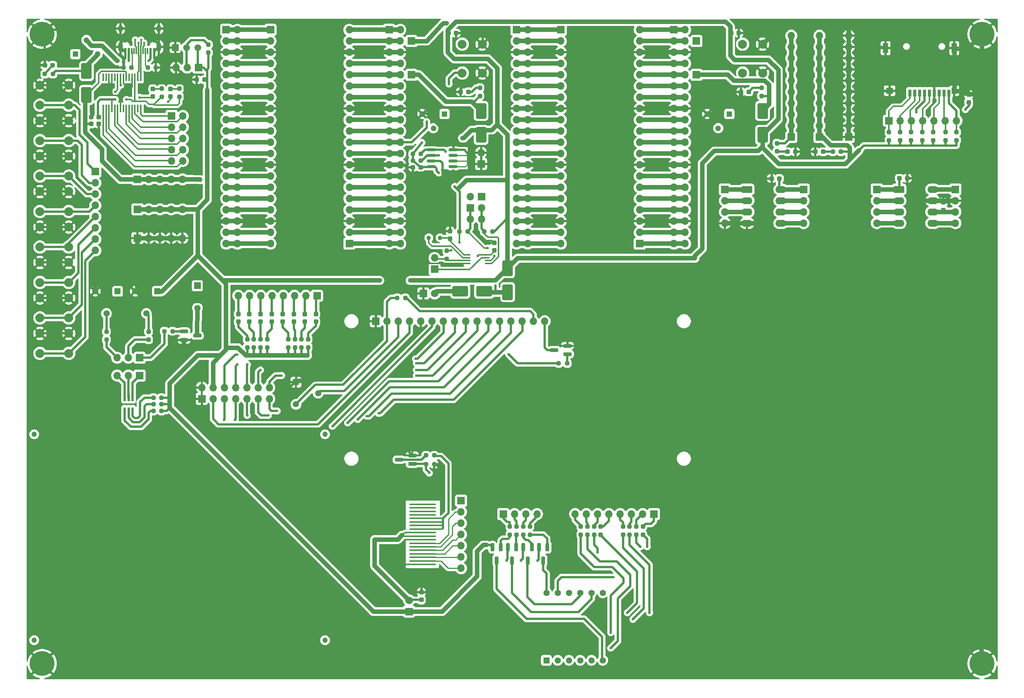
<source format=gtl>
G04 #@! TF.GenerationSoftware,KiCad,Pcbnew,9.0.2*
G04 #@! TF.CreationDate,2025-06-16T17:13:32+02:00*
G04 #@! TF.ProjectId,board,626f6172-642e-46b6-9963-61645f706362,rev?*
G04 #@! TF.SameCoordinates,Original*
G04 #@! TF.FileFunction,Copper,L1,Top*
G04 #@! TF.FilePolarity,Positive*
%FSLAX46Y46*%
G04 Gerber Fmt 4.6, Leading zero omitted, Abs format (unit mm)*
G04 Created by KiCad (PCBNEW 9.0.2) date 2025-06-16 17:13:32*
%MOMM*%
%LPD*%
G01*
G04 APERTURE LIST*
G04 Aperture macros list*
%AMRoundRect*
0 Rectangle with rounded corners*
0 $1 Rounding radius*
0 $2 $3 $4 $5 $6 $7 $8 $9 X,Y pos of 4 corners*
0 Add a 4 corners polygon primitive as box body*
4,1,4,$2,$3,$4,$5,$6,$7,$8,$9,$2,$3,0*
0 Add four circle primitives for the rounded corners*
1,1,$1+$1,$2,$3*
1,1,$1+$1,$4,$5*
1,1,$1+$1,$6,$7*
1,1,$1+$1,$8,$9*
0 Add four rect primitives between the rounded corners*
20,1,$1+$1,$2,$3,$4,$5,0*
20,1,$1+$1,$4,$5,$6,$7,0*
20,1,$1+$1,$6,$7,$8,$9,0*
20,1,$1+$1,$8,$9,$2,$3,0*%
G04 Aperture macros list end*
G04 #@! TA.AperFunction,SMDPad,CuDef*
%ADD10RoundRect,0.237500X0.300000X0.237500X-0.300000X0.237500X-0.300000X-0.237500X0.300000X-0.237500X0*%
G04 #@! TD*
G04 #@! TA.AperFunction,ComponentPad*
%ADD11R,1.700000X1.700000*%
G04 #@! TD*
G04 #@! TA.AperFunction,ComponentPad*
%ADD12C,1.700000*%
G04 #@! TD*
G04 #@! TA.AperFunction,SMDPad,CuDef*
%ADD13RoundRect,0.237500X0.237500X-0.250000X0.237500X0.250000X-0.237500X0.250000X-0.237500X-0.250000X0*%
G04 #@! TD*
G04 #@! TA.AperFunction,ComponentPad*
%ADD14O,1.700000X1.700000*%
G04 #@! TD*
G04 #@! TA.AperFunction,SMDPad,CuDef*
%ADD15RoundRect,0.237500X0.250000X0.237500X-0.250000X0.237500X-0.250000X-0.237500X0.250000X-0.237500X0*%
G04 #@! TD*
G04 #@! TA.AperFunction,SMDPad,CuDef*
%ADD16RoundRect,0.250000X0.900000X-1.500000X0.900000X1.500000X-0.900000X1.500000X-0.900000X-1.500000X0*%
G04 #@! TD*
G04 #@! TA.AperFunction,SMDPad,CuDef*
%ADD17RoundRect,0.200000X-0.750000X-0.200000X0.750000X-0.200000X0.750000X0.200000X-0.750000X0.200000X0*%
G04 #@! TD*
G04 #@! TA.AperFunction,SMDPad,CuDef*
%ADD18RoundRect,0.237500X-0.237500X0.287500X-0.237500X-0.287500X0.237500X-0.287500X0.237500X0.287500X0*%
G04 #@! TD*
G04 #@! TA.AperFunction,SMDPad,CuDef*
%ADD19RoundRect,0.237500X-0.237500X0.250000X-0.237500X-0.250000X0.237500X-0.250000X0.237500X0.250000X0*%
G04 #@! TD*
G04 #@! TA.AperFunction,ComponentPad*
%ADD20C,3.600000*%
G04 #@! TD*
G04 #@! TA.AperFunction,ConnectorPad*
%ADD21C,5.600000*%
G04 #@! TD*
G04 #@! TA.AperFunction,ComponentPad*
%ADD22RoundRect,0.250000X-0.950000X-0.550000X0.950000X-0.550000X0.950000X0.550000X-0.950000X0.550000X0*%
G04 #@! TD*
G04 #@! TA.AperFunction,ComponentPad*
%ADD23O,2.400000X1.600000*%
G04 #@! TD*
G04 #@! TA.AperFunction,SMDPad,CuDef*
%ADD24RoundRect,0.237500X0.287500X0.237500X-0.287500X0.237500X-0.287500X-0.237500X0.287500X-0.237500X0*%
G04 #@! TD*
G04 #@! TA.AperFunction,SMDPad,CuDef*
%ADD25RoundRect,0.237500X-0.250000X-0.237500X0.250000X-0.237500X0.250000X0.237500X-0.250000X0.237500X0*%
G04 #@! TD*
G04 #@! TA.AperFunction,SMDPad,CuDef*
%ADD26R,0.500000X1.600000*%
G04 #@! TD*
G04 #@! TA.AperFunction,ComponentPad*
%ADD27C,2.000000*%
G04 #@! TD*
G04 #@! TA.AperFunction,ComponentPad*
%ADD28R,1.300000X1.300000*%
G04 #@! TD*
G04 #@! TA.AperFunction,ComponentPad*
%ADD29C,1.300000*%
G04 #@! TD*
G04 #@! TA.AperFunction,ComponentPad*
%ADD30R,1.500000X1.500000*%
G04 #@! TD*
G04 #@! TA.AperFunction,ComponentPad*
%ADD31C,1.500000*%
G04 #@! TD*
G04 #@! TA.AperFunction,ComponentPad*
%ADD32C,1.000000*%
G04 #@! TD*
G04 #@! TA.AperFunction,SMDPad,CuDef*
%ADD33RoundRect,0.200000X-0.200000X0.750000X-0.200000X-0.750000X0.200000X-0.750000X0.200000X0.750000X0*%
G04 #@! TD*
G04 #@! TA.AperFunction,SMDPad,CuDef*
%ADD34RoundRect,0.250000X1.500000X0.900000X-1.500000X0.900000X-1.500000X-0.900000X1.500000X-0.900000X0*%
G04 #@! TD*
G04 #@! TA.AperFunction,SMDPad,CuDef*
%ADD35RoundRect,0.237500X-0.287500X-0.237500X0.287500X-0.237500X0.287500X0.237500X-0.287500X0.237500X0*%
G04 #@! TD*
G04 #@! TA.AperFunction,ComponentPad*
%ADD36C,1.400000*%
G04 #@! TD*
G04 #@! TA.AperFunction,SMDPad,CuDef*
%ADD37RoundRect,0.237500X0.237500X-0.300000X0.237500X0.300000X-0.237500X0.300000X-0.237500X-0.300000X0*%
G04 #@! TD*
G04 #@! TA.AperFunction,SMDPad,CuDef*
%ADD38R,0.600000X1.450000*%
G04 #@! TD*
G04 #@! TA.AperFunction,SMDPad,CuDef*
%ADD39R,0.300000X1.450000*%
G04 #@! TD*
G04 #@! TA.AperFunction,HeatsinkPad*
%ADD40O,1.000000X2.100000*%
G04 #@! TD*
G04 #@! TA.AperFunction,HeatsinkPad*
%ADD41O,1.000000X1.600000*%
G04 #@! TD*
G04 #@! TA.AperFunction,SMDPad,CuDef*
%ADD42RoundRect,0.150000X0.825000X0.150000X-0.825000X0.150000X-0.825000X-0.150000X0.825000X-0.150000X0*%
G04 #@! TD*
G04 #@! TA.AperFunction,ComponentPad*
%ADD43R,1.425000X1.425000*%
G04 #@! TD*
G04 #@! TA.AperFunction,ComponentPad*
%ADD44C,1.425000*%
G04 #@! TD*
G04 #@! TA.AperFunction,SMDPad,CuDef*
%ADD45RoundRect,0.237500X-0.300000X-0.237500X0.300000X-0.237500X0.300000X0.237500X-0.300000X0.237500X0*%
G04 #@! TD*
G04 #@! TA.AperFunction,SMDPad,CuDef*
%ADD46R,1.100000X0.400000*%
G04 #@! TD*
G04 #@! TA.AperFunction,ComponentPad*
%ADD47R,1.400000X1.400000*%
G04 #@! TD*
G04 #@! TA.AperFunction,SMDPad,CuDef*
%ADD48RoundRect,0.237500X0.237500X-0.287500X0.237500X0.287500X-0.237500X0.287500X-0.237500X-0.287500X0*%
G04 #@! TD*
G04 #@! TA.AperFunction,SMDPad,CuDef*
%ADD49RoundRect,0.200000X0.750000X0.200000X-0.750000X0.200000X-0.750000X-0.200000X0.750000X-0.200000X0*%
G04 #@! TD*
G04 #@! TA.AperFunction,SMDPad,CuDef*
%ADD50R,0.700000X1.600000*%
G04 #@! TD*
G04 #@! TA.AperFunction,SMDPad,CuDef*
%ADD51R,1.200000X1.400000*%
G04 #@! TD*
G04 #@! TA.AperFunction,SMDPad,CuDef*
%ADD52R,1.600000X1.400000*%
G04 #@! TD*
G04 #@! TA.AperFunction,SMDPad,CuDef*
%ADD53R,1.200000X2.200000*%
G04 #@! TD*
G04 #@! TA.AperFunction,SMDPad,CuDef*
%ADD54R,0.450000X1.725000*%
G04 #@! TD*
G04 #@! TA.AperFunction,WasherPad*
%ADD55C,1.200000*%
G04 #@! TD*
G04 #@! TA.AperFunction,SMDPad,CuDef*
%ADD56R,6.000000X0.400000*%
G04 #@! TD*
G04 #@! TA.AperFunction,SMDPad,CuDef*
%ADD57RoundRect,0.237500X-0.237500X0.300000X-0.237500X-0.300000X0.237500X-0.300000X0.237500X0.300000X0*%
G04 #@! TD*
G04 #@! TA.AperFunction,ViaPad*
%ADD58C,0.500000*%
G04 #@! TD*
G04 #@! TA.AperFunction,ViaPad*
%ADD59C,0.600000*%
G04 #@! TD*
G04 #@! TA.AperFunction,Conductor*
%ADD60C,0.300000*%
G04 #@! TD*
G04 #@! TA.AperFunction,Conductor*
%ADD61C,0.508000*%
G04 #@! TD*
G04 #@! TA.AperFunction,Conductor*
%ADD62C,1.016000*%
G04 #@! TD*
G04 #@! TA.AperFunction,Conductor*
%ADD63C,0.304800*%
G04 #@! TD*
G04 #@! TA.AperFunction,Conductor*
%ADD64C,0.203200*%
G04 #@! TD*
G04 #@! TA.AperFunction,Conductor*
%ADD65C,0.254000*%
G04 #@! TD*
G04 #@! TA.AperFunction,Conductor*
%ADD66C,0.200000*%
G04 #@! TD*
G04 APERTURE END LIST*
D10*
X40612500Y-14250000D03*
X38887500Y-14250000D03*
X16762500Y-24250000D03*
X15037500Y-24250000D03*
D11*
X86750000Y-134250000D03*
D12*
X86750000Y-131710000D03*
D13*
X54750000Y-74662500D03*
X54750000Y-72837500D03*
X28000000Y-72912500D03*
X28000000Y-71087500D03*
X130000000Y-116912500D03*
X130000000Y-115087500D03*
D11*
X142000000Y-112250000D03*
D14*
X139460000Y-112250000D03*
X136920000Y-112250000D03*
X134380000Y-112250000D03*
X131840000Y-112250000D03*
X129300000Y-112250000D03*
X126760000Y-112250000D03*
X124220000Y-112250000D03*
D15*
X33412500Y-71000000D03*
X31587500Y-71000000D03*
D13*
X127000000Y-116912500D03*
X127000000Y-115087500D03*
X139500000Y-116912500D03*
X139500000Y-115087500D03*
D11*
X25500000Y-43500000D03*
D14*
X28040000Y-43500000D03*
X30580000Y-43500000D03*
X33120000Y-43500000D03*
X35660000Y-43500000D03*
D16*
X109000000Y-62200000D03*
X109000000Y-56800000D03*
D17*
X36000000Y-71050000D03*
X36000000Y-72950000D03*
X39000000Y-72000000D03*
D11*
X121000000Y-3000000D03*
D14*
X121000000Y-5540000D03*
X121000000Y-8080000D03*
X121000000Y-10620000D03*
X121000000Y-13160000D03*
X121000000Y-15700000D03*
X121000000Y-18240000D03*
X121000000Y-20780000D03*
X121000000Y-23320000D03*
X121000000Y-25860000D03*
X121000000Y-28400000D03*
X121000000Y-30940000D03*
X121000000Y-33480000D03*
X121000000Y-36020000D03*
X121000000Y-38560000D03*
X121000000Y-41100000D03*
X121000000Y-43640000D03*
X121000000Y-46180000D03*
X121000000Y-48720000D03*
X121000000Y-51260000D03*
D16*
X103000000Y-26700000D03*
X103000000Y-21300000D03*
D13*
X18500000Y-72912500D03*
X18500000Y-71087500D03*
D18*
X50750000Y-67125000D03*
X50750000Y-68875000D03*
D19*
X195000000Y-26087500D03*
X195000000Y-27912500D03*
D20*
X4000000Y-4000000D03*
D21*
X4000000Y-4000000D03*
D13*
X53250000Y-74662500D03*
X53250000Y-72837500D03*
D11*
X26000000Y-81000000D03*
D14*
X23460000Y-81000000D03*
X20920000Y-81000000D03*
D15*
X30912500Y-86000000D03*
X29087500Y-86000000D03*
D11*
X185928000Y-27178000D03*
D14*
X185928000Y-24638000D03*
X185928000Y-22098000D03*
X185928000Y-19558000D03*
X185928000Y-17018000D03*
X185928000Y-14478000D03*
X185928000Y-11938000D03*
X185928000Y-9398000D03*
X185928000Y-6858000D03*
X185928000Y-4318000D03*
D11*
X25500000Y-50000000D03*
D14*
X28040000Y-50000000D03*
X30580000Y-50000000D03*
X33120000Y-50000000D03*
X35660000Y-50000000D03*
D20*
X216000000Y-146000000D03*
D21*
X216000000Y-146000000D03*
D11*
X138780000Y-51260000D03*
D14*
X138780000Y-48720000D03*
X138780000Y-46180000D03*
X138780000Y-43640000D03*
X138780000Y-41100000D03*
X138780000Y-38560000D03*
X138780000Y-36020000D03*
X138780000Y-33480000D03*
X138780000Y-30940000D03*
X138780000Y-28400000D03*
X138780000Y-25860000D03*
X138780000Y-23320000D03*
X138780000Y-20780000D03*
X138780000Y-18240000D03*
X138780000Y-15700000D03*
X138780000Y-13160000D03*
X138780000Y-10620000D03*
X138780000Y-8080000D03*
X138780000Y-5540000D03*
X138780000Y-3000000D03*
D13*
X34950000Y-18112500D03*
X34950000Y-16287500D03*
D22*
X197250000Y-39000000D03*
D23*
X197250000Y-41540000D03*
X197250000Y-44080000D03*
X197250000Y-46620000D03*
X204870000Y-46620000D03*
X204870000Y-44080000D03*
X204870000Y-41540000D03*
X204870000Y-39000000D03*
D11*
X87290000Y-5540000D03*
D13*
X30950000Y-18112500D03*
X30950000Y-16287500D03*
D11*
X45500000Y-3000000D03*
D14*
X48040000Y-3000000D03*
X45500000Y-5540000D03*
X48040000Y-5540000D03*
X45500000Y-8080000D03*
X48040000Y-8080000D03*
X45500000Y-10620000D03*
X48040000Y-10620000D03*
X45500000Y-13160000D03*
X48040000Y-13160000D03*
X45500000Y-15700000D03*
X48040000Y-15700000D03*
X45500000Y-18240000D03*
X48040000Y-18240000D03*
X45500000Y-20780000D03*
X48040000Y-20780000D03*
X45500000Y-23320000D03*
X48040000Y-23320000D03*
X45500000Y-25860000D03*
X48040000Y-25860000D03*
X45500000Y-28400000D03*
X48040000Y-28400000D03*
X45500000Y-30940000D03*
X48040000Y-30940000D03*
X45500000Y-33480000D03*
X48040000Y-33480000D03*
X45500000Y-36020000D03*
X48040000Y-36020000D03*
X45500000Y-38560000D03*
X48040000Y-38560000D03*
X45500000Y-41100000D03*
X48040000Y-41100000D03*
X45500000Y-43640000D03*
X48040000Y-43640000D03*
X45500000Y-46180000D03*
X48040000Y-46180000D03*
X45500000Y-48720000D03*
X48040000Y-48720000D03*
X45500000Y-51260000D03*
X48040000Y-51260000D03*
D24*
X173875000Y-30500000D03*
X172125000Y-30500000D03*
D18*
X58250000Y-67125000D03*
X58250000Y-68875000D03*
X60750000Y-67125000D03*
X60750000Y-68875000D03*
D11*
X103124000Y-40640000D03*
D14*
X100584000Y-40640000D03*
D11*
X16000000Y-35000000D03*
D14*
X16000000Y-37540000D03*
X16000000Y-40080000D03*
X16000000Y-42620000D03*
X16000000Y-45160000D03*
X16000000Y-47700000D03*
X16000000Y-50240000D03*
X16000000Y-52780000D03*
D13*
X59500000Y-74662500D03*
X59500000Y-72837500D03*
D11*
X25500000Y-36750000D03*
D14*
X28040000Y-36750000D03*
X30580000Y-36750000D03*
X33120000Y-36750000D03*
X35660000Y-36750000D03*
D25*
X84087500Y-63500000D03*
X85912500Y-63500000D03*
D26*
X24400000Y-86025000D03*
X23500000Y-86025000D03*
X22600000Y-86025000D03*
X22600000Y-88975000D03*
X23500000Y-88975000D03*
X24400000Y-88975000D03*
D11*
X210000000Y-39000000D03*
D14*
X210000000Y-41540000D03*
X210000000Y-44080000D03*
X210000000Y-46620000D03*
D11*
X192250000Y-39000000D03*
D14*
X192250000Y-41540000D03*
X192250000Y-44080000D03*
X192250000Y-46620000D03*
D27*
X10000000Y-20000000D03*
X3500000Y-20000000D03*
X10000000Y-15500000D03*
X3500000Y-15500000D03*
D10*
X170262500Y-36550000D03*
X168537500Y-36550000D03*
D16*
X166500000Y-26700000D03*
X166500000Y-21300000D03*
D11*
X79250000Y-68750000D03*
D14*
X81790000Y-68750000D03*
X84330000Y-68750000D03*
X86870000Y-68750000D03*
X89410000Y-68750000D03*
X91950000Y-68750000D03*
X94490000Y-68750000D03*
X97030000Y-68750000D03*
X99570000Y-68750000D03*
X102110000Y-68750000D03*
X104650000Y-68750000D03*
X107190000Y-68750000D03*
X109730000Y-68750000D03*
X112270000Y-68750000D03*
X114810000Y-68750000D03*
X117350000Y-68750000D03*
D11*
X175750000Y-39000000D03*
D14*
X175750000Y-41540000D03*
X175750000Y-44080000D03*
X175750000Y-46620000D03*
D11*
X151580000Y-13160000D03*
D28*
X94750000Y-22000000D03*
D29*
X92250000Y-25200000D03*
X89750000Y-22000000D03*
D25*
X90587500Y-99000000D03*
X92412500Y-99000000D03*
D30*
X34000000Y-7000000D03*
D31*
X36540000Y-7000000D03*
X39080000Y-7000000D03*
D28*
X159000000Y-22000000D03*
D29*
X156500000Y-25200000D03*
X154000000Y-22000000D03*
D11*
X33210000Y-22420000D03*
D14*
X35750000Y-22420000D03*
X33210000Y-24960000D03*
X35750000Y-24960000D03*
X33210000Y-27500000D03*
X35750000Y-27500000D03*
X33210000Y-30040000D03*
X35750000Y-30040000D03*
X33210000Y-32580000D03*
X35750000Y-32580000D03*
D11*
X195000000Y-23500000D03*
D14*
X197540000Y-23500000D03*
X200080000Y-23500000D03*
X202620000Y-23500000D03*
X205160000Y-23500000D03*
X207700000Y-23500000D03*
X210240000Y-23500000D03*
D27*
X162000000Y-12750000D03*
X162000000Y-6250000D03*
X166500000Y-12750000D03*
X166500000Y-6250000D03*
D13*
X125500000Y-116912500D03*
X125500000Y-115087500D03*
D10*
X89362500Y-34000000D03*
X87637500Y-34000000D03*
X161112500Y-3750000D03*
X159387500Y-3750000D03*
D15*
X89412500Y-32500000D03*
X87587500Y-32500000D03*
D19*
X207750000Y-26087500D03*
X207750000Y-27912500D03*
D13*
X64000000Y-74662500D03*
X64000000Y-72837500D03*
D10*
X97362500Y-3750000D03*
X95637500Y-3750000D03*
D32*
X93756000Y-49930000D03*
X91216000Y-49930000D03*
D33*
X107450000Y-119750000D03*
X105550000Y-119750000D03*
X106500000Y-122750000D03*
D34*
X103700000Y-62000000D03*
X98300000Y-62000000D03*
D11*
X87290000Y-13160000D03*
D27*
X10000000Y-44000000D03*
X3500000Y-44000000D03*
X10000000Y-39500000D03*
X3500000Y-39500000D03*
D35*
X161625000Y-17000000D03*
X163375000Y-17000000D03*
D30*
X39000000Y-60750000D03*
D36*
X39000000Y-65750000D03*
D28*
X11500000Y-8500000D03*
D29*
X14000000Y-5300000D03*
X16500000Y-8500000D03*
D37*
X106000000Y-52750000D03*
X106000000Y-51025000D03*
D38*
X29250000Y-7795000D03*
X28450000Y-7795000D03*
D39*
X27250000Y-7795000D03*
X26250000Y-7795000D03*
X25750000Y-7795000D03*
X24750000Y-7795000D03*
D38*
X23550000Y-7795000D03*
X22750000Y-7795000D03*
X22750000Y-7795000D03*
X23550000Y-7795000D03*
D39*
X24250000Y-7795000D03*
X25250000Y-7795000D03*
X26750000Y-7795000D03*
X27750000Y-7795000D03*
D38*
X28450000Y-7795000D03*
X29250000Y-7795000D03*
D40*
X30320000Y-6880000D03*
D41*
X30320000Y-2700000D03*
D40*
X21680000Y-6880000D03*
D41*
X21680000Y-2700000D03*
D42*
X96725000Y-33905000D03*
X96725000Y-32635000D03*
X96725000Y-31365000D03*
X96725000Y-30095000D03*
X91775000Y-30095000D03*
X91775000Y-31365000D03*
X91775000Y-32635000D03*
X91775000Y-33905000D03*
D19*
X41500000Y-6337500D03*
X41500000Y-8162500D03*
D37*
X207250000Y-43672500D03*
X207250000Y-41947500D03*
D27*
X10000000Y-28000000D03*
X3500000Y-28000000D03*
X10000000Y-23500000D03*
X3500000Y-23500000D03*
D20*
X4000000Y-146000000D03*
D21*
X4000000Y-146000000D03*
D11*
X179324000Y-27178000D03*
D14*
X179324000Y-24638000D03*
X179324000Y-22098000D03*
X179324000Y-19558000D03*
X179324000Y-17018000D03*
X179324000Y-14478000D03*
X179324000Y-11938000D03*
X179324000Y-9398000D03*
X179324000Y-6858000D03*
X179324000Y-4318000D03*
D27*
X10000000Y-68000000D03*
X3500000Y-68000000D03*
X10000000Y-63500000D03*
X3500000Y-63500000D03*
D11*
X172974000Y-27178000D03*
D14*
X172974000Y-24638000D03*
X172974000Y-22098000D03*
X172974000Y-19558000D03*
X172974000Y-17018000D03*
X172974000Y-14478000D03*
X172974000Y-11938000D03*
X172974000Y-9398000D03*
X172974000Y-6858000D03*
X172974000Y-4318000D03*
D11*
X151580000Y-5540000D03*
D27*
X10000000Y-60000000D03*
X3500000Y-60000000D03*
X10000000Y-55500000D03*
X3500000Y-55500000D03*
D19*
X169750000Y-28587500D03*
X169750000Y-30412500D03*
D43*
X117750000Y-145250000D03*
D44*
X120290000Y-145250000D03*
X122830000Y-145250000D03*
X125370000Y-145250000D03*
X127910000Y-145250000D03*
X130450000Y-145250000D03*
X130450000Y-130010000D03*
X127910000Y-130010000D03*
X125370000Y-130010000D03*
X122830000Y-130010000D03*
X120290000Y-130010000D03*
X117750000Y-130010000D03*
D11*
X98500000Y-109250000D03*
D14*
X98500000Y-111790000D03*
X98500000Y-114330000D03*
X98500000Y-116870000D03*
X98500000Y-119410000D03*
X98500000Y-121950000D03*
X98500000Y-124490000D03*
D19*
X197500000Y-26087500D03*
X197500000Y-27912500D03*
X111000000Y-115087500D03*
X111000000Y-116912500D03*
D45*
X197387500Y-36500000D03*
X199112500Y-36500000D03*
D11*
X111000000Y-3000000D03*
D14*
X113540000Y-3000000D03*
X111000000Y-5540000D03*
X113540000Y-5540000D03*
X111000000Y-8080000D03*
X113540000Y-8080000D03*
X111000000Y-10620000D03*
X113540000Y-10620000D03*
X111000000Y-13160000D03*
X113540000Y-13160000D03*
X111000000Y-15700000D03*
X113540000Y-15700000D03*
X111000000Y-18240000D03*
X113540000Y-18240000D03*
X111000000Y-20780000D03*
X113540000Y-20780000D03*
X111000000Y-23320000D03*
X113540000Y-23320000D03*
X111000000Y-25860000D03*
X113540000Y-25860000D03*
X111000000Y-28400000D03*
X113540000Y-28400000D03*
X111000000Y-30940000D03*
X113540000Y-30940000D03*
X111000000Y-33480000D03*
X113540000Y-33480000D03*
X111000000Y-36020000D03*
X113540000Y-36020000D03*
X111000000Y-38560000D03*
X113540000Y-38560000D03*
X111000000Y-41100000D03*
X113540000Y-41100000D03*
X111000000Y-43640000D03*
X113540000Y-43640000D03*
X111000000Y-46180000D03*
X113540000Y-46180000D03*
X111000000Y-48720000D03*
X113540000Y-48720000D03*
X111000000Y-51260000D03*
X113540000Y-51260000D03*
D19*
X95250000Y-52837500D03*
X95250000Y-54662500D03*
D33*
X110950000Y-119750000D03*
X109050000Y-119750000D03*
X110000000Y-122750000D03*
D13*
X102750000Y-17912500D03*
X102750000Y-16087500D03*
D33*
X117950000Y-119750000D03*
X116050000Y-119750000D03*
X117000000Y-122750000D03*
D19*
X205000000Y-26087500D03*
X205000000Y-27912500D03*
D25*
X120500000Y-78250000D03*
X122412500Y-78250000D03*
D11*
X108000000Y-112250000D03*
D14*
X110540000Y-112250000D03*
X113080000Y-112250000D03*
X115620000Y-112250000D03*
D15*
X30912500Y-87500000D03*
X29087500Y-87500000D03*
D13*
X50250000Y-74662500D03*
X50250000Y-72837500D03*
D35*
X178375000Y-30500000D03*
X180125000Y-30500000D03*
D13*
X62500000Y-74662500D03*
X62500000Y-72837500D03*
D35*
X4625000Y-11000000D03*
X6375000Y-11000000D03*
D19*
X202500000Y-26087500D03*
X202500000Y-27912500D03*
X112500000Y-115087500D03*
X112500000Y-116912500D03*
D15*
X99972500Y-48514000D03*
X98147500Y-48514000D03*
D11*
X146500000Y-3000000D03*
D14*
X149040000Y-3000000D03*
X146500000Y-5540000D03*
X149040000Y-5540000D03*
X146500000Y-8080000D03*
X149040000Y-8080000D03*
X146500000Y-10620000D03*
X149040000Y-10620000D03*
X146500000Y-13160000D03*
X149040000Y-13160000D03*
X146500000Y-15700000D03*
X149040000Y-15700000D03*
X146500000Y-18240000D03*
X149040000Y-18240000D03*
X146500000Y-20780000D03*
X149040000Y-20780000D03*
X146500000Y-23320000D03*
X149040000Y-23320000D03*
X146500000Y-25860000D03*
X149040000Y-25860000D03*
X146500000Y-28400000D03*
X149040000Y-28400000D03*
X146500000Y-30940000D03*
X149040000Y-30940000D03*
X146500000Y-33480000D03*
X149040000Y-33480000D03*
X146500000Y-36020000D03*
X149040000Y-36020000D03*
X146500000Y-38560000D03*
X149040000Y-38560000D03*
X146500000Y-41100000D03*
X149040000Y-41100000D03*
X146500000Y-43640000D03*
X149040000Y-43640000D03*
X146500000Y-46180000D03*
X149040000Y-46180000D03*
X146500000Y-48720000D03*
X149040000Y-48720000D03*
X146500000Y-51260000D03*
X149040000Y-51260000D03*
D10*
X16762500Y-22700000D03*
X15037500Y-22700000D03*
D25*
X103735500Y-48514000D03*
X105560500Y-48514000D03*
D16*
X14000000Y-17700000D03*
X14000000Y-12300000D03*
D46*
X100100000Y-53775000D03*
X100100000Y-54425000D03*
X100100000Y-55075000D03*
X100100000Y-55725000D03*
X104400000Y-55725000D03*
X104400000Y-55075000D03*
X104400000Y-54425000D03*
X104400000Y-53775000D03*
D11*
X73280000Y-51260000D03*
D14*
X73280000Y-48720000D03*
X73280000Y-46180000D03*
X73280000Y-43640000D03*
X73280000Y-41100000D03*
X73280000Y-38560000D03*
X73280000Y-36020000D03*
X73280000Y-33480000D03*
X73280000Y-30940000D03*
X73280000Y-28400000D03*
X73280000Y-25860000D03*
X73280000Y-23320000D03*
X73280000Y-20780000D03*
X73280000Y-18240000D03*
X73280000Y-15700000D03*
X73280000Y-13160000D03*
X73280000Y-10620000D03*
X73280000Y-8080000D03*
X73280000Y-5540000D03*
X73280000Y-3000000D03*
D35*
X98375000Y-17000000D03*
X100125000Y-17000000D03*
D27*
X10000000Y-36000000D03*
X3500000Y-36000000D03*
X10000000Y-31500000D03*
X3500000Y-31500000D03*
D15*
X182337500Y-30500000D03*
X184162500Y-30500000D03*
D25*
X90587500Y-101000000D03*
X92412500Y-101000000D03*
X22337500Y-11500000D03*
X24162500Y-11500000D03*
D11*
X66000000Y-63000000D03*
D14*
X63460000Y-63000000D03*
X60920000Y-63000000D03*
X58380000Y-63000000D03*
X55840000Y-63000000D03*
X53300000Y-63000000D03*
X50760000Y-63000000D03*
X48220000Y-63000000D03*
D36*
X61250000Y-87500000D03*
X66250000Y-85000000D03*
D47*
X61250000Y-82500000D03*
D48*
X28950000Y-18075000D03*
X28950000Y-16325000D03*
D11*
X90000000Y-62500000D03*
D12*
X92540000Y-62500000D03*
D18*
X53250000Y-67125000D03*
X53250000Y-68875000D03*
D33*
X114450000Y-119750000D03*
X112550000Y-119750000D03*
X113500000Y-122750000D03*
D13*
X138000000Y-116912500D03*
X138000000Y-115087500D03*
X135000000Y-116912500D03*
X135000000Y-115087500D03*
D49*
X87500000Y-100950000D03*
X87500000Y-99050000D03*
X84500000Y-100000000D03*
D11*
X26000000Y-77000000D03*
D14*
X23460000Y-77000000D03*
X20920000Y-77000000D03*
D27*
X10000000Y-76000000D03*
X3500000Y-76000000D03*
X10000000Y-71500000D03*
X3500000Y-71500000D03*
D19*
X114000000Y-115087500D03*
X114000000Y-116912500D03*
D50*
X199750000Y-17250000D03*
X200850000Y-17250000D03*
X201950000Y-17250000D03*
X203050000Y-17250000D03*
X204150000Y-17250000D03*
X205250000Y-17250000D03*
X206350000Y-17250000D03*
X207450000Y-17250000D03*
X208550000Y-17250000D03*
D51*
X209750000Y-16750000D03*
D52*
X195150000Y-16750000D03*
D53*
X194250000Y-7150000D03*
X209750000Y-7150000D03*
D15*
X29662500Y-11500000D03*
X27837500Y-11500000D03*
D13*
X128500000Y-116912500D03*
X128500000Y-115087500D03*
X51750000Y-74662500D03*
X51750000Y-72837500D03*
D54*
X17775000Y-20762000D03*
X18425000Y-20762000D03*
X19075000Y-20762000D03*
X19725000Y-20762000D03*
X20375000Y-20762000D03*
X21025000Y-20762000D03*
X21675000Y-20762000D03*
X22325000Y-20762000D03*
X22975000Y-20762000D03*
X23625000Y-20762000D03*
X24275000Y-20762000D03*
X24925000Y-20762000D03*
X25575000Y-20762000D03*
X26225000Y-20762000D03*
X26225000Y-13738000D03*
X25575000Y-13738000D03*
X24925000Y-13738000D03*
X24275000Y-13738000D03*
X23625000Y-13738000D03*
X22975000Y-13738000D03*
X22325000Y-13738000D03*
X21675000Y-13738000D03*
X21025000Y-13738000D03*
X20375000Y-13738000D03*
X19725000Y-13738000D03*
X19075000Y-13738000D03*
X18425000Y-13738000D03*
X17775000Y-13738000D03*
D11*
X39250000Y-11534000D03*
D14*
X36710000Y-11534000D03*
X34170000Y-11534000D03*
D15*
X89412500Y-31000000D03*
X87587500Y-31000000D03*
D13*
X136500000Y-116912500D03*
X136500000Y-115087500D03*
D27*
X10000000Y-52000000D03*
X3500000Y-52000000D03*
X10000000Y-47500000D03*
X3500000Y-47500000D03*
D19*
X210250000Y-26087500D03*
X210250000Y-27912500D03*
D49*
X122500000Y-76200000D03*
X122500000Y-74300000D03*
X119500000Y-75250000D03*
D55*
X2200000Y-94275000D03*
X2200000Y-140725000D03*
X67800000Y-94275000D03*
X67800000Y-140725000D03*
D56*
X89800000Y-123640000D03*
X89800000Y-122840000D03*
X89800000Y-122040000D03*
X89800000Y-121240000D03*
X89800000Y-120440000D03*
X89800000Y-119640000D03*
X89800000Y-118840000D03*
X89800000Y-118040000D03*
X89800000Y-117240000D03*
X89800000Y-116440000D03*
X89800000Y-115640000D03*
X89800000Y-114840000D03*
X89800000Y-114040000D03*
X89800000Y-113240000D03*
X89800000Y-112440000D03*
X89800000Y-111640000D03*
X89800000Y-110840000D03*
X89800000Y-110040000D03*
D36*
X25000000Y-62000000D03*
X27500000Y-67000000D03*
D47*
X30000000Y-62000000D03*
D18*
X48250000Y-67125000D03*
X48250000Y-68875000D03*
D11*
X55500000Y-3000000D03*
D14*
X55500000Y-5540000D03*
X55500000Y-8080000D03*
X55500000Y-10620000D03*
X55500000Y-13160000D03*
X55500000Y-15700000D03*
X55500000Y-18240000D03*
X55500000Y-20780000D03*
X55500000Y-23320000D03*
X55500000Y-25860000D03*
X55500000Y-28400000D03*
X55500000Y-30940000D03*
X55500000Y-33480000D03*
X55500000Y-36020000D03*
X55500000Y-38560000D03*
X55500000Y-41100000D03*
X55500000Y-43640000D03*
X55500000Y-46180000D03*
X55500000Y-48720000D03*
X55500000Y-51260000D03*
D11*
X103000000Y-33250000D03*
D14*
X103000000Y-30710000D03*
D18*
X65750000Y-67125000D03*
X65750000Y-68875000D03*
D11*
X40000000Y-86250000D03*
D14*
X40000000Y-83710000D03*
X42540000Y-86250000D03*
X42540000Y-83710000D03*
X45080000Y-86250000D03*
X45080000Y-83710000D03*
X47620000Y-86250000D03*
X47620000Y-83710000D03*
X50160000Y-86250000D03*
X50160000Y-83710000D03*
X52700000Y-86250000D03*
X52700000Y-83710000D03*
X55240000Y-86250000D03*
X55240000Y-83710000D03*
D11*
X92500000Y-57025000D03*
D14*
X92500000Y-54485000D03*
D11*
X100584000Y-43180000D03*
D14*
X103124000Y-43180000D03*
X100584000Y-45720000D03*
X103124000Y-45720000D03*
D19*
X200000000Y-26087500D03*
X200000000Y-27912500D03*
D13*
X166250000Y-17912500D03*
X166250000Y-16087500D03*
X61000000Y-74662500D03*
X61000000Y-72837500D03*
D48*
X32950000Y-18075000D03*
X32950000Y-16325000D03*
D11*
X82250000Y-3000000D03*
D14*
X84790000Y-3000000D03*
X82250000Y-5540000D03*
X84750000Y-5540000D03*
X82250000Y-8080000D03*
X84790000Y-8080000D03*
X82250000Y-10620000D03*
X84790000Y-10620000D03*
X82250000Y-13160000D03*
X84790000Y-13160000D03*
X82250000Y-15700000D03*
X84790000Y-15700000D03*
X82250000Y-18240000D03*
X84790000Y-18240000D03*
X82250000Y-20780000D03*
X84790000Y-20780000D03*
X82250000Y-23320000D03*
X84790000Y-23320000D03*
X82250000Y-25860000D03*
X84790000Y-25860000D03*
X82250000Y-28400000D03*
X84790000Y-28400000D03*
X82250000Y-30940000D03*
X84790000Y-30940000D03*
X82250000Y-33480000D03*
X84790000Y-33480000D03*
X82250000Y-36020000D03*
X84790000Y-36020000D03*
X82250000Y-38560000D03*
X84790000Y-38560000D03*
X82250000Y-41100000D03*
X84790000Y-41100000D03*
X82250000Y-43640000D03*
X84790000Y-43640000D03*
X82250000Y-46180000D03*
X84790000Y-46180000D03*
X82250000Y-48720000D03*
X84790000Y-48720000D03*
X82250000Y-51260000D03*
X84790000Y-51260000D03*
D57*
X96012000Y-48413500D03*
X96012000Y-50138500D03*
D27*
X98750000Y-12750000D03*
X98750000Y-6250000D03*
X103250000Y-12750000D03*
X103250000Y-6250000D03*
D11*
X158000000Y-39000000D03*
D14*
X158000000Y-41540000D03*
X158000000Y-44080000D03*
X158000000Y-46620000D03*
D22*
X163000000Y-39000000D03*
D23*
X163000000Y-41540000D03*
X163000000Y-44080000D03*
X163000000Y-46620000D03*
X170620000Y-46620000D03*
X170620000Y-44080000D03*
X170620000Y-41540000D03*
X170620000Y-39000000D03*
D15*
X30912500Y-89000000D03*
X29087500Y-89000000D03*
D18*
X63250000Y-67125000D03*
X63250000Y-68875000D03*
D57*
X213000000Y-17637500D03*
X213000000Y-19362500D03*
D18*
X55750000Y-67125000D03*
X55750000Y-68875000D03*
D36*
X16000000Y-62000000D03*
X18500000Y-67000000D03*
D47*
X21000000Y-62000000D03*
D15*
X6412500Y-13000000D03*
X4587500Y-13000000D03*
D19*
X109500000Y-115087500D03*
X109500000Y-116912500D03*
D20*
X216000000Y-4000000D03*
D21*
X216000000Y-4000000D03*
D37*
X89550000Y-131612500D03*
X89550000Y-129887500D03*
D58*
X27000000Y-5950000D03*
X26300000Y-5250000D03*
X25000000Y-5250000D03*
X25750000Y-5950000D03*
D59*
X16750000Y-25750000D03*
X18500000Y-16750000D03*
X66250000Y-54500000D03*
X66250000Y-58000000D03*
X63250000Y-47250000D03*
X58750000Y-47250000D03*
X64000000Y-5750000D03*
X67750000Y-8000000D03*
X55000000Y-90000000D03*
X166437000Y-31563000D03*
X191250000Y-16750000D03*
X188250000Y-30200000D03*
X106250000Y-60750000D03*
X102250000Y-54000000D03*
X80150000Y-59550000D03*
X87000000Y-59550000D03*
X188722000Y-25400000D03*
X214884000Y-104140000D03*
X214884000Y-129540000D03*
X212500000Y-7250000D03*
X191250000Y-6750000D03*
X214884000Y-56134000D03*
X214884000Y-78486000D03*
X163830000Y-23368000D03*
X216000000Y-33500000D03*
X36322000Y-90000000D03*
X90297000Y-52197000D03*
X1500000Y-73250000D03*
X15550000Y-20600000D03*
X1500000Y-56000000D03*
X163068000Y-28194000D03*
X84000000Y-120500000D03*
X37846000Y-114046000D03*
X71500000Y-82000000D03*
X120396000Y-71120000D03*
X24892000Y-136144000D03*
X82250000Y-111000000D03*
X1500000Y-40000000D03*
X42500000Y-74750000D03*
X21000000Y-11500000D03*
X176200000Y-31900000D03*
X200750000Y-31750000D03*
X101750000Y-48500000D03*
X1500000Y-24000000D03*
X72898000Y-75342500D03*
X34050000Y-4750000D03*
X96750000Y-44750000D03*
X94250000Y-102500000D03*
X2500000Y-13000000D03*
X41000000Y-46250000D03*
X86868000Y-95123000D03*
X33000000Y-68000000D03*
X58500000Y-85000000D03*
X212250000Y-21000000D03*
X97028000Y-38354000D03*
X115750000Y-122750000D03*
X89662000Y-28448000D03*
X112000000Y-122750000D03*
X98150000Y-51000000D03*
X98806000Y-27432000D03*
X96250000Y-52750000D03*
X102000000Y-122750000D03*
X108750000Y-122750000D03*
X93472000Y-35306000D03*
X201168000Y-21590000D03*
X93472000Y-31369000D03*
X94996000Y-30480000D03*
X90750000Y-23750000D03*
X95758000Y-15240000D03*
X23000000Y-18750000D03*
X20500000Y-18750000D03*
X95250000Y-1500000D03*
X39624000Y-36830000D03*
X129300000Y-120900000D03*
X141000000Y-134500000D03*
X138938000Y-119634000D03*
X132842000Y-126492000D03*
X140462000Y-119634000D03*
X136000000Y-134500000D03*
X132250000Y-139000000D03*
X137250000Y-136000000D03*
X132240000Y-142500000D03*
X77216000Y-90170000D03*
X57000000Y-89000000D03*
X79883000Y-89535000D03*
X88392000Y-78232000D03*
X50292000Y-78500000D03*
X50250000Y-90000000D03*
X75184000Y-90932000D03*
X88250000Y-77250000D03*
X48000000Y-78500000D03*
X45000000Y-91000000D03*
X69469000Y-92456000D03*
X53250000Y-79750000D03*
X88392000Y-79756000D03*
X88392000Y-81026000D03*
X58000000Y-81000000D03*
X47500000Y-91000000D03*
X72898000Y-91694000D03*
X109220000Y-76200000D03*
X48000000Y-76250000D03*
X20500000Y-17000000D03*
X26000000Y-18250000D03*
X21750000Y-15500000D03*
X32450000Y-19200000D03*
X91313000Y-102997000D03*
X106000000Y-54000000D03*
X104500000Y-52250000D03*
X28000000Y-10000000D03*
X21000000Y-10000000D03*
X23500000Y-10000000D03*
D60*
X26300000Y-5250000D02*
X26328000Y-5278000D01*
X26328000Y-5278000D02*
X26328000Y-6472000D01*
X26328000Y-6472000D02*
X26250000Y-6550000D01*
X26250000Y-6550000D02*
X26250000Y-7795000D01*
X26750000Y-7795000D02*
X26750000Y-6900000D01*
X26750000Y-6900000D02*
X27000000Y-6650000D01*
X27000000Y-6650000D02*
X27000000Y-5950000D01*
X25750000Y-5950000D02*
X25750000Y-7795000D01*
X25000000Y-5450000D02*
X25000000Y-6650000D01*
X25000000Y-6650000D02*
X25250000Y-6900000D01*
X25250000Y-6900000D02*
X25250000Y-7795000D01*
D61*
X21680000Y-6880000D02*
X21680000Y-6086203D01*
X21680000Y-6086203D02*
X23566203Y-4200000D01*
X30320000Y-6270000D02*
X30320000Y-6880000D01*
X23566203Y-4200000D02*
X28250000Y-4200000D01*
X28250000Y-4200000D02*
X30320000Y-6270000D01*
D62*
X73280000Y-8080000D02*
X67830000Y-8080000D01*
X67830000Y-8080000D02*
X67750000Y-8000000D01*
X82250000Y-8080000D02*
X84790000Y-8080000D01*
X73280000Y-8080000D02*
X82250000Y-8080000D01*
X82250000Y-20780000D02*
X84790000Y-20780000D01*
X73280000Y-20780000D02*
X82250000Y-20780000D01*
X82250000Y-33480000D02*
X84790000Y-33480000D01*
X73280000Y-33480000D02*
X82250000Y-33480000D01*
X82250000Y-46180000D02*
X84790000Y-46180000D01*
X73280000Y-46180000D02*
X82250000Y-46180000D01*
X48040000Y-46180000D02*
X55500000Y-46180000D01*
X45500000Y-46180000D02*
X48040000Y-46180000D01*
X48040000Y-33480000D02*
X55500000Y-33480000D01*
X45500000Y-33480000D02*
X48040000Y-33480000D01*
X48040000Y-20780000D02*
X55500000Y-20780000D01*
X45500000Y-20780000D02*
X48040000Y-20780000D01*
X48040000Y-8080000D02*
X55500000Y-8080000D01*
X45500000Y-8080000D02*
X48040000Y-8080000D01*
X146500000Y-46180000D02*
X149040000Y-46180000D01*
X138780000Y-46180000D02*
X146500000Y-46180000D01*
X146500000Y-33480000D02*
X149040000Y-33480000D01*
X138780000Y-33480000D02*
X146500000Y-33480000D01*
X146500000Y-20780000D02*
X149040000Y-20780000D01*
X138780000Y-20780000D02*
X146500000Y-20780000D01*
X146500000Y-8080000D02*
X149040000Y-8080000D01*
X138780000Y-8080000D02*
X146500000Y-8080000D01*
X113540000Y-46180000D02*
X121000000Y-46180000D01*
X111000000Y-46180000D02*
X113540000Y-46180000D01*
X113540000Y-33480000D02*
X121000000Y-33480000D01*
X111000000Y-33480000D02*
X113540000Y-33480000D01*
X113540000Y-20780000D02*
X121000000Y-20780000D01*
X111000000Y-20780000D02*
X113540000Y-20780000D01*
X113540000Y-8080000D02*
X121000000Y-8080000D01*
X111000000Y-8080000D02*
X113540000Y-8080000D01*
X186150000Y-29600000D02*
X186150000Y-30500000D01*
D61*
X184162500Y-30500000D02*
X186150000Y-30500000D01*
X176200000Y-31900000D02*
X176200000Y-30500000D01*
X173875000Y-30500000D02*
X178375000Y-30500000D01*
X173750000Y-30605000D02*
X173775000Y-30580000D01*
X172025000Y-30480000D02*
X169817500Y-30480000D01*
X169817500Y-30480000D02*
X169750000Y-30412500D01*
X169750000Y-28587500D02*
X171564500Y-28587500D01*
X171564500Y-28587500D02*
X172974000Y-27178000D01*
X41250000Y-12400000D02*
X41250000Y-11950000D01*
X41500000Y-11700000D02*
X41500000Y-8162500D01*
X41250000Y-11950000D02*
X41500000Y-11700000D01*
X34170000Y-11534000D02*
X36886000Y-14250000D01*
X36886000Y-14250000D02*
X38887500Y-14250000D01*
X41250000Y-12400000D02*
X41250000Y-16600000D01*
X41250000Y-12400000D02*
X40384000Y-11534000D01*
X40384000Y-11534000D02*
X39250000Y-11534000D01*
X16762500Y-25737500D02*
X16750000Y-25750000D01*
X16762500Y-24250000D02*
X16762500Y-25737500D01*
D62*
X13700000Y-18000000D02*
X13700000Y-24250000D01*
D61*
X15037500Y-24250000D02*
X13700000Y-24250000D01*
X89550000Y-131612500D02*
X86847500Y-131612500D01*
X86847500Y-131612500D02*
X86750000Y-131710000D01*
X89550000Y-129887500D02*
X89550000Y-128500000D01*
X89550000Y-128500000D02*
X84550000Y-123500000D01*
X84550000Y-123500000D02*
X84600000Y-123450000D01*
D63*
X90424000Y-123634000D02*
X84784000Y-123634000D01*
X84784000Y-123634000D02*
X84600000Y-123450000D01*
D61*
X84600000Y-123450000D02*
X84600000Y-121808000D01*
D62*
X86750000Y-131710000D02*
X79020000Y-123980000D01*
X79020000Y-123980000D02*
X79020000Y-118000000D01*
X104250000Y-119250000D02*
X103508000Y-119250000D01*
X102108000Y-126365000D02*
X94223000Y-134250000D01*
X103508000Y-119250000D02*
X102108000Y-120650000D01*
X102108000Y-120650000D02*
X102108000Y-126365000D01*
X94223000Y-134250000D02*
X78732000Y-134250000D01*
X78732000Y-134250000D02*
X32766000Y-88284000D01*
X96926000Y-9550000D02*
X104546000Y-9550000D01*
X97402000Y-1150000D02*
X95504000Y-3048000D01*
X158122000Y-1150000D02*
X97402000Y-1150000D01*
X159219000Y-8851000D02*
X159219000Y-2247000D01*
X159219000Y-2247000D02*
X158122000Y-1150000D01*
X95504000Y-8128000D02*
X96926000Y-9550000D01*
X160168000Y-9800000D02*
X159219000Y-8851000D01*
X104546000Y-9550000D02*
X106680000Y-11684000D01*
X167788000Y-9800000D02*
X160168000Y-9800000D01*
X170050000Y-12062000D02*
X167788000Y-9800000D01*
X95504000Y-3048000D02*
X95504000Y-8128000D01*
X170050000Y-23150000D02*
X170050000Y-12062000D01*
X166500000Y-26700000D02*
X170050000Y-23150000D01*
X106680000Y-11684000D02*
X106680000Y-24384000D01*
X95250000Y-1500000D02*
X94550000Y-1500000D01*
X94550000Y-1500000D02*
X94100000Y-1950000D01*
X87290000Y-5540000D02*
X87300000Y-5550000D01*
X90716000Y-5550000D02*
X94100000Y-1950000D01*
X87300000Y-5550000D02*
X90716000Y-5550000D01*
X45466000Y-60316000D02*
X45466000Y-74750000D01*
D61*
X117000000Y-122750000D02*
X117000000Y-124940000D01*
X117000000Y-124940000D02*
X117000000Y-124900000D01*
X117000000Y-124900000D02*
X117750000Y-125650000D01*
X117750000Y-125650000D02*
X117750000Y-130010000D01*
D63*
X210250000Y-26087500D02*
X210250000Y-23510000D01*
X210250000Y-23510000D02*
X210240000Y-23500000D01*
X207750000Y-26087500D02*
X207750000Y-23550000D01*
X207750000Y-23550000D02*
X207700000Y-23500000D01*
X205160000Y-23500000D02*
X205000000Y-23660000D01*
X205000000Y-23660000D02*
X205000000Y-26087500D01*
X202620000Y-23500000D02*
X202500000Y-23620000D01*
X202500000Y-23620000D02*
X202500000Y-26087500D01*
X200080000Y-23500000D02*
X200000000Y-23580000D01*
X200000000Y-23580000D02*
X200000000Y-26087500D01*
X197540000Y-23500000D02*
X197500000Y-23540000D01*
X197500000Y-23540000D02*
X197500000Y-26087500D01*
X21675000Y-20762000D02*
X21675000Y-17875000D01*
X21675000Y-17875000D02*
X21750000Y-17800000D01*
X20100000Y-17800000D02*
X21750000Y-17800000D01*
X19725000Y-16750000D02*
X18500000Y-16750000D01*
X19725000Y-16000000D02*
X19725000Y-16750000D01*
X19725000Y-16750000D02*
X19725000Y-17425000D01*
X19725000Y-16000000D02*
X19075000Y-16000000D01*
X19075000Y-13738000D02*
X19075000Y-16000000D01*
X23163300Y-17055850D02*
X23163300Y-17086700D01*
X23163300Y-17086700D02*
X22450000Y-17800000D01*
X21750000Y-17800000D02*
X22250000Y-17800000D01*
X22600000Y-15425952D02*
X22600000Y-17450000D01*
X22325000Y-13738000D02*
X22325000Y-15150952D01*
X22325000Y-15150952D02*
X22600000Y-15425952D01*
X22600000Y-17450000D02*
X22250000Y-17800000D01*
X22250000Y-17800000D02*
X22450000Y-17800000D01*
X19725000Y-17425000D02*
X20100000Y-17800000D01*
X19725000Y-13738000D02*
X19725000Y-16000000D01*
X22350000Y-13763000D02*
X22325000Y-13738000D01*
X21675000Y-13738000D02*
X21675000Y-15425000D01*
X21675000Y-15425000D02*
X21750000Y-15500000D01*
X27424000Y-19141241D02*
X25000000Y-19141241D01*
X24925000Y-13738000D02*
X24925000Y-19066241D01*
X24925000Y-19066241D02*
X25000000Y-19141241D01*
X21025000Y-13738000D02*
X21025000Y-16475000D01*
X21025000Y-16475000D02*
X20500000Y-17000000D01*
X24414241Y-19141241D02*
X24023000Y-18750000D01*
X24023000Y-18750000D02*
X23000000Y-18750000D01*
X19750000Y-18750000D02*
X19725000Y-18775000D01*
X19725000Y-18775000D02*
X19725000Y-20762000D01*
D61*
X16762500Y-22412500D02*
X16762500Y-22700000D01*
X17100000Y-18750000D02*
X16550000Y-19300000D01*
X20500000Y-18750000D02*
X17100000Y-18750000D01*
X16550000Y-19300000D02*
X16550000Y-22200000D01*
X16550000Y-22200000D02*
X16762500Y-22412500D01*
D63*
X24275000Y-13738000D02*
X24275000Y-15944150D01*
X24275000Y-15944150D02*
X23163300Y-17055850D01*
X29090000Y-19841241D02*
X28124000Y-19841241D01*
X28124000Y-19841241D02*
X27424000Y-19141241D01*
X25000000Y-19141241D02*
X24414241Y-19141241D01*
X104400000Y-53775000D02*
X105225000Y-53775000D01*
X105225000Y-53775000D02*
X106000000Y-53000000D01*
X106000000Y-53000000D02*
X106000000Y-52750000D01*
X100100000Y-54425000D02*
X98875000Y-54425000D01*
X98875000Y-54425000D02*
X96266000Y-51816000D01*
X96266000Y-51816000D02*
X91948000Y-51816000D01*
X91948000Y-51816000D02*
X91216000Y-51084000D01*
X91216000Y-51084000D02*
X91216000Y-49930000D01*
X100100000Y-53775000D02*
X99114000Y-53775000D01*
X99114000Y-53775000D02*
X96012000Y-50673000D01*
X96012000Y-50673000D02*
X96012000Y-50051000D01*
X96012000Y-50051000D02*
X95891000Y-49930000D01*
X95891000Y-49930000D02*
X93756000Y-49930000D01*
X84600000Y-121808000D02*
X84650000Y-122350000D01*
X84600000Y-119850000D02*
X84600000Y-119400000D01*
X84600000Y-119400000D02*
X85960000Y-118040000D01*
X85960000Y-118040000D02*
X89800000Y-118040000D01*
D61*
X84000000Y-120500000D02*
X84590000Y-120500000D01*
X84590000Y-120500000D02*
X84600000Y-120490000D01*
X84600000Y-119850000D02*
X84600000Y-120490000D01*
D62*
X62650000Y-76500000D02*
X63850000Y-76500000D01*
D61*
X64000000Y-74662500D02*
X64000000Y-76350000D01*
X64000000Y-76350000D02*
X63850000Y-76500000D01*
X62500000Y-74662500D02*
X62500000Y-76350000D01*
X62500000Y-76350000D02*
X62650000Y-76500000D01*
X61000000Y-74662500D02*
X61000000Y-76286000D01*
X61000000Y-76286000D02*
X61214000Y-76500000D01*
X59500000Y-74662500D02*
X59500000Y-76370000D01*
X59500000Y-76370000D02*
X59630000Y-76500000D01*
X65750000Y-68875000D02*
X65750000Y-69750000D01*
X65750000Y-69750000D02*
X64000000Y-71500000D01*
X64000000Y-71500000D02*
X64000000Y-72837500D01*
X63250000Y-68875000D02*
X63250000Y-70300000D01*
X63250000Y-70300000D02*
X62500000Y-71050000D01*
X62500000Y-71050000D02*
X62500000Y-72837500D01*
X60750000Y-68875000D02*
X60750000Y-70550000D01*
X60750000Y-70550000D02*
X61000000Y-70800000D01*
X61000000Y-70800000D02*
X61000000Y-72837500D01*
X58250000Y-68875000D02*
X58250000Y-70150000D01*
X58250000Y-70150000D02*
X59500000Y-71400000D01*
X59500000Y-71400000D02*
X59500000Y-72837500D01*
X54750000Y-74662500D02*
X54750000Y-76310000D01*
X54750000Y-76310000D02*
X54940000Y-76500000D01*
X53250000Y-74662500D02*
X53250000Y-76480000D01*
X53250000Y-76480000D02*
X53270000Y-76500000D01*
X51750000Y-74662500D02*
X51750000Y-76430000D01*
X51750000Y-76430000D02*
X51820000Y-76500000D01*
X50250000Y-74662500D02*
X50250000Y-76200000D01*
X50250000Y-76200000D02*
X49950000Y-76500000D01*
X55750000Y-68875000D02*
X55750000Y-70488000D01*
X55750000Y-70488000D02*
X54750000Y-71488000D01*
X54750000Y-71488000D02*
X54750000Y-72837500D01*
X53250000Y-68875000D02*
X53250000Y-72837500D01*
X50750000Y-68875000D02*
X50750000Y-70300000D01*
X50750000Y-70300000D02*
X51750000Y-71300000D01*
X51750000Y-71300000D02*
X51750000Y-72837500D01*
X48250000Y-68875000D02*
X48250000Y-70050000D01*
X48250000Y-70050000D02*
X50250000Y-72050000D01*
X50250000Y-72050000D02*
X50250000Y-72837500D01*
X66000000Y-63000000D02*
X65750000Y-63250000D01*
X65750000Y-63250000D02*
X65750000Y-67125000D01*
X63460000Y-63000000D02*
X63250000Y-63210000D01*
X63250000Y-63210000D02*
X63250000Y-67125000D01*
X60920000Y-63000000D02*
X60750000Y-63170000D01*
X60750000Y-63170000D02*
X60750000Y-67125000D01*
X58250000Y-67125000D02*
X58250000Y-63130000D01*
X58250000Y-63130000D02*
X58380000Y-63000000D01*
X55840000Y-63000000D02*
X55750000Y-63090000D01*
X55750000Y-63090000D02*
X55750000Y-67125000D01*
X53300000Y-63000000D02*
X53250000Y-63050000D01*
X53250000Y-63050000D02*
X53250000Y-67125000D01*
X50760000Y-63000000D02*
X50750000Y-63010000D01*
X50750000Y-63010000D02*
X50750000Y-67125000D01*
X48220000Y-63000000D02*
X48250000Y-63030000D01*
X48250000Y-63030000D02*
X48250000Y-67125000D01*
D62*
X66250000Y-54500000D02*
X66250000Y-58000000D01*
X58750000Y-47250000D02*
X63250000Y-47250000D01*
X64000000Y-5750000D02*
X65500000Y-5750000D01*
X65500000Y-5750000D02*
X67750000Y-8000000D01*
D61*
X36322000Y-90000000D02*
X37822000Y-91500000D01*
X37822000Y-91500000D02*
X39938000Y-91500000D01*
X39938000Y-91500000D02*
X40000000Y-91562000D01*
D62*
X166025000Y-46015000D02*
X166025000Y-36500000D01*
D61*
X168537500Y-36550000D02*
X166075000Y-36550000D01*
X166075000Y-36550000D02*
X166025000Y-36500000D01*
D62*
X163000000Y-46620000D02*
X165420000Y-46620000D01*
X165420000Y-46620000D02*
X166025000Y-46015000D01*
X166025000Y-36500000D02*
X166025000Y-31975000D01*
X166025000Y-31975000D02*
X166437000Y-31563000D01*
D61*
X170262500Y-36550000D02*
X170262500Y-38642500D01*
X170262500Y-38642500D02*
X170620000Y-39000000D01*
D62*
X215900000Y-146050000D02*
X215900000Y-31600000D01*
X215900000Y-31600000D02*
X216000000Y-31500000D01*
X215996000Y-31496000D02*
X216000000Y-31500000D01*
X200660000Y-31496000D02*
X215996000Y-31496000D01*
X200660000Y-31496000D02*
X200660000Y-39810000D01*
X200660000Y-39810000D02*
X202390000Y-41540000D01*
D61*
X197387500Y-36500000D02*
X197387500Y-38862500D01*
D62*
X197387500Y-38862500D02*
X197250000Y-39000000D01*
X204870000Y-46620000D02*
X210000000Y-46620000D01*
X204870000Y-44080000D02*
X210000000Y-44080000D01*
X204870000Y-41540000D02*
X210000000Y-41540000D01*
X204870000Y-39000000D02*
X210000000Y-39000000D01*
X192250000Y-46620000D02*
X197250000Y-46620000D01*
X192250000Y-44080000D02*
X197250000Y-44080000D01*
X192250000Y-41540000D02*
X197250000Y-41540000D01*
X192250000Y-39000000D02*
X197250000Y-39000000D01*
D61*
X195000000Y-29100000D02*
X189350000Y-29100000D01*
X189350000Y-29100000D02*
X188250000Y-30200000D01*
X207750000Y-29100000D02*
X210250000Y-29100000D01*
X210250000Y-27912500D02*
X210250000Y-29100000D01*
X205000000Y-29100000D02*
X207750000Y-29100000D01*
X207750000Y-27912500D02*
X207750000Y-29100000D01*
X202500000Y-29100000D02*
X205000000Y-29100000D01*
X205000000Y-27912500D02*
X205000000Y-29100000D01*
X200000000Y-29100000D02*
X202500000Y-29100000D01*
X202500000Y-27912500D02*
X202500000Y-29100000D01*
X197500000Y-29100000D02*
X200000000Y-29100000D01*
X200000000Y-27912500D02*
X200000000Y-29100000D01*
X195000000Y-29100000D02*
X197500000Y-29100000D01*
X197500000Y-27912500D02*
X197500000Y-29100000D01*
X195000000Y-27912500D02*
X195000000Y-29100000D01*
D63*
X195000000Y-23500000D02*
X195000000Y-26087500D01*
D62*
X216000000Y-4000000D02*
X212742000Y-7258000D01*
X212742000Y-7258000D02*
X209810000Y-7258000D01*
X216000000Y-19200000D02*
X216000000Y-23114000D01*
X209810000Y-7258000D02*
X209810000Y-16858000D01*
X209810000Y-16858000D02*
X212438000Y-16858000D01*
X212438000Y-16858000D02*
X213106000Y-17526000D01*
X213106000Y-17526000D02*
X214326000Y-17526000D01*
X214326000Y-17526000D02*
X216000000Y-19200000D01*
D63*
X199898000Y-23622000D02*
X199774000Y-23498000D01*
X199774000Y-23498000D02*
X199774000Y-21202940D01*
X199774000Y-21202940D02*
X201950000Y-19026940D01*
X201950000Y-19026940D02*
X201950000Y-17250000D01*
D61*
X210240000Y-23500000D02*
X210240000Y-21240000D01*
X210240000Y-21240000D02*
X208550000Y-19550000D01*
X208550000Y-19550000D02*
X208550000Y-17250000D01*
X207700000Y-23500000D02*
X207450000Y-23250000D01*
D63*
X207450000Y-23250000D02*
X207450000Y-17250000D01*
X205160000Y-20724000D02*
X206350000Y-19534000D01*
X205160000Y-23500000D02*
X205160000Y-20724000D01*
X206350000Y-19534000D02*
X206350000Y-17250000D01*
D61*
X205250000Y-17250000D02*
X205250000Y-15700000D01*
X205250000Y-15700000D02*
X206350000Y-14600000D01*
X206350000Y-14600000D02*
X209660000Y-14600000D01*
D63*
X202620000Y-23500000D02*
X202620000Y-20830000D01*
X202620000Y-20830000D02*
X204150000Y-19300000D01*
X204150000Y-19300000D02*
X204150000Y-17250000D01*
D61*
X201168000Y-21590000D02*
X201168000Y-20932000D01*
X201168000Y-20932000D02*
X203050000Y-19050000D01*
X203050000Y-19050000D02*
X203050000Y-17250000D01*
D63*
X199750000Y-17250000D02*
X199750000Y-18450000D01*
X199750000Y-18450000D02*
X197932000Y-20268000D01*
X197932000Y-20268000D02*
X195964000Y-20268000D01*
X195964000Y-20268000D02*
X195000000Y-21232000D01*
X195000000Y-21232000D02*
X195000000Y-23500000D01*
X197540000Y-23500000D02*
X197540000Y-22381000D01*
X197540000Y-22381000D02*
X200850000Y-19071000D01*
X200850000Y-19071000D02*
X200850000Y-17250000D01*
D64*
X199750000Y-17250000D02*
X199810000Y-17256000D01*
X199810000Y-17256000D02*
X199774000Y-17220000D01*
D62*
X186150000Y-32300000D02*
X188250000Y-30200000D01*
X179324000Y-27178000D02*
X179978000Y-27178000D01*
X186150000Y-32300000D02*
X185150000Y-33300000D01*
X179978000Y-27178000D02*
X181850000Y-29050000D01*
X181850000Y-29050000D02*
X185600000Y-29050000D01*
X185600000Y-29050000D02*
X186150000Y-29600000D01*
X186150000Y-30500000D02*
X186150000Y-32300000D01*
X185150000Y-33300000D02*
X177750000Y-33300000D01*
X177750000Y-33300000D02*
X170206000Y-33300000D01*
X170206000Y-33300000D02*
X166370000Y-29464000D01*
X166500000Y-26700000D02*
X166500000Y-29334000D01*
X166500000Y-29334000D02*
X166370000Y-29464000D01*
X154000000Y-22000000D02*
X155850000Y-22000000D01*
X155850000Y-22000000D02*
X157600000Y-20250000D01*
X157600000Y-20250000D02*
X161375000Y-20250000D01*
X161375000Y-20250000D02*
X161625000Y-20500000D01*
X161625000Y-20500000D02*
X161625000Y-17000000D01*
X168200000Y-3150000D02*
X168200000Y-3750000D01*
D61*
X161112500Y-3750000D02*
X168200000Y-3750000D01*
D62*
X163068000Y-28194000D02*
X161625000Y-26751000D01*
X161625000Y-26751000D02*
X161625000Y-20500000D01*
D61*
X166250000Y-16087500D02*
X164287500Y-16087500D01*
X164287500Y-16087500D02*
X163375000Y-17000000D01*
D62*
X167950000Y-15450000D02*
X167950000Y-18000000D01*
D61*
X166250000Y-17912500D02*
X167862500Y-17912500D01*
X167862500Y-17912500D02*
X167950000Y-18000000D01*
D62*
X151580000Y-13160000D02*
X158702000Y-13160000D01*
X158702000Y-13160000D02*
X160020000Y-14478000D01*
X160020000Y-14478000D02*
X166978000Y-14478000D01*
X167950000Y-19850000D02*
X166500000Y-21300000D01*
X166978000Y-14478000D02*
X167950000Y-15450000D01*
X167950000Y-18000000D02*
X167950000Y-19850000D01*
X169800000Y-1550000D02*
X168200000Y-3150000D01*
X168200000Y-4550000D02*
X166500000Y-6250000D01*
X185928000Y-4318000D02*
X185928000Y-2928000D01*
X184550000Y-1550000D02*
X169800000Y-1550000D01*
X185928000Y-2928000D02*
X184550000Y-1550000D01*
X168200000Y-3750000D02*
X168200000Y-4550000D01*
X170620000Y-46620000D02*
X175750000Y-46620000D01*
X170620000Y-44080000D02*
X175750000Y-44080000D01*
X170620000Y-41540000D02*
X175750000Y-41540000D01*
X170620000Y-39000000D02*
X175750000Y-39000000D01*
X158000000Y-46620000D02*
X163000000Y-46620000D01*
X158000000Y-44080000D02*
X163000000Y-44080000D01*
X158000000Y-41540000D02*
X163000000Y-41540000D01*
X158000000Y-39000000D02*
X163000000Y-39000000D01*
X109000000Y-56800000D02*
X111250000Y-54550000D01*
X151250000Y-54050000D02*
X152900000Y-52400000D01*
X111250000Y-54550000D02*
X151250000Y-54550000D01*
X151250000Y-54550000D02*
X151250000Y-54050000D01*
X152900000Y-52400000D02*
X152900000Y-33100000D01*
X152900000Y-33100000D02*
X155650000Y-30350000D01*
X155650000Y-30350000D02*
X165484000Y-30350000D01*
X165484000Y-30350000D02*
X166370000Y-29464000D01*
X146500000Y-51260000D02*
X149040000Y-51260000D01*
X138780000Y-51260000D02*
X146500000Y-51260000D01*
X146500000Y-48720000D02*
X149040000Y-48720000D01*
X138780000Y-48720000D02*
X146500000Y-48720000D01*
X146500000Y-43640000D02*
X149040000Y-43640000D01*
X138780000Y-43640000D02*
X146500000Y-43640000D01*
X146500000Y-41100000D02*
X149040000Y-41100000D01*
X138780000Y-41100000D02*
X146500000Y-41100000D01*
X138780000Y-38560000D02*
X149040000Y-38560000D01*
X138780000Y-38560000D02*
X146500000Y-38560000D01*
X146500000Y-36020000D02*
X149040000Y-36020000D01*
X138780000Y-36020000D02*
X146500000Y-36020000D01*
X146500000Y-30940000D02*
X149040000Y-30940000D01*
X138780000Y-30940000D02*
X146500000Y-30940000D01*
X138780000Y-28400000D02*
X149040000Y-28400000D01*
X138780000Y-28400000D02*
X146500000Y-28400000D01*
X138780000Y-25860000D02*
X149040000Y-25860000D01*
X138780000Y-25860000D02*
X146500000Y-25860000D01*
X146500000Y-23320000D02*
X149040000Y-23320000D01*
X138780000Y-23320000D02*
X146500000Y-23320000D01*
X138780000Y-18240000D02*
X149040000Y-18240000D01*
X138780000Y-18240000D02*
X146500000Y-18240000D01*
X146500000Y-15700000D02*
X149040000Y-15700000D01*
X138780000Y-15700000D02*
X146500000Y-15700000D01*
X146500000Y-13160000D02*
X149040000Y-13160000D01*
X138780000Y-13160000D02*
X146500000Y-13160000D01*
X106250000Y-62200000D02*
X103900000Y-62200000D01*
D63*
X102475000Y-53775000D02*
X102250000Y-54000000D01*
X104400000Y-53775000D02*
X102475000Y-53775000D01*
D61*
X106250000Y-60750000D02*
X106250000Y-62200000D01*
D62*
X92540000Y-62500000D02*
X93040000Y-62000000D01*
X93040000Y-62000000D02*
X98300000Y-62000000D01*
X109000000Y-62200000D02*
X106250000Y-62200000D01*
X103900000Y-62200000D02*
X103700000Y-62000000D01*
D61*
X86868000Y-57150000D02*
X84634000Y-59384000D01*
X90000000Y-62500000D02*
X87750000Y-62500000D01*
X87750000Y-62500000D02*
X84634000Y-59384000D01*
D62*
X80150000Y-59550000D02*
X45200000Y-59550000D01*
X45200000Y-59550000D02*
X44950000Y-59800000D01*
X44950000Y-59800000D02*
X45466000Y-60316000D01*
X106250000Y-59550000D02*
X87000000Y-59550000D01*
X109000000Y-56800000D02*
X106250000Y-59550000D01*
D61*
X79883000Y-89535000D02*
X80265000Y-89535000D01*
X80265000Y-89535000D02*
X83313000Y-86487000D01*
X83313000Y-86487000D02*
X96831000Y-86487000D01*
X96831000Y-86487000D02*
X112360000Y-70958000D01*
X112360000Y-70958000D02*
X112360000Y-68828000D01*
X69469000Y-92456000D02*
X91950000Y-69975000D01*
X91950000Y-69975000D02*
X91950000Y-68750000D01*
X40000000Y-91562000D02*
X41402000Y-92964000D01*
X41402000Y-92964000D02*
X67036000Y-92964000D01*
X67036000Y-92964000D02*
X89410000Y-70590000D01*
X89410000Y-70590000D02*
X89410000Y-68750000D01*
X66250000Y-85000000D02*
X66750000Y-84500000D01*
X72150000Y-84500000D02*
X84330000Y-72320000D01*
X66750000Y-84500000D02*
X72150000Y-84500000D01*
X84330000Y-72320000D02*
X84330000Y-68750000D01*
X81790000Y-68750000D02*
X81790000Y-73210000D01*
X81790000Y-73210000D02*
X71900000Y-83100000D01*
X71900000Y-83100000D02*
X65650000Y-83100000D01*
X65650000Y-83100000D02*
X61250000Y-87500000D01*
X58500000Y-85000000D02*
X61000000Y-82500000D01*
X61000000Y-82500000D02*
X61250000Y-82500000D01*
X61250000Y-82500000D02*
X61750000Y-82000000D01*
X61750000Y-82000000D02*
X71500000Y-82000000D01*
X55240000Y-83710000D02*
X55250000Y-83700000D01*
X56650000Y-81000000D02*
X58000000Y-81000000D01*
X55250000Y-83700000D02*
X55250000Y-82400000D01*
X55250000Y-82400000D02*
X56650000Y-81000000D01*
D62*
X108950000Y-36950000D02*
X108971536Y-45500000D01*
D61*
X105560500Y-48514000D02*
X105957536Y-48514000D01*
X105957536Y-48514000D02*
X108971536Y-45500000D01*
D62*
X108979093Y-48500000D02*
X109000000Y-56800000D01*
X45500000Y-3000000D02*
X48040000Y-3000000D01*
X48040000Y-3000000D02*
X55500000Y-3000000D01*
X48040000Y-10620000D02*
X55500000Y-10620000D01*
X45500000Y-10620000D02*
X48040000Y-10620000D01*
X45500000Y-41100000D02*
X48040000Y-41100000D01*
X48040000Y-41100000D02*
X55500000Y-41100000D01*
X48040000Y-13160000D02*
X55500000Y-13160000D01*
X45500000Y-13160000D02*
X48040000Y-13160000D01*
X45500000Y-28400000D02*
X48040000Y-28400000D01*
X48040000Y-28400000D02*
X55500000Y-28400000D01*
X45500000Y-18240000D02*
X48040000Y-18240000D01*
X48040000Y-18240000D02*
X55500000Y-18240000D01*
X48040000Y-36020000D02*
X55500000Y-36020000D01*
X45500000Y-36020000D02*
X48040000Y-36020000D01*
X48040000Y-5540000D02*
X55500000Y-5540000D01*
X45500000Y-5540000D02*
X48040000Y-5540000D01*
X48040000Y-15700000D02*
X55500000Y-15700000D01*
X45500000Y-15700000D02*
X48040000Y-15700000D01*
X48040000Y-25860000D02*
X55500000Y-25860000D01*
X45500000Y-25860000D02*
X48040000Y-25860000D01*
X48040000Y-30940000D02*
X55500000Y-30940000D01*
X45500000Y-30940000D02*
X48040000Y-30940000D01*
X45500000Y-38560000D02*
X48040000Y-38560000D01*
X48040000Y-38560000D02*
X55500000Y-38560000D01*
X48040000Y-23320000D02*
X55500000Y-23320000D01*
X45500000Y-23320000D02*
X48040000Y-23320000D01*
X111000000Y-10620000D02*
X113540000Y-10620000D01*
X113540000Y-10620000D02*
X121000000Y-10620000D01*
X113540000Y-30940000D02*
X121000000Y-30940000D01*
X111000000Y-30940000D02*
X113540000Y-30940000D01*
X113540000Y-25860000D02*
X121000000Y-25860000D01*
X111000000Y-25860000D02*
X113540000Y-25860000D01*
X111000000Y-41100000D02*
X113540000Y-41100000D01*
X113540000Y-41100000D02*
X121000000Y-41100000D01*
X111000000Y-15700000D02*
X113540000Y-15700000D01*
X113540000Y-15700000D02*
X121000000Y-15700000D01*
X111000000Y-36020000D02*
X113540000Y-36020000D01*
X113540000Y-36020000D02*
X121000000Y-36020000D01*
X113540000Y-28400000D02*
X121000000Y-28400000D01*
X111000000Y-28400000D02*
X113540000Y-28400000D01*
X111000000Y-5540000D02*
X113540000Y-5540000D01*
X113540000Y-5540000D02*
X121000000Y-5540000D01*
X111000000Y-38560000D02*
X113540000Y-38560000D01*
X113540000Y-38560000D02*
X121000000Y-38560000D01*
X113540000Y-3000000D02*
X121000000Y-3000000D01*
X111000000Y-3000000D02*
X113540000Y-3000000D01*
X111000000Y-18240000D02*
X113540000Y-18240000D01*
X113540000Y-18240000D02*
X121000000Y-18240000D01*
X111000000Y-23320000D02*
X113540000Y-23320000D01*
X113540000Y-23320000D02*
X121000000Y-23320000D01*
X113540000Y-13160000D02*
X121000000Y-13160000D01*
X111000000Y-13160000D02*
X113540000Y-13160000D01*
D61*
X1524000Y-54288000D02*
X1524000Y-58560000D01*
X86750000Y-95241000D02*
X86868000Y-95123000D01*
X3500000Y-39476000D02*
X3500000Y-39500000D01*
X98476000Y-16332000D02*
X99314000Y-15494000D01*
X3450000Y-71500000D02*
X1524000Y-69574000D01*
D63*
X86967000Y-55725000D02*
X86868000Y-55626000D01*
D61*
X3500000Y-39500000D02*
X10000000Y-39500000D01*
D62*
X41000000Y-46250000D02*
X45430000Y-46250000D01*
X28150000Y-64150000D02*
X32950000Y-64150000D01*
X25500000Y-50000000D02*
X35660000Y-50000000D01*
D61*
X3458203Y-47500000D02*
X3500000Y-47500000D01*
D65*
X99915000Y-31365000D02*
X100050000Y-31500000D01*
D62*
X24257000Y-56769000D02*
X25500000Y-55526000D01*
D61*
X34000000Y-7000000D02*
X34290000Y-7366000D01*
X66942500Y-75297500D02*
X67564000Y-75297500D01*
X21650000Y-5200000D02*
X19400000Y-2950000D01*
D62*
X32950000Y-64150000D02*
X33000000Y-64200000D01*
D61*
X98476000Y-17018000D02*
X98476000Y-16332000D01*
X1524000Y-25476000D02*
X1524000Y-26048000D01*
X3500000Y-23500000D02*
X10000000Y-23500000D01*
X100050000Y-33250000D02*
X100050000Y-31500000D01*
X15550000Y-20600000D02*
X15550000Y-22187500D01*
D62*
X41175000Y-73775000D02*
X40650000Y-74300000D01*
D61*
X103000000Y-30710000D02*
X99798000Y-30710000D01*
X21680000Y-6880000D02*
X21680000Y-8659000D01*
X96750000Y-27916000D02*
X90680000Y-21846000D01*
X1524000Y-57500000D02*
X1524000Y-58560000D01*
D62*
X40250000Y-64150000D02*
X42300000Y-66200000D01*
D61*
X3500000Y-55500000D02*
X10000000Y-55500000D01*
X84600000Y-120500000D02*
X84600000Y-121808000D01*
X86750000Y-95250000D02*
X86750000Y-95241000D01*
X1524000Y-37500000D02*
X3500000Y-39476000D01*
X100506000Y-15494000D02*
X103250000Y-12750000D01*
D65*
X99395000Y-33905000D02*
X100050000Y-33250000D01*
D61*
X87637500Y-52483500D02*
X87637500Y-54348500D01*
D65*
X96725000Y-33905000D02*
X99395000Y-33905000D01*
D61*
X5050000Y-2950000D02*
X4000000Y-4000000D01*
X96750000Y-44750000D02*
X96012000Y-44750000D01*
X1524000Y-53000000D02*
X1524000Y-53524000D01*
X96725000Y-30095000D02*
X96750000Y-30070000D01*
X96012000Y-44750000D02*
X96012000Y-38669000D01*
X40000000Y-86250000D02*
X40000000Y-91562000D01*
X1524000Y-61524000D02*
X1524000Y-58560000D01*
X22750000Y-9401000D02*
X22750000Y-7795000D01*
X3500000Y-63500000D02*
X10000000Y-63500000D01*
X3500000Y-71500000D02*
X3450000Y-71500000D01*
X90680000Y-21846000D02*
X89702000Y-21846000D01*
X4700000Y-10900000D02*
X3300000Y-10900000D01*
D65*
X34050000Y-8700000D02*
X34000000Y-8750000D01*
D61*
X3500000Y-63500000D02*
X1524000Y-61524000D01*
D62*
X25500000Y-55526000D02*
X25500000Y-61500000D01*
X16000000Y-60100000D02*
X19331000Y-56769000D01*
D61*
X19400000Y-2950000D02*
X5050000Y-2950000D01*
X87637500Y-46240000D02*
X87637500Y-52180000D01*
X3500000Y-31500000D02*
X10000000Y-31500000D01*
X1524000Y-26048000D02*
X1524000Y-29904000D01*
X1524000Y-29904000D02*
X3500000Y-31500000D01*
X1524000Y-41476000D02*
X1524000Y-42304000D01*
X178650000Y-30500000D02*
X178650000Y-30475000D01*
X29662500Y-11500000D02*
X32670000Y-11500000D01*
X1524000Y-38032000D02*
X1524000Y-42304000D01*
D62*
X36000000Y-74000000D02*
X36000000Y-72950000D01*
D61*
X3295676Y-23500000D02*
X3500000Y-23500000D01*
D62*
X216000000Y-28194000D02*
X216000000Y-23114000D01*
D61*
X120520000Y-71120000D02*
X122500000Y-73100000D01*
X29662500Y-10750000D02*
X29662500Y-11500000D01*
X1524000Y-70544000D02*
X1524000Y-65476000D01*
X36476000Y-114046000D02*
X36322000Y-114200000D01*
X3500000Y-39500000D02*
X1524000Y-41476000D01*
D62*
X33000000Y-64200000D02*
X33000000Y-68000000D01*
D61*
X86868000Y-55118000D02*
X86868000Y-55626000D01*
D62*
X45430000Y-46250000D02*
X45500000Y-46180000D01*
D61*
X85630000Y-33480000D02*
X86150000Y-34000000D01*
X99187000Y-30099000D02*
X96725000Y-30095000D01*
X1524000Y-73476000D02*
X1524000Y-73406000D01*
X3300000Y-10900000D02*
X2540000Y-11660000D01*
X87637500Y-52180000D02*
X87637500Y-52483500D01*
D62*
X33000000Y-64200000D02*
X33050000Y-64150000D01*
D61*
X41175000Y-73775000D02*
X41525000Y-73775000D01*
X79340000Y-64678000D02*
X79340000Y-68828000D01*
D62*
X33050000Y-64150000D02*
X40250000Y-64150000D01*
D61*
X22750000Y-7795000D02*
X21680000Y-7076000D01*
X1524000Y-21776000D02*
X1571676Y-21776000D01*
X29250000Y-7795000D02*
X29250000Y-9472000D01*
X39890000Y-83600000D02*
X40000000Y-83710000D01*
X22451230Y-9699770D02*
X22451230Y-11636270D01*
X94300000Y-33150000D02*
X93789000Y-32639000D01*
X29662500Y-9884500D02*
X29662500Y-10750000D01*
X29250000Y-7795000D02*
X29405000Y-7795000D01*
X1524000Y-65476000D02*
X3500000Y-63500000D01*
X3500000Y-15500000D02*
X3500000Y-15524988D01*
D62*
X36300000Y-74300000D02*
X36000000Y-74000000D01*
X216000000Y-23114000D02*
X216000000Y-4000000D01*
D61*
X1524000Y-45565797D02*
X3458203Y-47500000D01*
X87577500Y-46180000D02*
X87637500Y-46240000D01*
X86868000Y-55118000D02*
X86868000Y-57150000D01*
X3500000Y-23500000D02*
X1524000Y-25476000D01*
X67564000Y-75297500D02*
X72898000Y-75297500D01*
X3500000Y-31500000D02*
X1524000Y-33528000D01*
X3500000Y-15500000D02*
X10000000Y-15500000D01*
X21680000Y-7076000D02*
X21680000Y-6629203D01*
X87637500Y-37000000D02*
X87637500Y-46240000D01*
X21680000Y-8659000D02*
X22586000Y-9565000D01*
X29250000Y-9472000D02*
X29662500Y-9884500D01*
D62*
X16000000Y-62000000D02*
X16000000Y-60100000D01*
D61*
X86750000Y-98300000D02*
X86750000Y-95241000D01*
X100050000Y-31500000D02*
X100050000Y-30962000D01*
X1524000Y-70544000D02*
X1524000Y-73406000D01*
D63*
X103798200Y-50548200D02*
X101750000Y-48500000D01*
D61*
X41525000Y-73775000D02*
X42500000Y-74750000D01*
D65*
X96725000Y-31365000D02*
X99915000Y-31365000D01*
D61*
X96012000Y-38669000D02*
X94300000Y-36957000D01*
X86150000Y-34000000D02*
X87637500Y-34000000D01*
X92412500Y-101000000D02*
X92750000Y-101000000D01*
X34000000Y-7000000D02*
X34170000Y-11534000D01*
X61254000Y-82336000D02*
X61294000Y-82296000D01*
X1524000Y-42304000D02*
X1524000Y-45565797D01*
X3500000Y-47500000D02*
X1524000Y-49476000D01*
X15550000Y-22187500D02*
X15037500Y-22700000D01*
X84790000Y-46180000D02*
X87577500Y-46180000D01*
D62*
X19331000Y-56769000D02*
X24257000Y-56769000D01*
D61*
X87680500Y-36957000D02*
X94300000Y-36957000D01*
X22586000Y-9565000D02*
X22451230Y-9699770D01*
X193910000Y-6858000D02*
X194310000Y-7258000D01*
X1524000Y-53524000D02*
X3500000Y-55500000D01*
X1524000Y-69574000D02*
X1524000Y-69500000D01*
D65*
X34050000Y-4750000D02*
X34050000Y-8700000D01*
D61*
X1524000Y-49476000D02*
X1524000Y-54288000D01*
X1524000Y-33528000D02*
X1524000Y-38032000D01*
D65*
X100046000Y-32635000D02*
X100050000Y-32639000D01*
D61*
X92750000Y-101000000D02*
X94250000Y-102500000D01*
X32600000Y-11500000D02*
X34066000Y-11500000D01*
X103000000Y-33250000D02*
X100050000Y-33250000D01*
X100050000Y-30962000D02*
X99187000Y-30099000D01*
X94300000Y-36957000D02*
X94300000Y-33150000D01*
D62*
X25500000Y-61500000D02*
X28150000Y-64150000D01*
D61*
X96750000Y-30070000D02*
X96750000Y-27916000D01*
X99798000Y-30710000D02*
X99187000Y-30099000D01*
D62*
X25500000Y-55526000D02*
X25500000Y-50000000D01*
D61*
X87637500Y-37000000D02*
X87680500Y-36957000D01*
D66*
X96946000Y-31369000D02*
X96725000Y-31365000D01*
D61*
X72898000Y-75297500D02*
X72898000Y-75342500D01*
X87637500Y-34000000D02*
X87637500Y-37000000D01*
X84790000Y-33480000D02*
X85630000Y-33480000D01*
D62*
X25500000Y-61500000D02*
X25000000Y-62000000D01*
X185928000Y-4318000D02*
X185928000Y-27178000D01*
D61*
X3500000Y-71500000D02*
X1524000Y-73476000D01*
X195210000Y-16858000D02*
X186088000Y-16858000D01*
X185928000Y-6858000D02*
X193910000Y-6858000D01*
X3500000Y-55500000D02*
X3500000Y-55524000D01*
D63*
X24275000Y-13738000D02*
X24250000Y-14363000D01*
D61*
X21680000Y-2700000D02*
X21680000Y-6880000D01*
X1524000Y-21776000D02*
X1524000Y-26048000D01*
X2540000Y-14540000D02*
X3500000Y-15500000D01*
X61254000Y-80986000D02*
X66942500Y-75297500D01*
D63*
X106000000Y-51025000D02*
X105523200Y-50548200D01*
D62*
X40650000Y-74300000D02*
X36300000Y-74300000D01*
D61*
X87637500Y-54348500D02*
X86868000Y-55118000D01*
X1571676Y-21776000D02*
X3295676Y-23500000D01*
D63*
X105523200Y-50548200D02*
X103798200Y-50548200D01*
D61*
X186088000Y-16858000D02*
X185928000Y-17018000D01*
X29405000Y-7795000D02*
X30320000Y-6880000D01*
X23244000Y-136144000D02*
X22861500Y-135761500D01*
D63*
X100100000Y-55725000D02*
X86967000Y-55725000D01*
D61*
X90297000Y-52197000D02*
X87654500Y-52197000D01*
X93789000Y-32639000D02*
X91522000Y-32639000D01*
X4597000Y-10668000D02*
X4597000Y-4597000D01*
X103318000Y-3750000D02*
X103378000Y-3810000D01*
X97362500Y-3750000D02*
X103318000Y-3750000D01*
D65*
X96725000Y-32635000D02*
X100046000Y-32635000D01*
D61*
X87654500Y-52197000D02*
X87637500Y-52180000D01*
X96012000Y-44750000D02*
X96012000Y-48501000D01*
X34000000Y-11364000D02*
X34170000Y-11534000D01*
D62*
X42300000Y-66200000D02*
X42300000Y-72650000D01*
D61*
X21680000Y-2700000D02*
X21650000Y-2700000D01*
X3500000Y-15524988D02*
X1524000Y-17500988D01*
X99314000Y-15494000D02*
X100506000Y-15494000D01*
X120396000Y-71120000D02*
X120520000Y-71120000D01*
X22586000Y-9565000D02*
X22750000Y-9401000D01*
X103378000Y-3810000D02*
X103378000Y-6200000D01*
X3500000Y-71500000D02*
X10000000Y-71500000D01*
X84634000Y-59384000D02*
X79340000Y-64678000D01*
X3500000Y-47500000D02*
X10000000Y-47500000D01*
X21000000Y-11500000D02*
X22337500Y-11500000D01*
X61254000Y-82336000D02*
X61254000Y-80986000D01*
X87500000Y-99050000D02*
X86750000Y-98300000D01*
X122500000Y-73100000D02*
X122500000Y-74300000D01*
X21680000Y-6880000D02*
X21680000Y-6629203D01*
X1524000Y-17500988D02*
X1524000Y-21776000D01*
X2540000Y-11660000D02*
X2540000Y-14540000D01*
X4597000Y-4597000D02*
X4572000Y-4572000D01*
X3500000Y-55524000D02*
X1524000Y-57500000D01*
D62*
X42300000Y-72650000D02*
X41175000Y-73775000D01*
X216000000Y-31500000D02*
X216000000Y-28194000D01*
X82250000Y-18240000D02*
X84790000Y-18240000D01*
X73280000Y-18240000D02*
X82250000Y-18240000D01*
D61*
X32050000Y-89000000D02*
X32766000Y-88284000D01*
X91775000Y-33905000D02*
X89362500Y-34000000D01*
X32250000Y-86000000D02*
X30912500Y-86000000D01*
D62*
X39080000Y-7000000D02*
X39100000Y-7020000D01*
X39105747Y-44333253D02*
X39105747Y-53955747D01*
X32766000Y-82804000D02*
X32766000Y-85484000D01*
D61*
X87587500Y-32500000D02*
X87587500Y-31000000D01*
D62*
X31005494Y-62056000D02*
X30000000Y-62000000D01*
X108950000Y-26654000D02*
X108950000Y-36950000D01*
D61*
X115950000Y-119104300D02*
X115950000Y-122550000D01*
D62*
X99700000Y-36950000D02*
X97950000Y-38700000D01*
D61*
X109098000Y-119126000D02*
X108950000Y-119274000D01*
D63*
X98150000Y-51000000D02*
X98150000Y-48516500D01*
D62*
X51820000Y-76500000D02*
X53270000Y-76500000D01*
D61*
X115956000Y-119098300D02*
X115950000Y-119104300D01*
D63*
X96162500Y-52837500D02*
X96250000Y-52750000D01*
X98150000Y-48516500D02*
X98147500Y-48514000D01*
D61*
X105050000Y-119250000D02*
X105550000Y-119750000D01*
X115950000Y-122550000D02*
X115750000Y-122750000D01*
X61214000Y-74588500D02*
X61075000Y-74727500D01*
D62*
X25500000Y-43500000D02*
X35660000Y-43500000D01*
D61*
X92583000Y-33909000D02*
X91522000Y-33909000D01*
X108950000Y-122444000D02*
X108712000Y-122682000D01*
D62*
X39116000Y-44196000D02*
X39116000Y-44323000D01*
D61*
X39100000Y-7020000D02*
X39100000Y-11384000D01*
D62*
X106680000Y-24384000D02*
X105442000Y-25622000D01*
X44196000Y-76454000D02*
X39116000Y-76454000D01*
D61*
X213106000Y-20066000D02*
X213106000Y-19164600D01*
X212344000Y-20828000D02*
X213106000Y-20066000D01*
D63*
X89800000Y-116440000D02*
X85810000Y-116440000D01*
D62*
X39105747Y-53955747D02*
X31005494Y-62056000D01*
D61*
X112516800Y-119103300D02*
X112450000Y-119170100D01*
X108950000Y-119274000D02*
X108950000Y-122444000D01*
D62*
X59630000Y-76500000D02*
X61214000Y-76500000D01*
X45466000Y-74750000D02*
X48200000Y-74750000D01*
D61*
X32766000Y-85484000D02*
X32250000Y-86000000D01*
X93472000Y-35306000D02*
X92964000Y-34798000D01*
D62*
X49950000Y-76500000D02*
X51820000Y-76500000D01*
D61*
X87567000Y-32639000D02*
X87567000Y-32385000D01*
D62*
X45466000Y-75184000D02*
X45466000Y-74750000D01*
X42540000Y-83710000D02*
X42540000Y-78110000D01*
X179324000Y-4318000D02*
X179324000Y-27178000D01*
D61*
X92964000Y-34798000D02*
X92964000Y-34290000D01*
D62*
X54940000Y-76500000D02*
X59630000Y-76500000D01*
D63*
X85340000Y-117240000D02*
X89800000Y-117240000D01*
D61*
X98235000Y-39561000D02*
X97028000Y-38354000D01*
D62*
X42540000Y-78110000D02*
X44196000Y-76454000D01*
X102870000Y-25622000D02*
X102838000Y-25654000D01*
D61*
X32300000Y-87500000D02*
X30912500Y-87500000D01*
X87587500Y-31000000D02*
X89662000Y-28448000D01*
D62*
X53270000Y-76500000D02*
X54940000Y-76500000D01*
D61*
X104250000Y-119250000D02*
X105050000Y-119250000D01*
X32766000Y-87034000D02*
X32300000Y-87500000D01*
X112450000Y-122246000D02*
X112014000Y-122682000D01*
D62*
X39116000Y-76454000D02*
X32766000Y-82804000D01*
D61*
X105664000Y-119156400D02*
X105694400Y-119126000D01*
D62*
X48200000Y-74750000D02*
X49950000Y-76500000D01*
D61*
X112450000Y-119170100D02*
X112450000Y-122246000D01*
D62*
X79020000Y-118000000D02*
X84200000Y-118000000D01*
D63*
X85810000Y-116440000D02*
X85150000Y-117050000D01*
D62*
X61214000Y-76500000D02*
X62650000Y-76500000D01*
X39100000Y-11384000D02*
X39250000Y-11534000D01*
X108950000Y-36950000D02*
X99700000Y-36950000D01*
X44196000Y-76454000D02*
X45466000Y-75184000D01*
D63*
X95250000Y-52837500D02*
X96162500Y-52837500D01*
D61*
X87694000Y-30988000D02*
X87567000Y-31115000D01*
D62*
X32766000Y-88284000D02*
X32766000Y-87034000D01*
D61*
X30912500Y-89000000D02*
X32050000Y-89000000D01*
D62*
X105442000Y-25622000D02*
X102870000Y-25622000D01*
D61*
X87587500Y-32500000D02*
X89362500Y-34000000D01*
X92964000Y-34290000D02*
X92583000Y-33909000D01*
D63*
X85150000Y-117050000D02*
X85340000Y-117240000D01*
D62*
X108971536Y-45500000D02*
X108979093Y-48500000D01*
X84200000Y-118000000D02*
X85150000Y-117050000D01*
X39116000Y-44323000D02*
X39105747Y-44333253D01*
X106680000Y-24384000D02*
X108950000Y-26654000D01*
X39105747Y-53955747D02*
X45466000Y-60316000D01*
X100838000Y-25654000D02*
X99060000Y-27432000D01*
D61*
X98235000Y-48514000D02*
X98235000Y-39561000D01*
D62*
X32766000Y-85484000D02*
X32766000Y-87034000D01*
X39100000Y-43500000D02*
X39116000Y-44196000D01*
X102838000Y-25654000D02*
X100838000Y-25654000D01*
X99060000Y-27432000D02*
X98806000Y-27432000D01*
X35660000Y-43500000D02*
X39100000Y-43500000D01*
X73280000Y-15700000D02*
X82250000Y-15700000D01*
X82250000Y-15700000D02*
X84790000Y-15700000D01*
X73280000Y-10620000D02*
X82250000Y-10620000D01*
X82250000Y-10620000D02*
X84790000Y-10620000D01*
X146500000Y-3000000D02*
X149040000Y-3000000D01*
X138780000Y-3000000D02*
X146500000Y-3000000D01*
X82250000Y-13160000D02*
X84790000Y-13160000D01*
X73280000Y-13160000D02*
X82250000Y-13160000D01*
X146500000Y-10620000D02*
X149040000Y-10620000D01*
X138780000Y-10620000D02*
X146500000Y-10620000D01*
D61*
X182397000Y-30500000D02*
X180250000Y-30500000D01*
X6375000Y-11000000D02*
X4587500Y-13000000D01*
D63*
X30950000Y-16287500D02*
X30862500Y-16200000D01*
X28950000Y-16325000D02*
X30912500Y-16325000D01*
D61*
X28950000Y-16325000D02*
X29064000Y-16312000D01*
D63*
X30912500Y-16325000D02*
X30950000Y-16287500D01*
X29075000Y-16200000D02*
X28950000Y-16325000D01*
X34912500Y-16325000D02*
X34950000Y-16287500D01*
X32950000Y-16325000D02*
X34912500Y-16325000D01*
D65*
X90424000Y-119634000D02*
X93853000Y-119634000D01*
X97270000Y-114330000D02*
X98500000Y-114330000D01*
X93853000Y-119634000D02*
X96520000Y-116967000D01*
X96520000Y-115080000D02*
X97270000Y-114330000D01*
X96520000Y-116967000D02*
X96520000Y-115080000D01*
X98500000Y-121950000D02*
X98416000Y-122034000D01*
X98416000Y-122034000D02*
X90424000Y-122034000D01*
X90424000Y-121234000D02*
X94793000Y-121234000D01*
X96617000Y-119410000D02*
X98500000Y-119410000D01*
X94793000Y-121234000D02*
X96617000Y-119410000D01*
X98475800Y-119634000D02*
X98552000Y-119634000D01*
X93934000Y-122834000D02*
X95590000Y-124490000D01*
X90424000Y-122834000D02*
X93934000Y-122834000D01*
X95590000Y-124490000D02*
X98500000Y-124490000D01*
X94323000Y-120434000D02*
X96628500Y-118128500D01*
X90424000Y-120434000D02*
X94323000Y-120434000D01*
X97241500Y-118128500D02*
X98500000Y-116870000D01*
X96628500Y-118128500D02*
X97241500Y-118128500D01*
X98500000Y-111790000D02*
X98602800Y-111887000D01*
X93637000Y-118834000D02*
X95631000Y-116840000D01*
X95631000Y-116840000D02*
X95631000Y-113369000D01*
X95631000Y-113369000D02*
X97210000Y-111790000D01*
X90424000Y-118834000D02*
X93637000Y-118834000D01*
X97210000Y-111790000D02*
X98500000Y-111790000D01*
D61*
X89662000Y-32512000D02*
X89217000Y-32512000D01*
X93472000Y-31369000D02*
X91522000Y-31369000D01*
X91522000Y-31369000D02*
X90805000Y-31369000D01*
X89217000Y-32639000D02*
X89344000Y-32512000D01*
X90805000Y-31369000D02*
X89662000Y-32512000D01*
X91775000Y-30095000D02*
X94615000Y-30099000D01*
X90324570Y-30095000D02*
X91775000Y-30095000D01*
X94615000Y-30099000D02*
X94996000Y-30480000D01*
X89412500Y-31000000D02*
X89419570Y-31000000D01*
X89217000Y-31115000D02*
X89344000Y-30988000D01*
X89419570Y-31000000D02*
X90324570Y-30095000D01*
D62*
X82250000Y-36020000D02*
X84790000Y-36020000D01*
X73280000Y-36020000D02*
X82250000Y-36020000D01*
X45500000Y-48720000D02*
X48040000Y-48720000D01*
X48040000Y-48720000D02*
X55500000Y-48720000D01*
X73280000Y-43640000D02*
X82250000Y-43640000D01*
X82250000Y-43640000D02*
X84790000Y-43640000D01*
X73280000Y-30940000D02*
X82250000Y-30940000D01*
X82250000Y-30940000D02*
X84790000Y-30940000D01*
X73280000Y-25860000D02*
X82250000Y-25860000D01*
X82250000Y-25860000D02*
X84790000Y-25860000D01*
X82250000Y-41100000D02*
X84790000Y-41100000D01*
X73280000Y-41100000D02*
X82250000Y-41100000D01*
X87290000Y-13160000D02*
X89010000Y-13160000D01*
X95100000Y-19250000D02*
X100950000Y-19250000D01*
X100950000Y-19250000D02*
X103000000Y-21300000D01*
D61*
X101412500Y-19250000D02*
X102750000Y-17912500D01*
D62*
X89010000Y-13160000D02*
X95100000Y-19250000D01*
D61*
X100950000Y-19250000D02*
X101412500Y-19250000D01*
X41500000Y-6337500D02*
X40496500Y-5334000D01*
X36540000Y-11364000D02*
X36710000Y-11534000D01*
X40496500Y-5334000D02*
X37592000Y-5334000D01*
X36540000Y-7000000D02*
X36540000Y-11364000D01*
X37592000Y-5334000D02*
X36750000Y-6176000D01*
X36750000Y-6176000D02*
X36750000Y-6790000D01*
X36550000Y-11374000D02*
X36710000Y-11534000D01*
X36750000Y-6790000D02*
X36540000Y-7000000D01*
D62*
X73280000Y-3000000D02*
X82250000Y-3000000D01*
X82250000Y-3000000D02*
X84790000Y-3000000D01*
X82250000Y-38560000D02*
X84790000Y-38560000D01*
X73280000Y-38560000D02*
X82250000Y-38560000D01*
X82250000Y-48720000D02*
X84790000Y-48720000D01*
X73280000Y-48720000D02*
X82250000Y-48720000D01*
X48040000Y-51260000D02*
X55500000Y-51260000D01*
X45500000Y-51260000D02*
X48040000Y-51260000D01*
X73280000Y-51260000D02*
X82250000Y-51260000D01*
X82250000Y-51260000D02*
X84790000Y-51260000D01*
X48040000Y-43640000D02*
X55500000Y-43640000D01*
X45500000Y-43640000D02*
X48040000Y-43640000D01*
X73280000Y-23320000D02*
X82250000Y-23320000D01*
X82250000Y-23320000D02*
X84790000Y-23320000D01*
D61*
X97028000Y-12700000D02*
X98878000Y-12700000D01*
X90750000Y-23750000D02*
X90750000Y-25050000D01*
X95758000Y-13970000D02*
X97028000Y-12700000D01*
X90750000Y-25050000D02*
X87400000Y-28400000D01*
X95758000Y-15240000D02*
X95758000Y-13970000D01*
D62*
X73280000Y-28400000D02*
X82250000Y-28400000D01*
D61*
X87400000Y-28400000D02*
X84790000Y-28400000D01*
D62*
X82250000Y-28400000D02*
X84790000Y-28400000D01*
X113540000Y-43640000D02*
X121000000Y-43640000D01*
X111000000Y-43640000D02*
X113540000Y-43640000D01*
X113540000Y-51260000D02*
X121000000Y-51260000D01*
X111000000Y-51260000D02*
X113540000Y-51260000D01*
X113540000Y-48720000D02*
X121000000Y-48720000D01*
X111000000Y-48720000D02*
X113540000Y-48720000D01*
D63*
X31216241Y-18119741D02*
X31096000Y-17999500D01*
X29090000Y-19841241D02*
X29221259Y-19841241D01*
X34950000Y-18112500D02*
X34950000Y-19550000D01*
X34950000Y-19550000D02*
X34500000Y-20000000D01*
X31216241Y-18378741D02*
X30950000Y-18112500D01*
X29248759Y-20000000D02*
X29090000Y-19841241D01*
X29221259Y-19841241D02*
X30950000Y-18112500D01*
X34500000Y-20000000D02*
X29248759Y-20000000D01*
X22804300Y-12400000D02*
X17318700Y-12400000D01*
D62*
X14000000Y-17700000D02*
X13700000Y-18000000D01*
X25500000Y-36750000D02*
X35660000Y-36750000D01*
X17526000Y-32639000D02*
X21672000Y-36785000D01*
D61*
X81790000Y-68750000D02*
X81790000Y-64360000D01*
X82650000Y-63500000D02*
X84087500Y-63500000D01*
X81790000Y-64360000D02*
X82650000Y-63500000D01*
D62*
X13700000Y-24250000D02*
X13700000Y-26146000D01*
D63*
X22975000Y-13738000D02*
X22975000Y-12570700D01*
X16750000Y-14950000D02*
X14000000Y-17700000D01*
X17318700Y-12400000D02*
X16750000Y-12968700D01*
X22975000Y-12570700D02*
X22804300Y-12400000D01*
D62*
X172974000Y-4318000D02*
X172974000Y-27178000D01*
D63*
X16750000Y-12968700D02*
X16750000Y-14950000D01*
D62*
X13700000Y-26146000D02*
X17526000Y-29972000D01*
X35660000Y-36750000D02*
X39579000Y-36785000D01*
X17526000Y-29972000D02*
X17526000Y-32639000D01*
X39579000Y-36785000D02*
X39624000Y-36830000D01*
X21672000Y-36785000D02*
X25500000Y-36750000D01*
D61*
X36000000Y-71050000D02*
X33462500Y-71050000D01*
X33462500Y-71050000D02*
X33412500Y-71000000D01*
X117035000Y-116903000D02*
X117900000Y-117768000D01*
X117900000Y-119750000D02*
X117950000Y-119800000D01*
X117900000Y-117768000D02*
X117900000Y-119750000D01*
X114242000Y-116903000D02*
X117035000Y-116903000D01*
X112500000Y-117500000D02*
X113100000Y-118100000D01*
X113100000Y-118100000D02*
X113600000Y-118100000D01*
X114450000Y-118950000D02*
X114450000Y-119750000D01*
X112500000Y-116912500D02*
X112500000Y-117500000D01*
X112718000Y-116903000D02*
X112718000Y-117158000D01*
X113600000Y-118100000D02*
X114450000Y-118950000D01*
X110950000Y-116962500D02*
X110950000Y-119800000D01*
X111000000Y-116912500D02*
X110950000Y-116962500D01*
X7004000Y-12300000D02*
X6350000Y-12954000D01*
X14000000Y-12300000D02*
X7004000Y-12300000D01*
D62*
X14000000Y-11146000D02*
X16510000Y-8636000D01*
X14000000Y-12300000D02*
X14000000Y-11146000D01*
D61*
X129300000Y-120900000D02*
X129300000Y-120396678D01*
X129300000Y-120396678D02*
X129291000Y-120387677D01*
X129291000Y-120387677D02*
X129291000Y-119991000D01*
X129291000Y-119991000D02*
X128500000Y-119200000D01*
X128500000Y-119200000D02*
X128500000Y-116912500D01*
X136500000Y-119228000D02*
X136500000Y-116912500D01*
X141000000Y-134500000D02*
X141000000Y-123728000D01*
X141000000Y-123728000D02*
X136500000Y-119228000D01*
X138000000Y-116912500D02*
X138000000Y-118696000D01*
X138000000Y-118696000D02*
X138938000Y-119634000D01*
X127910000Y-131424000D02*
X124968000Y-134366000D01*
X110014565Y-122756135D02*
X110048000Y-122722700D01*
X110014565Y-130080565D02*
X110014565Y-122756135D01*
X124968000Y-134366000D02*
X114300000Y-134366000D01*
X127910000Y-130010000D02*
X127910000Y-131424000D01*
X114300000Y-134366000D02*
X110014565Y-130080565D01*
X113284000Y-135890000D02*
X106500000Y-129106000D01*
X130302000Y-139954000D02*
X126238000Y-135890000D01*
X126238000Y-135890000D02*
X113284000Y-135890000D01*
X106500000Y-129106000D02*
X106500000Y-122722700D01*
X130302000Y-145288000D02*
X130302000Y-139954000D01*
X120290000Y-127360000D02*
X120290000Y-130010000D01*
X132842000Y-126492000D02*
X121158000Y-126492000D01*
X140462000Y-117874500D02*
X140462000Y-119634000D01*
X121158000Y-126492000D02*
X120290000Y-127360000D01*
X139500000Y-116912500D02*
X140462000Y-117874500D01*
X125370000Y-130010000D02*
X125370000Y-130662000D01*
X115062000Y-132588000D02*
X113466800Y-130992800D01*
X123444000Y-132588000D02*
X115062000Y-132588000D01*
X113466800Y-130992800D02*
X113466800Y-122833200D01*
X113466800Y-122833200D02*
X113600000Y-122700000D01*
X125370000Y-130662000D02*
X123444000Y-132588000D01*
X138176000Y-132324000D02*
X138176000Y-125222000D01*
X136000000Y-134500000D02*
X138176000Y-132324000D01*
X130000000Y-117046000D02*
X130000000Y-116912500D01*
X138176000Y-125222000D02*
X130000000Y-117046000D01*
X135128000Y-126746000D02*
X132588000Y-124206000D01*
X128524000Y-124206000D02*
X125500000Y-121182000D01*
X132250000Y-130640000D02*
X135128000Y-127762000D01*
X132588000Y-124206000D02*
X128524000Y-124206000D01*
X135128000Y-127762000D02*
X135128000Y-126746000D01*
X132250000Y-139000000D02*
X132250000Y-130640000D01*
X125500000Y-121182000D02*
X125500000Y-116912500D01*
X139700000Y-124587000D02*
X135000000Y-119887000D01*
X135000000Y-119887000D02*
X135000000Y-116912500D01*
X137250000Y-136000000D02*
X139700000Y-133550000D01*
X139700000Y-133550000D02*
X139700000Y-124587000D01*
X133858000Y-131318000D02*
X136652000Y-128524000D01*
X127000000Y-120142000D02*
X127000000Y-116912500D01*
X133604000Y-122936000D02*
X129794000Y-122936000D01*
X132240000Y-142500000D02*
X133858000Y-140882000D01*
X129794000Y-122936000D02*
X127000000Y-120142000D01*
X136652000Y-128524000D02*
X136652000Y-125984000D01*
X136652000Y-125984000D02*
X133604000Y-122936000D01*
X133858000Y-140882000D02*
X133858000Y-131318000D01*
X86870000Y-68750000D02*
X86870000Y-71372000D01*
X86870000Y-71372000D02*
X66243200Y-91998800D01*
X66243200Y-91998800D02*
X43738800Y-91998800D01*
X43738800Y-91998800D02*
X42540000Y-90800000D01*
X42540000Y-90800000D02*
X42540000Y-86250000D01*
X52700000Y-86250000D02*
X52700000Y-89300000D01*
X77724000Y-90170000D02*
X77216000Y-90170000D01*
X96012000Y-85090000D02*
X82804000Y-85090000D01*
X53400000Y-90000000D02*
X55000000Y-90000000D01*
X82804000Y-85090000D02*
X77724000Y-90170000D01*
X52700000Y-89300000D02*
X53400000Y-90000000D01*
X109730000Y-68750000D02*
X109730000Y-71372000D01*
X109730000Y-71372000D02*
X96012000Y-85090000D01*
X55240000Y-88540000D02*
X55700000Y-89000000D01*
X55240000Y-86250000D02*
X55240000Y-88540000D01*
X55700000Y-89000000D02*
X57000000Y-89000000D01*
X50160000Y-78632000D02*
X50160000Y-83710000D01*
X90170000Y-78232000D02*
X88392000Y-78232000D01*
X97120000Y-68828000D02*
X97120000Y-71282000D01*
X50292000Y-78500000D02*
X50160000Y-78632000D01*
X97120000Y-71282000D02*
X90170000Y-78232000D01*
X75184000Y-90932000D02*
X82423000Y-83693000D01*
X50160000Y-89910000D02*
X50250000Y-90000000D01*
X82423000Y-83693000D02*
X94615000Y-83693000D01*
X107280000Y-71028000D02*
X107280000Y-68828000D01*
X94615000Y-83693000D02*
X107280000Y-71028000D01*
X50160000Y-86250000D02*
X50160000Y-89910000D01*
X47620000Y-78872000D02*
X47620000Y-83710000D01*
X94580000Y-68828000D02*
X94580000Y-71282000D01*
X94580000Y-71282000D02*
X88612000Y-77250000D01*
X88612000Y-77250000D02*
X88250000Y-77250000D01*
X48006000Y-78486000D02*
X47620000Y-78872000D01*
X45080000Y-90920000D02*
X45080000Y-86250000D01*
X45000000Y-91000000D02*
X45080000Y-90920000D01*
X99570000Y-71118000D02*
X90932000Y-79756000D01*
X90932000Y-79756000D02*
X88392000Y-79756000D01*
X52700000Y-80250000D02*
X52700000Y-83710000D01*
X99570000Y-68750000D02*
X99570000Y-71118000D01*
X53200000Y-79750000D02*
X52700000Y-80250000D01*
X53250000Y-79750000D02*
X53200000Y-79750000D01*
X102200000Y-68828000D02*
X102200000Y-70901000D01*
X102200000Y-70901000D02*
X92075000Y-81026000D01*
X92075000Y-81026000D02*
X88392000Y-81026000D01*
X47620000Y-90810000D02*
X47620000Y-86250000D01*
X82296000Y-82296000D02*
X93345000Y-82296000D01*
X104650000Y-70991000D02*
X104650000Y-68750000D01*
X93345000Y-82296000D02*
X104650000Y-70991000D01*
X72898000Y-91694000D02*
X82296000Y-82296000D01*
X47498000Y-90932000D02*
X47620000Y-90810000D01*
X120500000Y-78250000D02*
X111270000Y-78250000D01*
X45080000Y-78720000D02*
X45080000Y-83710000D01*
X48000000Y-76250000D02*
X47550000Y-76250000D01*
X47550000Y-76250000D02*
X45080000Y-78720000D01*
X111270000Y-78250000D02*
X109220000Y-76200000D01*
X122412500Y-76287500D02*
X122500000Y-76200000D01*
X122412500Y-78250000D02*
X122412500Y-76287500D01*
D63*
X92677500Y-54662500D02*
X92500000Y-54485000D01*
X100100000Y-55075000D02*
X95662500Y-55075000D01*
X95250000Y-54662500D02*
X92677500Y-54662500D01*
X95662500Y-55075000D02*
X95250000Y-54662500D01*
X104400000Y-54425000D02*
X103125000Y-54425000D01*
X92575000Y-57100000D02*
X92500000Y-57025000D01*
X100450000Y-57100000D02*
X92575000Y-57100000D01*
X103125000Y-54425000D02*
X100450000Y-57100000D01*
X33210000Y-22420000D02*
X26620000Y-22420000D01*
X26225000Y-22025000D02*
X26225000Y-20762000D01*
X26620000Y-22420000D02*
X26225000Y-22025000D01*
X26000000Y-18250000D02*
X28775000Y-18250000D01*
X28775000Y-18250000D02*
X28950000Y-18075000D01*
X24925000Y-21929300D02*
X24925000Y-20762000D01*
X34450000Y-23720000D02*
X26715700Y-23720000D01*
X35750000Y-22420000D02*
X34450000Y-23720000D01*
X26715700Y-23720000D02*
X24925000Y-21929300D01*
X32950000Y-18700000D02*
X32950000Y-18075000D01*
X32450000Y-19200000D02*
X32950000Y-18700000D01*
D60*
X25786500Y-8919001D02*
X25786500Y-12163404D01*
D66*
X25750000Y-7795000D02*
X25774999Y-7819999D01*
D60*
X25786500Y-12163404D02*
X25786500Y-12363500D01*
X25750000Y-8882501D02*
X25786500Y-8919001D01*
X25750000Y-7795000D02*
X25750000Y-8882501D01*
D63*
X25650000Y-14363000D02*
X25625000Y-14338000D01*
D60*
X25786500Y-12363500D02*
X25575000Y-12575000D01*
X25575000Y-12575000D02*
X25575000Y-13738000D01*
D63*
X18425000Y-25925000D02*
X24995000Y-32495000D01*
X24995000Y-32495000D02*
X33125000Y-32495000D01*
X18425000Y-20762000D02*
X18425000Y-25925000D01*
X33125000Y-32495000D02*
X33210000Y-32580000D01*
D60*
X26250000Y-8882501D02*
X26213500Y-8919001D01*
X26214956Y-13727956D02*
X26225000Y-13738000D01*
X26214956Y-12001456D02*
X26214956Y-13727956D01*
X26213500Y-12000000D02*
X26214956Y-12001456D01*
X26213500Y-8919001D02*
X26213500Y-12000000D01*
X26250000Y-7795000D02*
X26250000Y-8882501D01*
D66*
X26250000Y-7795000D02*
X26225000Y-7820000D01*
D63*
X24870000Y-33870000D02*
X34460000Y-33870000D01*
X17775000Y-20762000D02*
X17775000Y-26775000D01*
X17775000Y-26775000D02*
X24870000Y-33870000D01*
X34460000Y-33870000D02*
X35750000Y-32580000D01*
X26200000Y-24960000D02*
X24270000Y-23030000D01*
X33210000Y-24960000D02*
X26200000Y-24960000D01*
X24275000Y-23025000D02*
X24275000Y-20762000D01*
X24270000Y-23030000D02*
X24275000Y-23025000D01*
X25552000Y-29852000D02*
X20375000Y-24675000D01*
X33270000Y-29852000D02*
X25552000Y-29852000D01*
X20375000Y-24675000D02*
X20375000Y-20762000D01*
X25670000Y-28770000D02*
X21025000Y-24125000D01*
X35750000Y-27500000D02*
X34480000Y-28770000D01*
X21025000Y-24125000D02*
X21025000Y-20762000D01*
X34480000Y-28770000D02*
X25670000Y-28770000D01*
D61*
X90537500Y-100950000D02*
X90587500Y-101000000D01*
X90587500Y-102187500D02*
X90587500Y-101000000D01*
X91313000Y-102997000D02*
X91313000Y-102913000D01*
X87500000Y-100950000D02*
X90537500Y-100950000D01*
X91313000Y-102913000D02*
X90587500Y-102187500D01*
D63*
X35750000Y-24960000D02*
X34490000Y-26220000D01*
X34490000Y-26220000D02*
X26170000Y-26220000D01*
X26170000Y-26220000D02*
X23625000Y-23675000D01*
X23625000Y-23675000D02*
X23625000Y-20762000D01*
X25070000Y-31320000D02*
X34470000Y-31320000D01*
X19075000Y-25325000D02*
X25070000Y-31320000D01*
X19072600Y-20764400D02*
X19075000Y-20762000D01*
X19075000Y-20762000D02*
X19075000Y-25325000D01*
X34470000Y-31320000D02*
X35750000Y-30040000D01*
X33210000Y-27500000D02*
X26150000Y-27500000D01*
X26150000Y-27500000D02*
X22975000Y-24325000D01*
X22975000Y-24325000D02*
X22975000Y-20762000D01*
D61*
X39000000Y-65861000D02*
X39116000Y-65745000D01*
D62*
X38950000Y-71550000D02*
X39000000Y-65861000D01*
D63*
X94385000Y-114834000D02*
X94411000Y-114808000D01*
D61*
X93980000Y-99187000D02*
X92392000Y-99187000D01*
X94411000Y-114808000D02*
X94411000Y-114046000D01*
D63*
X94270000Y-115634000D02*
X94411000Y-115493000D01*
D61*
X94411000Y-115493000D02*
X94411000Y-114808000D01*
X95631000Y-112014000D02*
X95631000Y-100838000D01*
D63*
X90424000Y-114834000D02*
X94385000Y-114834000D01*
D61*
X95631000Y-100838000D02*
X93980000Y-99187000D01*
X94411000Y-114046000D02*
X94411000Y-113234000D01*
D63*
X90424000Y-113234000D02*
X94411000Y-113234000D01*
X94399000Y-114034000D02*
X94411000Y-114046000D01*
X90424000Y-114034000D02*
X94399000Y-114034000D01*
D61*
X94411000Y-113234000D02*
X95631000Y-112014000D01*
D63*
X90424000Y-115634000D02*
X94270000Y-115634000D01*
D62*
X73280000Y-5540000D02*
X82250000Y-5540000D01*
X82250000Y-5540000D02*
X84750000Y-5540000D01*
D63*
X106934000Y-54216000D02*
X105425000Y-55725000D01*
X103823000Y-48514000D02*
X103823000Y-49086000D01*
X106650000Y-49800000D02*
X106934000Y-50084000D01*
X106934000Y-50084000D02*
X106934000Y-54216000D01*
D61*
X103124000Y-47815000D02*
X103823000Y-48514000D01*
D63*
X103823000Y-49086000D02*
X104537000Y-49800000D01*
D61*
X103124000Y-45720000D02*
X103124000Y-47815000D01*
D63*
X104537000Y-49800000D02*
X106650000Y-49800000D01*
D61*
X103124000Y-43180000D02*
X103124000Y-45720000D01*
D63*
X105425000Y-55725000D02*
X104400000Y-55725000D01*
X101925000Y-50475000D02*
X102750000Y-51300000D01*
X106000000Y-54281800D02*
X105206800Y-55075000D01*
X99972500Y-48514000D02*
X99972500Y-48522500D01*
D61*
X100584000Y-43180000D02*
X100584000Y-45720000D01*
X100584000Y-47815000D02*
X99885000Y-48514000D01*
D63*
X105206800Y-55075000D02*
X104400000Y-55075000D01*
D61*
X100584000Y-45720000D02*
X100584000Y-47815000D01*
D63*
X103700000Y-52250000D02*
X104500000Y-52250000D01*
X99972500Y-48522500D02*
X101925000Y-50475000D01*
X106000000Y-54000000D02*
X106000000Y-54281800D01*
X102750000Y-51300000D02*
X103700000Y-52250000D01*
D61*
X23462500Y-74362500D02*
X23460000Y-74360000D01*
X23460000Y-74360000D02*
X23460000Y-77000000D01*
X28000000Y-72912500D02*
X24912500Y-72912500D01*
X24912500Y-72912500D02*
X23462500Y-74362500D01*
X18500000Y-72912500D02*
X18500000Y-74580000D01*
X18500000Y-74580000D02*
X20920000Y-77000000D01*
X31587500Y-73862500D02*
X28450000Y-77000000D01*
X31587500Y-71000000D02*
X31587500Y-73862500D01*
X28450000Y-77000000D02*
X26000000Y-77000000D01*
X23460000Y-81000000D02*
X23460000Y-85985000D01*
X23460000Y-85985000D02*
X23500000Y-86025000D01*
X22600000Y-82680000D02*
X22600000Y-86025000D01*
X20920000Y-81000000D02*
X22600000Y-82680000D01*
X24400000Y-82600000D02*
X24400000Y-86025000D01*
X26000000Y-81000000D02*
X24400000Y-82600000D01*
X28450000Y-7795000D02*
X28450000Y-9550000D01*
X28450000Y-9550000D02*
X28000000Y-10000000D01*
D62*
X17526000Y-6604000D02*
X20922000Y-10000000D01*
X20922000Y-10000000D02*
X21000000Y-10000000D01*
X14010000Y-5436000D02*
X15178000Y-6604000D01*
D61*
X23550000Y-7795000D02*
X23550000Y-9950000D01*
D62*
X15178000Y-6604000D02*
X17526000Y-6604000D01*
D61*
X23550000Y-9950000D02*
X23500000Y-10000000D01*
X14010000Y-5336000D02*
X13970000Y-5376000D01*
D65*
X24257000Y-7802000D02*
X24250000Y-7795000D01*
X24257000Y-11851000D02*
X24257000Y-7802000D01*
X27250000Y-7795000D02*
X27250000Y-10912500D01*
X27250000Y-10912500D02*
X27837500Y-11500000D01*
D61*
X16000000Y-42650000D02*
X16000000Y-42620000D01*
X10000000Y-44000000D02*
X14650000Y-44000000D01*
X3500000Y-44000000D02*
X10000000Y-44000000D01*
X14650000Y-44000000D02*
X16000000Y-42650000D01*
X12954000Y-53246000D02*
X15960000Y-50240000D01*
X15960000Y-50240000D02*
X16000000Y-50240000D01*
X12954000Y-65046000D02*
X12954000Y-53246000D01*
X3500000Y-68000000D02*
X10000000Y-68000000D01*
X10000000Y-68000000D02*
X12954000Y-65046000D01*
X12192000Y-51508000D02*
X12192000Y-57858000D01*
X16000000Y-47700000D02*
X12192000Y-51508000D01*
X10050000Y-60000000D02*
X10000000Y-60000000D01*
X12192000Y-57858000D02*
X10050000Y-60000000D01*
X10000000Y-60000000D02*
X3500000Y-60000000D01*
X10000000Y-28000000D02*
X11998000Y-28000000D01*
X12954000Y-28956000D02*
X12954000Y-35854000D01*
X3500000Y-28000000D02*
X10000000Y-28000000D01*
X12954000Y-35854000D02*
X14657000Y-37557000D01*
X11998000Y-28000000D02*
X12954000Y-28956000D01*
X14657000Y-37557000D02*
X15983000Y-37557000D01*
X15983000Y-37557000D02*
X16000000Y-37540000D01*
X3500000Y-76000000D02*
X10000000Y-76000000D01*
X10000000Y-76000000D02*
X13716000Y-72284000D01*
X13716000Y-72284000D02*
X13716000Y-55084000D01*
X16000000Y-52800000D02*
X16000000Y-52780000D01*
X13716000Y-55084000D02*
X16000000Y-52800000D01*
X12446000Y-26692056D02*
X14200000Y-28446056D01*
X12446000Y-21082000D02*
X12446000Y-26692056D01*
X11364000Y-20000000D02*
X12446000Y-21082000D01*
X14200000Y-28446056D02*
X14200000Y-33200000D01*
X10000000Y-20000000D02*
X11364000Y-20000000D01*
X14200000Y-33200000D02*
X16000000Y-35000000D01*
X3500000Y-20000000D02*
X10000000Y-20000000D01*
X10000000Y-36000000D02*
X14080000Y-40080000D01*
X14080000Y-40080000D02*
X16000000Y-40080000D01*
X3500000Y-36000000D02*
X10000000Y-36000000D01*
X10000000Y-52000000D02*
X10000000Y-51160000D01*
X10000000Y-51160000D02*
X16000000Y-45160000D01*
X3500000Y-52000000D02*
X10000000Y-52000000D01*
X110540000Y-113456000D02*
X111000000Y-113916000D01*
X111000000Y-113916000D02*
X111000000Y-115087500D01*
X110540000Y-112250000D02*
X110540000Y-113456000D01*
X115620000Y-112780000D02*
X114000000Y-114400000D01*
X115620000Y-112250000D02*
X115620000Y-112780000D01*
X114000000Y-114400000D02*
X114000000Y-115087500D01*
X113080000Y-113620000D02*
X112500000Y-114200000D01*
X113080000Y-112250000D02*
X113080000Y-113620000D01*
X112500000Y-114200000D02*
X112500000Y-115087500D01*
X109500000Y-114194000D02*
X109500000Y-115083000D01*
X108000000Y-112250000D02*
X108000000Y-113202000D01*
X108000000Y-113202000D02*
X108844000Y-114046000D01*
X108844000Y-114046000D02*
X109352000Y-114046000D01*
X109352000Y-114046000D02*
X109500000Y-114194000D01*
X125500000Y-114832000D02*
X125500000Y-115087500D01*
X124206000Y-113538000D02*
X125500000Y-114832000D01*
X124206000Y-112268000D02*
X124206000Y-113538000D01*
X139332000Y-112268000D02*
X138000000Y-113600000D01*
X139446000Y-112268000D02*
X139332000Y-112268000D01*
X138000000Y-113600000D02*
X138000000Y-115087500D01*
X131840000Y-112250000D02*
X131826000Y-112264000D01*
X130530500Y-115087500D02*
X130000000Y-115087500D01*
X131826000Y-112264000D02*
X131826000Y-113792000D01*
X131826000Y-113792000D02*
X130530500Y-115087500D01*
X134366000Y-112268000D02*
X134366000Y-113538000D01*
X134366000Y-113538000D02*
X135000000Y-114172000D01*
X135000000Y-114172000D02*
X135000000Y-115087500D01*
X141986000Y-112268000D02*
X141986000Y-113792000D01*
X141328000Y-114450000D02*
X140137500Y-114450000D01*
X141986000Y-113792000D02*
X141328000Y-114450000D01*
X140137500Y-114450000D02*
X139500000Y-115087500D01*
X136906000Y-114046000D02*
X136500000Y-114452000D01*
X136500000Y-114452000D02*
X136500000Y-115087500D01*
X136906000Y-112268000D02*
X136906000Y-114046000D01*
X126746000Y-114046000D02*
X127000000Y-114300000D01*
X127000000Y-114300000D02*
X127000000Y-115087500D01*
X126746000Y-112268000D02*
X126746000Y-114046000D01*
X128500000Y-114832000D02*
X128500000Y-115087500D01*
X129286000Y-112268000D02*
X129286000Y-114046000D01*
X129286000Y-114046000D02*
X128500000Y-114832000D01*
X85912500Y-63500000D02*
X86150000Y-63500000D01*
X89150000Y-66500000D02*
X114100000Y-66500000D01*
X114100000Y-66500000D02*
X114810000Y-67210000D01*
X86150000Y-63500000D02*
X89150000Y-66500000D01*
X114810000Y-67210000D02*
X114810000Y-68750000D01*
X117350000Y-74650000D02*
X117350000Y-68750000D01*
X119500000Y-75250000D02*
X117950000Y-75250000D01*
X117950000Y-75250000D02*
X117350000Y-74650000D01*
X100900000Y-17000000D02*
X101812500Y-16087500D01*
X101812500Y-16087500D02*
X102750000Y-16087500D01*
X100125000Y-17000000D02*
X100900000Y-17000000D01*
X28450000Y-89000000D02*
X29087500Y-89000000D01*
X22600000Y-91150000D02*
X24000000Y-92550000D01*
X24000000Y-92550000D02*
X26350000Y-92550000D01*
X26350000Y-92550000D02*
X28050000Y-90850000D01*
X28050000Y-90850000D02*
X28050000Y-89400000D01*
X22600000Y-88975000D02*
X22600000Y-91150000D01*
X28050000Y-89400000D02*
X28450000Y-89000000D01*
X27100000Y-90400000D02*
X27100000Y-87950000D01*
X27550000Y-87500000D02*
X29087500Y-87500000D01*
X23500000Y-90550000D02*
X24500000Y-91550000D01*
X25950000Y-91550000D02*
X27100000Y-90400000D01*
X23500000Y-88975000D02*
X23500000Y-90550000D01*
X27100000Y-87950000D02*
X27550000Y-87500000D01*
X24500000Y-91550000D02*
X25950000Y-91550000D01*
X24400000Y-88975000D02*
X24400000Y-90150000D01*
X27050000Y-86000000D02*
X29087500Y-86000000D01*
X25600000Y-90600000D02*
X26100000Y-90100000D01*
X26100000Y-90100000D02*
X26100000Y-86950000D01*
X24850000Y-90600000D02*
X25600000Y-90600000D01*
X24400000Y-90150000D02*
X24850000Y-90600000D01*
X26100000Y-86950000D02*
X27050000Y-86000000D01*
X84500000Y-100000000D02*
X89587500Y-100000000D01*
X89587500Y-100000000D02*
X90587500Y-99000000D01*
X109500000Y-116912500D02*
X109500000Y-117454000D01*
X109098000Y-117856000D02*
X107828000Y-117856000D01*
X109670000Y-116903000D02*
X109509500Y-116903000D01*
X107450000Y-118234000D02*
X107450000Y-119750000D01*
X107828000Y-117856000D02*
X107450000Y-118234000D01*
X109509500Y-116903000D02*
X109500000Y-116912500D01*
X109500000Y-117454000D02*
X109098000Y-117856000D01*
X18500000Y-67000000D02*
X18500000Y-71087500D01*
X27500000Y-67000000D02*
X28000000Y-67500000D01*
X28000000Y-67500000D02*
X28000000Y-71087500D01*
D62*
X138780000Y-5540000D02*
X146500000Y-5540000D01*
X146500000Y-5540000D02*
X149040000Y-5540000D01*
D61*
X200350000Y-36500000D02*
X199112500Y-36500000D01*
D62*
X204870000Y-41540000D02*
X202390000Y-41540000D01*
X39116000Y-43484000D02*
X39116000Y-44323000D01*
X41250000Y-41350000D02*
X39116000Y-43484000D01*
X41250000Y-16600000D02*
X41250000Y-41350000D01*
G04 #@! TA.AperFunction,Conductor*
G36*
X705703Y-146487347D02*
G01*
X743477Y-146546125D01*
X746117Y-146556869D01*
X795030Y-146802781D01*
X795033Y-146802792D01*
X889157Y-147113078D01*
X1013238Y-147412635D01*
X1013240Y-147412640D01*
X1166079Y-147698580D01*
X1166090Y-147698598D01*
X1346212Y-147968170D01*
X1346222Y-147968184D01*
X1495890Y-148150554D01*
X1495891Y-148150555D01*
X2705747Y-146940698D01*
X2779588Y-147042330D01*
X2957670Y-147220412D01*
X3059300Y-147294251D01*
X1849443Y-148504107D01*
X1849444Y-148504108D01*
X2031815Y-148653777D01*
X2031829Y-148653787D01*
X2301401Y-148833909D01*
X2301419Y-148833920D01*
X2587359Y-148986759D01*
X2587364Y-148986761D01*
X2886921Y-149110842D01*
X3197207Y-149204966D01*
X3197218Y-149204969D01*
X3443130Y-149253883D01*
X3505041Y-149286267D01*
X3539615Y-149346983D01*
X3535876Y-149416753D01*
X3495010Y-149473425D01*
X3429992Y-149499006D01*
X3418939Y-149499500D01*
X624500Y-149499500D01*
X557461Y-149479815D01*
X511706Y-149427011D01*
X500500Y-149375500D01*
X500500Y-146581060D01*
X520185Y-146514021D01*
X572989Y-146468266D01*
X642147Y-146458322D01*
X705703Y-146487347D01*
G37*
G04 #@! TD.AperFunction*
G04 #@! TA.AperFunction,Conductor*
G36*
X40250000Y-85816988D02*
G01*
X40192993Y-85784075D01*
X40065826Y-85750000D01*
X39934174Y-85750000D01*
X39807007Y-85784075D01*
X39750000Y-85816988D01*
X39750000Y-84143012D01*
X39807007Y-84175925D01*
X39934174Y-84210000D01*
X40065826Y-84210000D01*
X40192993Y-84175925D01*
X40250000Y-84143012D01*
X40250000Y-85816988D01*
G37*
G04 #@! TD.AperFunction*
G04 #@! TA.AperFunction,Conductor*
G36*
X15750953Y-19519794D02*
G01*
X15789810Y-19577863D01*
X15795500Y-19614995D01*
X15795500Y-21665609D01*
X15775815Y-21732648D01*
X15723011Y-21778403D01*
X15653853Y-21788347D01*
X15632497Y-21783315D01*
X15487653Y-21735319D01*
X15386654Y-21725000D01*
X15287500Y-21725000D01*
X15287500Y-22576000D01*
X15267815Y-22643039D01*
X15215011Y-22688794D01*
X15163500Y-22700000D01*
X14911500Y-22700000D01*
X14844461Y-22680315D01*
X14798706Y-22627511D01*
X14787500Y-22576000D01*
X14787500Y-21725000D01*
X14768793Y-21706293D01*
X14765461Y-21705315D01*
X14719706Y-21652511D01*
X14708500Y-21601000D01*
X14708500Y-20074499D01*
X14728185Y-20007460D01*
X14780989Y-19961705D01*
X14832500Y-19950499D01*
X14950002Y-19950499D01*
X14950008Y-19950499D01*
X15052797Y-19939999D01*
X15219334Y-19884814D01*
X15368656Y-19792712D01*
X15492712Y-19668656D01*
X15565962Y-19549898D01*
X15617909Y-19503174D01*
X15686871Y-19491951D01*
X15750953Y-19519794D01*
G37*
G04 #@! TD.AperFunction*
G04 #@! TA.AperFunction,Conductor*
G36*
X22702127Y-15101000D02*
G01*
X23247872Y-15100999D01*
X23247873Y-15100998D01*
X23247885Y-15100998D01*
X23286744Y-15096820D01*
X23313252Y-15096820D01*
X23352127Y-15101000D01*
X23897872Y-15100999D01*
X23906711Y-15100048D01*
X23939094Y-15096568D01*
X23965606Y-15096568D01*
X24002166Y-15100499D01*
X24002182Y-15100500D01*
X24148100Y-15100500D01*
X24215139Y-15120185D01*
X24260894Y-15172989D01*
X24272100Y-15224500D01*
X24272100Y-17982763D01*
X24252415Y-18049802D01*
X24199611Y-18095557D01*
X24130453Y-18105501D01*
X24123910Y-18104381D01*
X24087305Y-18097100D01*
X23501343Y-18097100D01*
X23434304Y-18077415D01*
X23432501Y-18076235D01*
X23379179Y-18040606D01*
X23379172Y-18040602D01*
X23233501Y-17980264D01*
X23233489Y-17980261D01*
X23078845Y-17949500D01*
X23078842Y-17949500D01*
X22921158Y-17949500D01*
X22921155Y-17949500D01*
X22766510Y-17980261D01*
X22766498Y-17980264D01*
X22620827Y-18040602D01*
X22620814Y-18040609D01*
X22489711Y-18128210D01*
X22489707Y-18128213D01*
X22378213Y-18239707D01*
X22378210Y-18239711D01*
X22290609Y-18370814D01*
X22290602Y-18370827D01*
X22230264Y-18516498D01*
X22230261Y-18516510D01*
X22199500Y-18671153D01*
X22199500Y-18828846D01*
X22230261Y-18983489D01*
X22230264Y-18983501D01*
X22290602Y-19129172D01*
X22290612Y-19129190D01*
X22342008Y-19206110D01*
X22344648Y-19214542D01*
X22350577Y-19221097D01*
X22354928Y-19247372D01*
X22362886Y-19272787D01*
X22360548Y-19281308D01*
X22361992Y-19290028D01*
X22351446Y-19314486D01*
X22344401Y-19340167D01*
X22337827Y-19346071D01*
X22334328Y-19354188D01*
X22312231Y-19369062D01*
X22292422Y-19386857D01*
X22282174Y-19389297D01*
X22276368Y-19393206D01*
X22246106Y-19397886D01*
X22241548Y-19398972D01*
X22240205Y-19399000D01*
X22052128Y-19399001D01*
X22005630Y-19403999D01*
X22000296Y-19404113D01*
X21997776Y-19403431D01*
X21984402Y-19403431D01*
X21947834Y-19399500D01*
X21900000Y-19399500D01*
X21884388Y-19415111D01*
X21880315Y-19428985D01*
X21876417Y-19433171D01*
X21875267Y-19436256D01*
X21850314Y-19461209D01*
X21772668Y-19519336D01*
X21749311Y-19536821D01*
X21683846Y-19561238D01*
X21615573Y-19546386D01*
X21600689Y-19536821D01*
X21577332Y-19519336D01*
X21499687Y-19461211D01*
X21463888Y-19413388D01*
X21450000Y-19399500D01*
X21402165Y-19399500D01*
X21365598Y-19403431D01*
X21345371Y-19403945D01*
X21342210Y-19403766D01*
X21297873Y-19399000D01*
X21257597Y-19399000D01*
X21254118Y-19398804D01*
X21224354Y-19388212D01*
X21194054Y-19379315D01*
X21191691Y-19376588D01*
X21188292Y-19375379D01*
X21168979Y-19350378D01*
X21148299Y-19326511D01*
X21147785Y-19322940D01*
X21145580Y-19320085D01*
X21142850Y-19288617D01*
X21138355Y-19257353D01*
X21139809Y-19253557D01*
X21139542Y-19250477D01*
X21144858Y-19240380D01*
X21157991Y-19206109D01*
X21189742Y-19158590D01*
X21209394Y-19129179D01*
X21214771Y-19116199D01*
X21246423Y-19039782D01*
X21269737Y-18983497D01*
X21300500Y-18828842D01*
X21300500Y-18671158D01*
X21300500Y-18671155D01*
X21300499Y-18671153D01*
X21295343Y-18645233D01*
X21269737Y-18516503D01*
X21251837Y-18473288D01*
X21209397Y-18370827D01*
X21209390Y-18370814D01*
X21121789Y-18239711D01*
X21121786Y-18239707D01*
X21010292Y-18128213D01*
X21010288Y-18128210D01*
X20879185Y-18040609D01*
X20879172Y-18040602D01*
X20755945Y-17989561D01*
X20701541Y-17945721D01*
X20679476Y-17879427D01*
X20696755Y-17811727D01*
X20747892Y-17764116D01*
X20755945Y-17760439D01*
X20879172Y-17709397D01*
X20879172Y-17709396D01*
X20879179Y-17709394D01*
X21010289Y-17621789D01*
X21121789Y-17510289D01*
X21209394Y-17379179D01*
X21269737Y-17233497D01*
X21282236Y-17170655D01*
X21314619Y-17108746D01*
X21316055Y-17107284D01*
X21532140Y-16891200D01*
X21603592Y-16784264D01*
X21652809Y-16665444D01*
X21653557Y-16661682D01*
X21653559Y-16661682D01*
X21653559Y-16661671D01*
X21677900Y-16539305D01*
X21677900Y-16424500D01*
X21697585Y-16357461D01*
X21750389Y-16311706D01*
X21801900Y-16300500D01*
X21828844Y-16300500D01*
X21828845Y-16300499D01*
X21983497Y-16269737D01*
X22107403Y-16218414D01*
X22129172Y-16209397D01*
X22129172Y-16209396D01*
X22129179Y-16209394D01*
X22260289Y-16121789D01*
X22371789Y-16010289D01*
X22459394Y-15879179D01*
X22519737Y-15733497D01*
X22550500Y-15578842D01*
X22550500Y-15421158D01*
X22550500Y-15421155D01*
X22550499Y-15421153D01*
X22541646Y-15376648D01*
X22519737Y-15266503D01*
X22519732Y-15266492D01*
X22517969Y-15260676D01*
X22519712Y-15260147D01*
X22517801Y-15242375D01*
X22511266Y-15216770D01*
X22514124Y-15208181D01*
X22513157Y-15199184D01*
X22524985Y-15175552D01*
X22533332Y-15150476D01*
X22540379Y-15144796D01*
X22544430Y-15136704D01*
X22567154Y-15123219D01*
X22587735Y-15106635D01*
X22600666Y-15103334D01*
X22604517Y-15101050D01*
X22621933Y-15097907D01*
X22634398Y-15096567D01*
X22660905Y-15096567D01*
X22702127Y-15101000D01*
G37*
G04 #@! TD.AperFunction*
G04 #@! TA.AperFunction,Conductor*
G36*
X19705203Y-14846221D02*
G01*
X19723262Y-14865618D01*
X19792454Y-14958046D01*
X19907669Y-15044296D01*
X20042517Y-15094591D01*
X20102127Y-15101000D01*
X20248100Y-15100999D01*
X20315139Y-15120683D01*
X20360894Y-15173487D01*
X20372100Y-15224999D01*
X20372100Y-16107494D01*
X20352415Y-16174533D01*
X20299611Y-16220288D01*
X20272293Y-16229111D01*
X20266507Y-16230261D01*
X20266498Y-16230264D01*
X20120827Y-16290602D01*
X20120814Y-16290609D01*
X19989711Y-16378210D01*
X19989707Y-16378213D01*
X19878213Y-16489707D01*
X19878210Y-16489711D01*
X19790609Y-16620814D01*
X19790602Y-16620827D01*
X19730264Y-16766498D01*
X19730261Y-16766510D01*
X19699500Y-16921153D01*
X19699500Y-17078846D01*
X19730261Y-17233489D01*
X19730264Y-17233501D01*
X19790602Y-17379172D01*
X19790609Y-17379185D01*
X19878210Y-17510288D01*
X19878213Y-17510292D01*
X19989707Y-17621786D01*
X19989711Y-17621789D01*
X20120814Y-17709390D01*
X20120827Y-17709397D01*
X20235605Y-17756939D01*
X20290009Y-17800779D01*
X20312074Y-17867074D01*
X20294795Y-17934773D01*
X20243658Y-17982384D01*
X20188153Y-17995500D01*
X17025683Y-17995500D01*
X16879927Y-18024493D01*
X16879919Y-18024495D01*
X16742608Y-18081371D01*
X16619035Y-18163939D01*
X16619034Y-18163940D01*
X16577794Y-18205181D01*
X16513941Y-18269034D01*
X16513939Y-18269036D01*
X15963943Y-18819030D01*
X15963942Y-18819031D01*
X15877986Y-18947676D01*
X15875793Y-18946210D01*
X15834743Y-18987884D01*
X15766584Y-19003249D01*
X15700938Y-18979325D01*
X15658647Y-18923709D01*
X15650499Y-18879506D01*
X15650499Y-17024202D01*
X15670184Y-16957164D01*
X15686818Y-16936522D01*
X17257138Y-15366202D01*
X17257140Y-15366200D01*
X17328592Y-15259264D01*
X17363228Y-15175644D01*
X17407068Y-15121241D01*
X17473362Y-15099176D01*
X17491036Y-15099807D01*
X17502127Y-15101000D01*
X18047872Y-15100999D01*
X18047873Y-15100998D01*
X18047885Y-15100998D01*
X18086744Y-15096820D01*
X18113252Y-15096820D01*
X18152127Y-15101000D01*
X18697872Y-15100999D01*
X18757483Y-15094591D01*
X18892331Y-15044296D01*
X19007546Y-14958046D01*
X19076735Y-14865621D01*
X19132667Y-14823752D01*
X19202359Y-14818768D01*
X19263682Y-14852253D01*
X19297166Y-14913577D01*
X19300000Y-14939934D01*
X19300000Y-15100500D01*
X19347821Y-15100500D01*
X19347831Y-15100499D01*
X19386742Y-15096315D01*
X19413258Y-15096315D01*
X19452168Y-15100499D01*
X19452179Y-15100500D01*
X19500000Y-15100500D01*
X19500000Y-14939934D01*
X19519685Y-14872895D01*
X19572489Y-14827140D01*
X19641647Y-14817196D01*
X19705203Y-14846221D01*
G37*
G04 #@! TD.AperFunction*
G04 #@! TA.AperFunction,Conductor*
G36*
X54617221Y-44668185D02*
G01*
X54623067Y-44672182D01*
X54792179Y-44795048D01*
X54792181Y-44795049D01*
X54792184Y-44795051D01*
X54801493Y-44799794D01*
X54852290Y-44847766D01*
X54869087Y-44915587D01*
X54846552Y-44981722D01*
X54801502Y-45020762D01*
X54792443Y-45025378D01*
X54620540Y-45150272D01*
X54620535Y-45150276D01*
X54470276Y-45300535D01*
X54470272Y-45300540D01*
X54345379Y-45472442D01*
X54248904Y-45661782D01*
X54183242Y-45863870D01*
X54183242Y-45863873D01*
X54172769Y-45930000D01*
X55066988Y-45930000D01*
X55034075Y-45987007D01*
X55000000Y-46114174D01*
X55000000Y-46245826D01*
X55034075Y-46372993D01*
X55066988Y-46430000D01*
X54172769Y-46430000D01*
X54183242Y-46496126D01*
X54183242Y-46496129D01*
X54248904Y-46698217D01*
X54345379Y-46887557D01*
X54470272Y-47059459D01*
X54470276Y-47059464D01*
X54620535Y-47209723D01*
X54620540Y-47209727D01*
X54792444Y-47334622D01*
X54801495Y-47339234D01*
X54852292Y-47387208D01*
X54869087Y-47455029D01*
X54846550Y-47521164D01*
X54816751Y-47550994D01*
X54809453Y-47556149D01*
X54792184Y-47564949D01*
X54622418Y-47688289D01*
X54621732Y-47688775D01*
X54589399Y-47699830D01*
X54557261Y-47711298D01*
X54555736Y-47711341D01*
X54555621Y-47711381D01*
X54555489Y-47711348D01*
X54550182Y-47711500D01*
X48989818Y-47711500D01*
X48922779Y-47691815D01*
X48916933Y-47687818D01*
X48747817Y-47564949D01*
X48738504Y-47560204D01*
X48687707Y-47512230D01*
X48670912Y-47444409D01*
X48693449Y-47378274D01*
X48738507Y-47339232D01*
X48747558Y-47334620D01*
X48919459Y-47209727D01*
X48919464Y-47209723D01*
X49069723Y-47059464D01*
X49069727Y-47059459D01*
X49194620Y-46887557D01*
X49291095Y-46698217D01*
X49356757Y-46496129D01*
X49356757Y-46496126D01*
X49367231Y-46430000D01*
X48473012Y-46430000D01*
X48505925Y-46372993D01*
X48540000Y-46245826D01*
X48540000Y-46114174D01*
X48505925Y-45987007D01*
X48473012Y-45930000D01*
X49367231Y-45930000D01*
X49356757Y-45863873D01*
X49356757Y-45863870D01*
X49291095Y-45661782D01*
X49194620Y-45472442D01*
X49069727Y-45300540D01*
X49069723Y-45300535D01*
X48919464Y-45150276D01*
X48919459Y-45150272D01*
X48747555Y-45025377D01*
X48738500Y-45020763D01*
X48687706Y-44972788D01*
X48670912Y-44904966D01*
X48693451Y-44838832D01*
X48723248Y-44809005D01*
X48730538Y-44803854D01*
X48747816Y-44795051D01*
X48917581Y-44671709D01*
X48918268Y-44671225D01*
X48950589Y-44660173D01*
X48982739Y-44648702D01*
X48984264Y-44648658D01*
X48984380Y-44648619D01*
X48984511Y-44648651D01*
X48989818Y-44648500D01*
X54550182Y-44648500D01*
X54617221Y-44668185D01*
G37*
G04 #@! TD.AperFunction*
G04 #@! TA.AperFunction,Conductor*
G36*
X47574075Y-45987007D02*
G01*
X47540000Y-46114174D01*
X47540000Y-46245826D01*
X47574075Y-46372993D01*
X47606988Y-46430000D01*
X45933012Y-46430000D01*
X45965925Y-46372993D01*
X46000000Y-46245826D01*
X46000000Y-46114174D01*
X45965925Y-45987007D01*
X45933012Y-45930000D01*
X47606988Y-45930000D01*
X47574075Y-45987007D01*
G37*
G04 #@! TD.AperFunction*
G04 #@! TA.AperFunction,Conductor*
G36*
X54617221Y-31968185D02*
G01*
X54623067Y-31972182D01*
X54792179Y-32095048D01*
X54792181Y-32095049D01*
X54792184Y-32095051D01*
X54801493Y-32099794D01*
X54852290Y-32147766D01*
X54869087Y-32215587D01*
X54846552Y-32281722D01*
X54801502Y-32320762D01*
X54792443Y-32325378D01*
X54620540Y-32450272D01*
X54620535Y-32450276D01*
X54470276Y-32600535D01*
X54470272Y-32600540D01*
X54345379Y-32772442D01*
X54248904Y-32961782D01*
X54183242Y-33163870D01*
X54183242Y-33163873D01*
X54172769Y-33230000D01*
X55066988Y-33230000D01*
X55034075Y-33287007D01*
X55000000Y-33414174D01*
X55000000Y-33545826D01*
X55034075Y-33672993D01*
X55066988Y-33730000D01*
X54172769Y-33730000D01*
X54183242Y-33796126D01*
X54183242Y-33796129D01*
X54248904Y-33998217D01*
X54345379Y-34187557D01*
X54470272Y-34359459D01*
X54470276Y-34359464D01*
X54620535Y-34509723D01*
X54620540Y-34509727D01*
X54792444Y-34634622D01*
X54801495Y-34639234D01*
X54852292Y-34687208D01*
X54869087Y-34755029D01*
X54846550Y-34821164D01*
X54816751Y-34850994D01*
X54809453Y-34856149D01*
X54792184Y-34864949D01*
X54622418Y-34988289D01*
X54621732Y-34988775D01*
X54589399Y-34999830D01*
X54557261Y-35011298D01*
X54555736Y-35011341D01*
X54555621Y-35011381D01*
X54555489Y-35011348D01*
X54550182Y-35011500D01*
X48989818Y-35011500D01*
X48922779Y-34991815D01*
X48916933Y-34987818D01*
X48747817Y-34864949D01*
X48738504Y-34860204D01*
X48687707Y-34812230D01*
X48670912Y-34744409D01*
X48693449Y-34678274D01*
X48738507Y-34639232D01*
X48747558Y-34634620D01*
X48919459Y-34509727D01*
X48919464Y-34509723D01*
X49069723Y-34359464D01*
X49069727Y-34359459D01*
X49194620Y-34187557D01*
X49291095Y-33998217D01*
X49356757Y-33796129D01*
X49356757Y-33796126D01*
X49367231Y-33730000D01*
X48473012Y-33730000D01*
X48505925Y-33672993D01*
X48540000Y-33545826D01*
X48540000Y-33414174D01*
X48505925Y-33287007D01*
X48473012Y-33230000D01*
X49367231Y-33230000D01*
X49356757Y-33163873D01*
X49356757Y-33163870D01*
X49291095Y-32961782D01*
X49194620Y-32772442D01*
X49069727Y-32600540D01*
X49069723Y-32600535D01*
X48919464Y-32450276D01*
X48919459Y-32450272D01*
X48747555Y-32325377D01*
X48738500Y-32320763D01*
X48687706Y-32272788D01*
X48670912Y-32204966D01*
X48693451Y-32138832D01*
X48723248Y-32109005D01*
X48730538Y-32103854D01*
X48747816Y-32095051D01*
X48917581Y-31971709D01*
X48918268Y-31971225D01*
X48950589Y-31960173D01*
X48982739Y-31948702D01*
X48984264Y-31948658D01*
X48984380Y-31948619D01*
X48984511Y-31948651D01*
X48989818Y-31948500D01*
X54550182Y-31948500D01*
X54617221Y-31968185D01*
G37*
G04 #@! TD.AperFunction*
G04 #@! TA.AperFunction,Conductor*
G36*
X47574075Y-33287007D02*
G01*
X47540000Y-33414174D01*
X47540000Y-33545826D01*
X47574075Y-33672993D01*
X47606988Y-33730000D01*
X45933012Y-33730000D01*
X45965925Y-33672993D01*
X46000000Y-33545826D01*
X46000000Y-33414174D01*
X45965925Y-33287007D01*
X45933012Y-33230000D01*
X47606988Y-33230000D01*
X47574075Y-33287007D01*
G37*
G04 #@! TD.AperFunction*
G04 #@! TA.AperFunction,Conductor*
G36*
X54617221Y-19268185D02*
G01*
X54623067Y-19272182D01*
X54792179Y-19395048D01*
X54792181Y-19395049D01*
X54792184Y-19395051D01*
X54801493Y-19399794D01*
X54852290Y-19447766D01*
X54869087Y-19515587D01*
X54846552Y-19581722D01*
X54801502Y-19620762D01*
X54792443Y-19625378D01*
X54620540Y-19750272D01*
X54620535Y-19750276D01*
X54470276Y-19900535D01*
X54470272Y-19900540D01*
X54345379Y-20072442D01*
X54248904Y-20261782D01*
X54183242Y-20463870D01*
X54183242Y-20463873D01*
X54172769Y-20530000D01*
X55066988Y-20530000D01*
X55034075Y-20587007D01*
X55000000Y-20714174D01*
X55000000Y-20845826D01*
X55034075Y-20972993D01*
X55066988Y-21030000D01*
X54172769Y-21030000D01*
X54183242Y-21096126D01*
X54183242Y-21096129D01*
X54248904Y-21298217D01*
X54345379Y-21487557D01*
X54470272Y-21659459D01*
X54470276Y-21659464D01*
X54620535Y-21809723D01*
X54620540Y-21809727D01*
X54792444Y-21934622D01*
X54801495Y-21939234D01*
X54852292Y-21987208D01*
X54869087Y-22055029D01*
X54846550Y-22121164D01*
X54816751Y-22150994D01*
X54809453Y-22156149D01*
X54792184Y-22164949D01*
X54622418Y-22288289D01*
X54621732Y-22288775D01*
X54589399Y-22299830D01*
X54557261Y-22311298D01*
X54555736Y-22311341D01*
X54555621Y-22311381D01*
X54555489Y-22311348D01*
X54550182Y-22311500D01*
X48989818Y-22311500D01*
X48922779Y-22291815D01*
X48916933Y-22287818D01*
X48747817Y-22164949D01*
X48738504Y-22160204D01*
X48687707Y-22112230D01*
X48670912Y-22044409D01*
X48693449Y-21978274D01*
X48738507Y-21939232D01*
X48747558Y-21934620D01*
X48919459Y-21809727D01*
X48919464Y-21809723D01*
X49069723Y-21659464D01*
X49069727Y-21659459D01*
X49194620Y-21487557D01*
X49291095Y-21298217D01*
X49356757Y-21096129D01*
X49356757Y-21096126D01*
X49367231Y-21030000D01*
X48473012Y-21030000D01*
X48505925Y-20972993D01*
X48540000Y-20845826D01*
X48540000Y-20714174D01*
X48505925Y-20587007D01*
X48473012Y-20530000D01*
X49367231Y-20530000D01*
X49356757Y-20463873D01*
X49356757Y-20463870D01*
X49291095Y-20261782D01*
X49194620Y-20072442D01*
X49069727Y-19900540D01*
X49069723Y-19900535D01*
X48919464Y-19750276D01*
X48919459Y-19750272D01*
X48747555Y-19625377D01*
X48738500Y-19620763D01*
X48687706Y-19572788D01*
X48670912Y-19504966D01*
X48693451Y-19438832D01*
X48723248Y-19409005D01*
X48730538Y-19403854D01*
X48747816Y-19395051D01*
X48917581Y-19271709D01*
X48918268Y-19271225D01*
X48950589Y-19260173D01*
X48982739Y-19248702D01*
X48984264Y-19248658D01*
X48984380Y-19248619D01*
X48984511Y-19248651D01*
X48989818Y-19248500D01*
X54550182Y-19248500D01*
X54617221Y-19268185D01*
G37*
G04 #@! TD.AperFunction*
G04 #@! TA.AperFunction,Conductor*
G36*
X47574075Y-20587007D02*
G01*
X47540000Y-20714174D01*
X47540000Y-20845826D01*
X47574075Y-20972993D01*
X47606988Y-21030000D01*
X45933012Y-21030000D01*
X45965925Y-20972993D01*
X46000000Y-20845826D01*
X46000000Y-20714174D01*
X45965925Y-20587007D01*
X45933012Y-20530000D01*
X47606988Y-20530000D01*
X47574075Y-20587007D01*
G37*
G04 #@! TD.AperFunction*
G04 #@! TA.AperFunction,Conductor*
G36*
X54617221Y-6568185D02*
G01*
X54623067Y-6572182D01*
X54792179Y-6695048D01*
X54792181Y-6695049D01*
X54792184Y-6695051D01*
X54801493Y-6699794D01*
X54852290Y-6747766D01*
X54869087Y-6815587D01*
X54846552Y-6881722D01*
X54801502Y-6920762D01*
X54792443Y-6925378D01*
X54620540Y-7050272D01*
X54620535Y-7050276D01*
X54470276Y-7200535D01*
X54470272Y-7200540D01*
X54345379Y-7372442D01*
X54248904Y-7561782D01*
X54183242Y-7763870D01*
X54183242Y-7763873D01*
X54172769Y-7830000D01*
X55066988Y-7830000D01*
X55034075Y-7887007D01*
X55000000Y-8014174D01*
X55000000Y-8145826D01*
X55034075Y-8272993D01*
X55066988Y-8330000D01*
X54172769Y-8330000D01*
X54183242Y-8396126D01*
X54183242Y-8396129D01*
X54248904Y-8598217D01*
X54345379Y-8787557D01*
X54470272Y-8959459D01*
X54470276Y-8959464D01*
X54620535Y-9109723D01*
X54620540Y-9109727D01*
X54792444Y-9234622D01*
X54801495Y-9239234D01*
X54852292Y-9287208D01*
X54869087Y-9355029D01*
X54846550Y-9421164D01*
X54816751Y-9450994D01*
X54809453Y-9456149D01*
X54792184Y-9464949D01*
X54622418Y-9588289D01*
X54621732Y-9588775D01*
X54589399Y-9599830D01*
X54557261Y-9611298D01*
X54555736Y-9611341D01*
X54555621Y-9611381D01*
X54555489Y-9611348D01*
X54550182Y-9611500D01*
X48989818Y-9611500D01*
X48922779Y-9591815D01*
X48916933Y-9587818D01*
X48747817Y-9464949D01*
X48738504Y-9460204D01*
X48687707Y-9412230D01*
X48670912Y-9344409D01*
X48693449Y-9278274D01*
X48738507Y-9239232D01*
X48747558Y-9234620D01*
X48919459Y-9109727D01*
X48919464Y-9109723D01*
X49069723Y-8959464D01*
X49069727Y-8959459D01*
X49194620Y-8787557D01*
X49291095Y-8598217D01*
X49356757Y-8396129D01*
X49356757Y-8396126D01*
X49367231Y-8330000D01*
X48473012Y-8330000D01*
X48505925Y-8272993D01*
X48540000Y-8145826D01*
X48540000Y-8014174D01*
X48505925Y-7887007D01*
X48473012Y-7830000D01*
X49367231Y-7830000D01*
X49356757Y-7763873D01*
X49356757Y-7763870D01*
X49291095Y-7561782D01*
X49194620Y-7372442D01*
X49069727Y-7200540D01*
X49069723Y-7200535D01*
X48919464Y-7050276D01*
X48919459Y-7050272D01*
X48747555Y-6925377D01*
X48738500Y-6920763D01*
X48687706Y-6872788D01*
X48670912Y-6804966D01*
X48693451Y-6738832D01*
X48723248Y-6709005D01*
X48730538Y-6703854D01*
X48747816Y-6695051D01*
X48917581Y-6571709D01*
X48918268Y-6571225D01*
X48950589Y-6560173D01*
X48982739Y-6548702D01*
X48984264Y-6548658D01*
X48984380Y-6548619D01*
X48984511Y-6548651D01*
X48989818Y-6548500D01*
X54550182Y-6548500D01*
X54617221Y-6568185D01*
G37*
G04 #@! TD.AperFunction*
G04 #@! TA.AperFunction,Conductor*
G36*
X47574075Y-7887007D02*
G01*
X47540000Y-8014174D01*
X47540000Y-8145826D01*
X47574075Y-8272993D01*
X47606988Y-8330000D01*
X45933012Y-8330000D01*
X45965925Y-8272993D01*
X46000000Y-8145826D01*
X46000000Y-8014174D01*
X45965925Y-7887007D01*
X45933012Y-7830000D01*
X47606988Y-7830000D01*
X47574075Y-7887007D01*
G37*
G04 #@! TD.AperFunction*
G04 #@! TA.AperFunction,Conductor*
G36*
X27574075Y-49807007D02*
G01*
X27540000Y-49934174D01*
X27540000Y-50065826D01*
X27574075Y-50192993D01*
X27606988Y-50250000D01*
X25933012Y-50250000D01*
X25965925Y-50192993D01*
X26000000Y-50065826D01*
X26000000Y-49934174D01*
X25965925Y-49807007D01*
X25933012Y-49750000D01*
X27606988Y-49750000D01*
X27574075Y-49807007D01*
G37*
G04 #@! TD.AperFunction*
G04 #@! TA.AperFunction,Conductor*
G36*
X30114075Y-49807007D02*
G01*
X30080000Y-49934174D01*
X30080000Y-50065826D01*
X30114075Y-50192993D01*
X30146988Y-50250000D01*
X28473012Y-50250000D01*
X28505925Y-50192993D01*
X28540000Y-50065826D01*
X28540000Y-49934174D01*
X28505925Y-49807007D01*
X28473012Y-49750000D01*
X30146988Y-49750000D01*
X30114075Y-49807007D01*
G37*
G04 #@! TD.AperFunction*
G04 #@! TA.AperFunction,Conductor*
G36*
X32654075Y-49807007D02*
G01*
X32620000Y-49934174D01*
X32620000Y-50065826D01*
X32654075Y-50192993D01*
X32686988Y-50250000D01*
X31013012Y-50250000D01*
X31045925Y-50192993D01*
X31080000Y-50065826D01*
X31080000Y-49934174D01*
X31045925Y-49807007D01*
X31013012Y-49750000D01*
X32686988Y-49750000D01*
X32654075Y-49807007D01*
G37*
G04 #@! TD.AperFunction*
G04 #@! TA.AperFunction,Conductor*
G36*
X35194075Y-49807007D02*
G01*
X35160000Y-49934174D01*
X35160000Y-50065826D01*
X35194075Y-50192993D01*
X35226988Y-50250000D01*
X33553012Y-50250000D01*
X33585925Y-50192993D01*
X33620000Y-50065826D01*
X33620000Y-49934174D01*
X33585925Y-49807007D01*
X33553012Y-49750000D01*
X35226988Y-49750000D01*
X35194075Y-49807007D01*
G37*
G04 #@! TD.AperFunction*
G04 #@! TA.AperFunction,Conductor*
G36*
X208655881Y-40028185D02*
G01*
X208701636Y-40080989D01*
X208705026Y-40089172D01*
X208706204Y-40092331D01*
X208706206Y-40092335D01*
X208792452Y-40207544D01*
X208792455Y-40207547D01*
X208907664Y-40293793D01*
X208907671Y-40293797D01*
X208969902Y-40317007D01*
X209039598Y-40343002D01*
X209095531Y-40384873D01*
X209119949Y-40450337D01*
X209105098Y-40518610D01*
X209083947Y-40546865D01*
X208970271Y-40660541D01*
X208845379Y-40832442D01*
X208748904Y-41021782D01*
X208683242Y-41223870D01*
X208683242Y-41223873D01*
X208672769Y-41290000D01*
X209566988Y-41290000D01*
X209534075Y-41347007D01*
X209500000Y-41474174D01*
X209500000Y-41605826D01*
X209534075Y-41732993D01*
X209566988Y-41790000D01*
X208672769Y-41790000D01*
X208683242Y-41856126D01*
X208683242Y-41856129D01*
X208748904Y-42058217D01*
X208845379Y-42247557D01*
X208970272Y-42419459D01*
X208970276Y-42419464D01*
X209120535Y-42569723D01*
X209120540Y-42569727D01*
X209292444Y-42694622D01*
X209301495Y-42699234D01*
X209352292Y-42747208D01*
X209369087Y-42815029D01*
X209346550Y-42881164D01*
X209316751Y-42910994D01*
X209309453Y-42916149D01*
X209292184Y-42924949D01*
X209122418Y-43048289D01*
X209121732Y-43048775D01*
X209089399Y-43059830D01*
X209057261Y-43071298D01*
X209055736Y-43071341D01*
X209055621Y-43071381D01*
X209055489Y-43071348D01*
X209050182Y-43071500D01*
X208238143Y-43071500D01*
X208171104Y-43051815D01*
X208132605Y-43012598D01*
X208070340Y-42911650D01*
X208056017Y-42897327D01*
X208022532Y-42836004D01*
X208027516Y-42766312D01*
X208056021Y-42721960D01*
X208069947Y-42708035D01*
X208160448Y-42561311D01*
X208160453Y-42561300D01*
X208214680Y-42397652D01*
X208224999Y-42296654D01*
X208225000Y-42296641D01*
X208225000Y-42197500D01*
X207374000Y-42197500D01*
X207306961Y-42177815D01*
X207261206Y-42125011D01*
X207250000Y-42073500D01*
X207250000Y-41947500D01*
X207124000Y-41947500D01*
X207056961Y-41927815D01*
X207011206Y-41875011D01*
X207000000Y-41823500D01*
X207000000Y-41697500D01*
X207500000Y-41697500D01*
X208224999Y-41697500D01*
X208224999Y-41598360D01*
X208224998Y-41598345D01*
X208214680Y-41497347D01*
X208160453Y-41333699D01*
X208160448Y-41333688D01*
X208069947Y-41186965D01*
X208069944Y-41186961D01*
X207948038Y-41065055D01*
X207948034Y-41065052D01*
X207801311Y-40974551D01*
X207801300Y-40974546D01*
X207637652Y-40920319D01*
X207536654Y-40910000D01*
X207500000Y-40910000D01*
X207500000Y-41697500D01*
X207000000Y-41697500D01*
X207000000Y-40910000D01*
X206963361Y-40910000D01*
X206963343Y-40910001D01*
X206862347Y-40920319D01*
X206698699Y-40974546D01*
X206698694Y-40974548D01*
X206617059Y-41024902D01*
X206549666Y-41043342D01*
X206483003Y-41022419D01*
X206441477Y-40975657D01*
X206381861Y-40858652D01*
X206261582Y-40693105D01*
X206261582Y-40693104D01*
X206116895Y-40548417D01*
X205951349Y-40428140D01*
X205858370Y-40380765D01*
X205807574Y-40332790D01*
X205790779Y-40264969D01*
X205813316Y-40198835D01*
X205858370Y-40159795D01*
X205858920Y-40159515D01*
X205951610Y-40112287D01*
X206061866Y-40032181D01*
X206127672Y-40008702D01*
X206134751Y-40008500D01*
X208588842Y-40008500D01*
X208655881Y-40028185D01*
G37*
G04 #@! TD.AperFunction*
G04 #@! TA.AperFunction,Conductor*
G36*
X103250000Y-32816988D02*
G01*
X103192993Y-32784075D01*
X103065826Y-32750000D01*
X102934174Y-32750000D01*
X102807007Y-32784075D01*
X102750000Y-32816988D01*
X102750000Y-31143012D01*
X102807007Y-31175925D01*
X102934174Y-31210000D01*
X103065826Y-31210000D01*
X103192993Y-31175925D01*
X103250000Y-31143012D01*
X103250000Y-32816988D01*
G37*
G04 #@! TD.AperFunction*
G04 #@! TA.AperFunction,Conductor*
G36*
X93890977Y-520185D02*
G01*
X93936732Y-572989D01*
X93946676Y-642147D01*
X93917651Y-705703D01*
X93911130Y-712043D01*
X93911426Y-712339D01*
X93453277Y-1170487D01*
X93453277Y-1170488D01*
X93446007Y-1177758D01*
X93433210Y-1186894D01*
X93375868Y-1247894D01*
X93374487Y-1249276D01*
X93374488Y-1249276D01*
X93316651Y-1307114D01*
X93316642Y-1307125D01*
X93313618Y-1311650D01*
X93300878Y-1327670D01*
X91283627Y-3473684D01*
X90323631Y-4494958D01*
X90316608Y-4502429D01*
X90256349Y-4537793D01*
X90226258Y-4541500D01*
X88704887Y-4541500D01*
X88637848Y-4521815D01*
X88592093Y-4469011D01*
X88588710Y-4460844D01*
X88583796Y-4447669D01*
X88583794Y-4447666D01*
X88583794Y-4447665D01*
X88497547Y-4332455D01*
X88497544Y-4332452D01*
X88382335Y-4246206D01*
X88382328Y-4246202D01*
X88247482Y-4195908D01*
X88247483Y-4195908D01*
X88187883Y-4189501D01*
X88187881Y-4189500D01*
X88187873Y-4189500D01*
X88187864Y-4189500D01*
X86392129Y-4189500D01*
X86392123Y-4189501D01*
X86332516Y-4195908D01*
X86197671Y-4246202D01*
X86197664Y-4246206D01*
X86082455Y-4332452D01*
X86082452Y-4332455D01*
X85996206Y-4447664D01*
X85996203Y-4447669D01*
X85947189Y-4579083D01*
X85905317Y-4635016D01*
X85839853Y-4659433D01*
X85771580Y-4644581D01*
X85743326Y-4623430D01*
X85629786Y-4509890D01*
X85453875Y-4382085D01*
X85454890Y-4380687D01*
X85413034Y-4334396D01*
X85401632Y-4265463D01*
X85429307Y-4201308D01*
X85468418Y-4170029D01*
X85497816Y-4155051D01*
X85584138Y-4092335D01*
X85669786Y-4030109D01*
X85669788Y-4030106D01*
X85669792Y-4030104D01*
X85820104Y-3879792D01*
X85820106Y-3879788D01*
X85820109Y-3879786D01*
X85945048Y-3707820D01*
X85945047Y-3707820D01*
X85945051Y-3707816D01*
X86041557Y-3518412D01*
X86107246Y-3316243D01*
X86140500Y-3106287D01*
X86140500Y-2893713D01*
X86107246Y-2683757D01*
X86041557Y-2481588D01*
X85945051Y-2292184D01*
X85945049Y-2292181D01*
X85945048Y-2292179D01*
X85820109Y-2120213D01*
X85669786Y-1969890D01*
X85497820Y-1844951D01*
X85308414Y-1748444D01*
X85308413Y-1748443D01*
X85308412Y-1748443D01*
X85106243Y-1682754D01*
X85106241Y-1682753D01*
X85106240Y-1682753D01*
X84944957Y-1657208D01*
X84896287Y-1649500D01*
X84683713Y-1649500D01*
X84635042Y-1657208D01*
X84473760Y-1682753D01*
X84271585Y-1748444D01*
X84082180Y-1844951D01*
X83913067Y-1967818D01*
X83893022Y-1974970D01*
X83875117Y-1986477D01*
X83851090Y-1989931D01*
X83847261Y-1991298D01*
X83840182Y-1991500D01*
X83661158Y-1991500D01*
X83594119Y-1971815D01*
X83548364Y-1919011D01*
X83544974Y-1910828D01*
X83543796Y-1907669D01*
X83543794Y-1907666D01*
X83543793Y-1907664D01*
X83457547Y-1792455D01*
X83457544Y-1792452D01*
X83342335Y-1706206D01*
X83342328Y-1706202D01*
X83207482Y-1655908D01*
X83207483Y-1655908D01*
X83147883Y-1649501D01*
X83147881Y-1649500D01*
X83147873Y-1649500D01*
X83147864Y-1649500D01*
X81352129Y-1649500D01*
X81352123Y-1649501D01*
X81292516Y-1655908D01*
X81157671Y-1706202D01*
X81157664Y-1706206D01*
X81042455Y-1792452D01*
X81042452Y-1792455D01*
X80956206Y-1907664D01*
X80956204Y-1907668D01*
X80955026Y-1910828D01*
X80953003Y-1913529D01*
X80951953Y-1915454D01*
X80951676Y-1915302D01*
X80913157Y-1966764D01*
X80847694Y-1991184D01*
X80838842Y-1991500D01*
X74229818Y-1991500D01*
X74162779Y-1971815D01*
X74156933Y-1967818D01*
X73987819Y-1844951D01*
X73987818Y-1844950D01*
X73987816Y-1844949D01*
X73798412Y-1748443D01*
X73596243Y-1682754D01*
X73596241Y-1682753D01*
X73596240Y-1682753D01*
X73434957Y-1657208D01*
X73386287Y-1649500D01*
X73173713Y-1649500D01*
X73125042Y-1657208D01*
X72963760Y-1682753D01*
X72761585Y-1748444D01*
X72572179Y-1844951D01*
X72400213Y-1969890D01*
X72249890Y-2120213D01*
X72124951Y-2292179D01*
X72028444Y-2481585D01*
X71962753Y-2683760D01*
X71929500Y-2893713D01*
X71929500Y-3106286D01*
X71958865Y-3291693D01*
X71962754Y-3316243D01*
X72027404Y-3515215D01*
X72028444Y-3518414D01*
X72124951Y-3707820D01*
X72249890Y-3879786D01*
X72400213Y-4030109D01*
X72572182Y-4155050D01*
X72580946Y-4159516D01*
X72631742Y-4207491D01*
X72648536Y-4275312D01*
X72625998Y-4341447D01*
X72580946Y-4380484D01*
X72572182Y-4384949D01*
X72400213Y-4509890D01*
X72249890Y-4660213D01*
X72124951Y-4832179D01*
X72028444Y-5021585D01*
X72028443Y-5021587D01*
X72028443Y-5021588D01*
X72003182Y-5099332D01*
X71962753Y-5223760D01*
X71929500Y-5433713D01*
X71929500Y-5646286D01*
X71956793Y-5818611D01*
X71962754Y-5856243D01*
X72025545Y-6049494D01*
X72028444Y-6058414D01*
X72124951Y-6247820D01*
X72249890Y-6419786D01*
X72400213Y-6570109D01*
X72572179Y-6695048D01*
X72572181Y-6695049D01*
X72572184Y-6695051D01*
X72581493Y-6699794D01*
X72632290Y-6747766D01*
X72649087Y-6815587D01*
X72626552Y-6881722D01*
X72581502Y-6920762D01*
X72572443Y-6925378D01*
X72400540Y-7050272D01*
X72400535Y-7050276D01*
X72250276Y-7200535D01*
X72250272Y-7200540D01*
X72125379Y-7372442D01*
X72028904Y-7561782D01*
X71963242Y-7763870D01*
X71963242Y-7763873D01*
X71952769Y-7830000D01*
X72846988Y-7830000D01*
X72814075Y-7887007D01*
X72780000Y-8014174D01*
X72780000Y-8145826D01*
X72814075Y-8272993D01*
X72846988Y-8330000D01*
X71952769Y-8330000D01*
X71963242Y-8396126D01*
X71963242Y-8396129D01*
X72028904Y-8598217D01*
X72125379Y-8787557D01*
X72250272Y-8959459D01*
X72250276Y-8959464D01*
X72400535Y-9109723D01*
X72400540Y-9109727D01*
X72572444Y-9234622D01*
X72581495Y-9239234D01*
X72632292Y-9287208D01*
X72649087Y-9355029D01*
X72626550Y-9421164D01*
X72581499Y-9460202D01*
X72572182Y-9464949D01*
X72400213Y-9589890D01*
X72400209Y-9589894D01*
X72249896Y-9740208D01*
X72249890Y-9740213D01*
X72124951Y-9912179D01*
X72028444Y-10101585D01*
X71962753Y-10303760D01*
X71939832Y-10448481D01*
X71929500Y-10513713D01*
X71929500Y-10726287D01*
X71930169Y-10730512D01*
X71957502Y-10903087D01*
X71962754Y-10936243D01*
X72026977Y-11133901D01*
X72028444Y-11138414D01*
X72124951Y-11327820D01*
X72249890Y-11499786D01*
X72400213Y-11650109D01*
X72572182Y-11775050D01*
X72580946Y-11779516D01*
X72631742Y-11827491D01*
X72648536Y-11895312D01*
X72625998Y-11961447D01*
X72580946Y-12000484D01*
X72572182Y-12004949D01*
X72400213Y-12129890D01*
X72249890Y-12280213D01*
X72124951Y-12452179D01*
X72028444Y-12641585D01*
X71962753Y-12843760D01*
X71943119Y-12967727D01*
X71929500Y-13053713D01*
X71929500Y-13266287D01*
X71932731Y-13286684D01*
X71960528Y-13462193D01*
X71962754Y-13476243D01*
X72026647Y-13672886D01*
X72028444Y-13678414D01*
X72124951Y-13867820D01*
X72249890Y-14039786D01*
X72400213Y-14190109D01*
X72572182Y-14315050D01*
X72580946Y-14319516D01*
X72631742Y-14367491D01*
X72648536Y-14435312D01*
X72625998Y-14501447D01*
X72580946Y-14540484D01*
X72572182Y-14544949D01*
X72400213Y-14669890D01*
X72249890Y-14820213D01*
X72124951Y-14992179D01*
X72028444Y-15181585D01*
X71962753Y-15383760D01*
X71932202Y-15576653D01*
X71929500Y-15593713D01*
X71929500Y-15806287D01*
X71929758Y-15807913D01*
X71961810Y-16010288D01*
X71962754Y-16016243D01*
X72024952Y-16207669D01*
X72028444Y-16218414D01*
X72124951Y-16407820D01*
X72249890Y-16579786D01*
X72400213Y-16730109D01*
X72572182Y-16855050D01*
X72580946Y-16859516D01*
X72631742Y-16907491D01*
X72648536Y-16975312D01*
X72625998Y-17041447D01*
X72580946Y-17080484D01*
X72572182Y-17084949D01*
X72400213Y-17209890D01*
X72249890Y-17360213D01*
X72124951Y-17532179D01*
X72028444Y-17721585D01*
X72028443Y-17721587D01*
X72028443Y-17721588D01*
X72015751Y-17760651D01*
X71962753Y-17923760D01*
X71929500Y-18133713D01*
X71929500Y-18346286D01*
X71959618Y-18536447D01*
X71962754Y-18556243D01*
X72025568Y-18749565D01*
X72028444Y-18758414D01*
X72124951Y-18947820D01*
X72249890Y-19119786D01*
X72400213Y-19270109D01*
X72572179Y-19395048D01*
X72572181Y-19395049D01*
X72572184Y-19395051D01*
X72581493Y-19399794D01*
X72632290Y-19447766D01*
X72649087Y-19515587D01*
X72626552Y-19581722D01*
X72581502Y-19620762D01*
X72572443Y-19625378D01*
X72400540Y-19750272D01*
X72400535Y-19750276D01*
X72250276Y-19900535D01*
X72250272Y-19900540D01*
X72125379Y-20072442D01*
X72028904Y-20261782D01*
X71963242Y-20463870D01*
X71963242Y-20463873D01*
X71952769Y-20530000D01*
X72846988Y-20530000D01*
X72814075Y-20587007D01*
X72780000Y-20714174D01*
X72780000Y-20845826D01*
X72814075Y-20972993D01*
X72846988Y-21030000D01*
X71952769Y-21030000D01*
X71963242Y-21096126D01*
X71963242Y-21096129D01*
X72028904Y-21298217D01*
X72125379Y-21487557D01*
X72250272Y-21659459D01*
X72250276Y-21659464D01*
X72400535Y-21809723D01*
X72400540Y-21809727D01*
X72572444Y-21934622D01*
X72581495Y-21939234D01*
X72632292Y-21987208D01*
X72649087Y-22055029D01*
X72626550Y-22121164D01*
X72581499Y-22160202D01*
X72572182Y-22164949D01*
X72400213Y-22289890D01*
X72249890Y-22440213D01*
X72124951Y-22612179D01*
X72028444Y-22801585D01*
X71962753Y-23003760D01*
X71929500Y-23213713D01*
X71929500Y-23426286D01*
X71961401Y-23627704D01*
X71962754Y-23636243D01*
X72028214Y-23837708D01*
X72028444Y-23838414D01*
X72124951Y-24027820D01*
X72249890Y-24199786D01*
X72400213Y-24350109D01*
X72572182Y-24475050D01*
X72580946Y-24479516D01*
X72631742Y-24527491D01*
X72648536Y-24595312D01*
X72625998Y-24661447D01*
X72580946Y-24700484D01*
X72572182Y-24704949D01*
X72400213Y-24829890D01*
X72249890Y-24980213D01*
X72124951Y-25152179D01*
X72028444Y-25341585D01*
X71962753Y-25543760D01*
X71929500Y-25753713D01*
X71929500Y-25966286D01*
X71959952Y-26158556D01*
X71962754Y-26176243D01*
X72017570Y-26344949D01*
X72028444Y-26378414D01*
X72124951Y-26567820D01*
X72249890Y-26739786D01*
X72400213Y-26890109D01*
X72572182Y-27015050D01*
X72580946Y-27019516D01*
X72631742Y-27067491D01*
X72648536Y-27135312D01*
X72625998Y-27201447D01*
X72580946Y-27240484D01*
X72572182Y-27244949D01*
X72400213Y-27369890D01*
X72249890Y-27520213D01*
X72124951Y-27692179D01*
X72028444Y-27881585D01*
X72028443Y-27881587D01*
X72028443Y-27881588D01*
X72019308Y-27909704D01*
X71962753Y-28083760D01*
X71930355Y-28288315D01*
X71929500Y-28293713D01*
X71929500Y-28506287D01*
X71931567Y-28519336D01*
X71959952Y-28698556D01*
X71962754Y-28716243D01*
X72018242Y-28887018D01*
X72028444Y-28918414D01*
X72124951Y-29107820D01*
X72249890Y-29279786D01*
X72400213Y-29430109D01*
X72572182Y-29555050D01*
X72580946Y-29559516D01*
X72631742Y-29607491D01*
X72648536Y-29675312D01*
X72625998Y-29741447D01*
X72580946Y-29780484D01*
X72572182Y-29784949D01*
X72400213Y-29909890D01*
X72249890Y-30060213D01*
X72124951Y-30232179D01*
X72028444Y-30421585D01*
X71962753Y-30623760D01*
X71929500Y-30833713D01*
X71929500Y-31046286D01*
X71962163Y-31252516D01*
X71962754Y-31256243D01*
X72017570Y-31424949D01*
X72028444Y-31458414D01*
X72124951Y-31647820D01*
X72249890Y-31819786D01*
X72400213Y-31970109D01*
X72572179Y-32095048D01*
X72572181Y-32095049D01*
X72572184Y-32095051D01*
X72581493Y-32099794D01*
X72632290Y-32147766D01*
X72649087Y-32215587D01*
X72626552Y-32281722D01*
X72581502Y-32320762D01*
X72572443Y-32325378D01*
X72400540Y-32450272D01*
X72400535Y-32450276D01*
X72250276Y-32600535D01*
X72250272Y-32600540D01*
X72125379Y-32772442D01*
X72028904Y-32961782D01*
X71963242Y-33163870D01*
X71963242Y-33163873D01*
X71952769Y-33230000D01*
X72846988Y-33230000D01*
X72814075Y-33287007D01*
X72780000Y-33414174D01*
X72780000Y-33545826D01*
X72814075Y-33672993D01*
X72846988Y-33730000D01*
X71952769Y-33730000D01*
X71963242Y-33796126D01*
X71963242Y-33796129D01*
X72028904Y-33998217D01*
X72125379Y-34187557D01*
X72250272Y-34359459D01*
X72250276Y-34359464D01*
X72400535Y-34509723D01*
X72400540Y-34509727D01*
X72572444Y-34634622D01*
X72581495Y-34639234D01*
X72632292Y-34687208D01*
X72649087Y-34755029D01*
X72626550Y-34821164D01*
X72581499Y-34860202D01*
X72572182Y-34864949D01*
X72400213Y-34989890D01*
X72249890Y-35140213D01*
X72124951Y-35312179D01*
X72028444Y-35501585D01*
X71962753Y-35703760D01*
X71929500Y-35913713D01*
X71929500Y-36126286D01*
X71962551Y-36334966D01*
X71962754Y-36336243D01*
X71999763Y-36450145D01*
X72028444Y-36538414D01*
X72124951Y-36727820D01*
X72249890Y-36899786D01*
X72400213Y-37050109D01*
X72572182Y-37175050D01*
X72580946Y-37179516D01*
X72631742Y-37227491D01*
X72648536Y-37295312D01*
X72625998Y-37361447D01*
X72580946Y-37400484D01*
X72572182Y-37404949D01*
X72400213Y-37529890D01*
X72249890Y-37680213D01*
X72124951Y-37852179D01*
X72028444Y-38041585D01*
X71962753Y-38243760D01*
X71929500Y-38453713D01*
X71929500Y-38666286D01*
X71960860Y-38864289D01*
X71962754Y-38876243D01*
X72025447Y-39069192D01*
X72028444Y-39078414D01*
X72124951Y-39267820D01*
X72249890Y-39439786D01*
X72400213Y-39590109D01*
X72572182Y-39715050D01*
X72580946Y-39719516D01*
X72631742Y-39767491D01*
X72648536Y-39835312D01*
X72625998Y-39901447D01*
X72580946Y-39940484D01*
X72572182Y-39944949D01*
X72400213Y-40069890D01*
X72249890Y-40220213D01*
X72124951Y-40392179D01*
X72028444Y-40581585D01*
X71962753Y-40783760D01*
X71934873Y-40959792D01*
X71929500Y-40993713D01*
X71929500Y-41206287D01*
X71932285Y-41223870D01*
X71962398Y-41414000D01*
X71962754Y-41416243D01*
X72021642Y-41597482D01*
X72028444Y-41618414D01*
X72124951Y-41807820D01*
X72249890Y-41979786D01*
X72400213Y-42130109D01*
X72572182Y-42255050D01*
X72580946Y-42259516D01*
X72631742Y-42307491D01*
X72648536Y-42375312D01*
X72625998Y-42441447D01*
X72580946Y-42480484D01*
X72572182Y-42484949D01*
X72400213Y-42609890D01*
X72249890Y-42760213D01*
X72124951Y-42932179D01*
X72028444Y-43121585D01*
X71962753Y-43323760D01*
X71934873Y-43499792D01*
X71929500Y-43533713D01*
X71929500Y-43746287D01*
X71934055Y-43775048D01*
X71962255Y-43953096D01*
X71962754Y-43956243D01*
X72015342Y-44118092D01*
X72028444Y-44158414D01*
X72124951Y-44347820D01*
X72249890Y-44519786D01*
X72400213Y-44670109D01*
X72572179Y-44795048D01*
X72572181Y-44795049D01*
X72572184Y-44795051D01*
X72581493Y-44799794D01*
X72632290Y-44847766D01*
X72649087Y-44915587D01*
X72626552Y-44981722D01*
X72581502Y-45020762D01*
X72572443Y-45025378D01*
X72400540Y-45150272D01*
X72400535Y-45150276D01*
X72250276Y-45300535D01*
X72250272Y-45300540D01*
X72125379Y-45472442D01*
X72028904Y-45661782D01*
X71963242Y-45863870D01*
X71963242Y-45863873D01*
X71952769Y-45930000D01*
X72846988Y-45930000D01*
X72814075Y-45987007D01*
X72780000Y-46114174D01*
X72780000Y-46245826D01*
X72814075Y-46372993D01*
X72846988Y-46430000D01*
X71952769Y-46430000D01*
X71963242Y-46496126D01*
X71963242Y-46496129D01*
X72028904Y-46698217D01*
X72125379Y-46887557D01*
X72250272Y-47059459D01*
X72250276Y-47059464D01*
X72400535Y-47209723D01*
X72400540Y-47209727D01*
X72572444Y-47334622D01*
X72581495Y-47339234D01*
X72632292Y-47387208D01*
X72649087Y-47455029D01*
X72626550Y-47521164D01*
X72581499Y-47560202D01*
X72572182Y-47564949D01*
X72400213Y-47689890D01*
X72249890Y-47840213D01*
X72124951Y-48012179D01*
X72028444Y-48201585D01*
X71962753Y-48403760D01*
X71929500Y-48613713D01*
X71929500Y-48826286D01*
X71961337Y-49027300D01*
X71962754Y-49036243D01*
X72022214Y-49219242D01*
X72028444Y-49238414D01*
X72124951Y-49427820D01*
X72249890Y-49599786D01*
X72363430Y-49713326D01*
X72396915Y-49774649D01*
X72391931Y-49844341D01*
X72350059Y-49900274D01*
X72319083Y-49917189D01*
X72187669Y-49966203D01*
X72187664Y-49966206D01*
X72072455Y-50052452D01*
X72072452Y-50052455D01*
X71986206Y-50167664D01*
X71986202Y-50167671D01*
X71935908Y-50302517D01*
X71929501Y-50362116D01*
X71929500Y-50362135D01*
X71929500Y-52157870D01*
X71929501Y-52157876D01*
X71935908Y-52217483D01*
X71986202Y-52352328D01*
X71986206Y-52352335D01*
X72072452Y-52467544D01*
X72072455Y-52467547D01*
X72187664Y-52553793D01*
X72187671Y-52553797D01*
X72322517Y-52604091D01*
X72322516Y-52604091D01*
X72329444Y-52604835D01*
X72382127Y-52610500D01*
X74177872Y-52610499D01*
X74237483Y-52604091D01*
X74372331Y-52553796D01*
X74487546Y-52467546D01*
X74573796Y-52352331D01*
X74574974Y-52349171D01*
X74576996Y-52346470D01*
X74578047Y-52344546D01*
X74578323Y-52344697D01*
X74616843Y-52293236D01*
X74682306Y-52268816D01*
X74691158Y-52268500D01*
X81300182Y-52268500D01*
X81367221Y-52288185D01*
X81373067Y-52292182D01*
X81455862Y-52352335D01*
X81542184Y-52415051D01*
X81731588Y-52511557D01*
X81933757Y-52577246D01*
X82143713Y-52610500D01*
X82143714Y-52610500D01*
X82356286Y-52610500D01*
X82356287Y-52610500D01*
X82566243Y-52577246D01*
X82768412Y-52511557D01*
X82957816Y-52415051D01*
X83054651Y-52344697D01*
X83126933Y-52292182D01*
X83192739Y-52268702D01*
X83199818Y-52268500D01*
X83840182Y-52268500D01*
X83907221Y-52288185D01*
X83913067Y-52292182D01*
X83995862Y-52352335D01*
X84082184Y-52415051D01*
X84271588Y-52511557D01*
X84473757Y-52577246D01*
X84683713Y-52610500D01*
X84683714Y-52610500D01*
X84896286Y-52610500D01*
X84896287Y-52610500D01*
X85106243Y-52577246D01*
X85308412Y-52511557D01*
X85497816Y-52415051D01*
X85584138Y-52352335D01*
X85669786Y-52290109D01*
X85669788Y-52290106D01*
X85669792Y-52290104D01*
X85820104Y-52139792D01*
X85820106Y-52139788D01*
X85820109Y-52139786D01*
X85945048Y-51967820D01*
X85945047Y-51967820D01*
X85945051Y-51967816D01*
X86041557Y-51778412D01*
X86107246Y-51576243D01*
X86140500Y-51366287D01*
X86140500Y-51153713D01*
X86107246Y-50943757D01*
X86041557Y-50741588D01*
X85945051Y-50552184D01*
X85945049Y-50552181D01*
X85945048Y-50552179D01*
X85820109Y-50380213D01*
X85669786Y-50229890D01*
X85497820Y-50104951D01*
X85497115Y-50104591D01*
X85489054Y-50100485D01*
X85438259Y-50052512D01*
X85421463Y-49984692D01*
X85443999Y-49918556D01*
X85489054Y-49879515D01*
X85497816Y-49875051D01*
X85557820Y-49831456D01*
X85669786Y-49750109D01*
X85669788Y-49750106D01*
X85669792Y-49750104D01*
X85820104Y-49599792D01*
X85820106Y-49599788D01*
X85820109Y-49599786D01*
X85945048Y-49427820D01*
X85945047Y-49427820D01*
X85945051Y-49427816D01*
X86041557Y-49238412D01*
X86107246Y-49036243D01*
X86140500Y-48826287D01*
X86140500Y-48613713D01*
X86107246Y-48403757D01*
X86041557Y-48201588D01*
X86026681Y-48172392D01*
X85998709Y-48117492D01*
X85998708Y-48117491D01*
X85971628Y-48064345D01*
X95037000Y-48064345D01*
X95037000Y-48163500D01*
X95762000Y-48163500D01*
X95762000Y-47376000D01*
X95725361Y-47376000D01*
X95725343Y-47376001D01*
X95624347Y-47386319D01*
X95460699Y-47440546D01*
X95460688Y-47440551D01*
X95313965Y-47531052D01*
X95313961Y-47531055D01*
X95192055Y-47652961D01*
X95192052Y-47652965D01*
X95101551Y-47799688D01*
X95101546Y-47799699D01*
X95047319Y-47963347D01*
X95037000Y-48064345D01*
X85971628Y-48064345D01*
X85964319Y-48050000D01*
X85945051Y-48012184D01*
X85906591Y-47959248D01*
X85820109Y-47840213D01*
X85669786Y-47689890D01*
X85497817Y-47564949D01*
X85488504Y-47560204D01*
X85437707Y-47512230D01*
X85420912Y-47444409D01*
X85443449Y-47378274D01*
X85488507Y-47339232D01*
X85497558Y-47334620D01*
X85669459Y-47209727D01*
X85669464Y-47209723D01*
X85819723Y-47059464D01*
X85819727Y-47059459D01*
X85944620Y-46887557D01*
X86041095Y-46698217D01*
X86106757Y-46496129D01*
X86106757Y-46496126D01*
X86117231Y-46430000D01*
X85223012Y-46430000D01*
X85255925Y-46372993D01*
X85290000Y-46245826D01*
X85290000Y-46114174D01*
X85255925Y-45987007D01*
X85223012Y-45930000D01*
X86117231Y-45930000D01*
X86106757Y-45863873D01*
X86106757Y-45863870D01*
X86041095Y-45661782D01*
X85944620Y-45472442D01*
X85819727Y-45300540D01*
X85819723Y-45300535D01*
X85669464Y-45150276D01*
X85669459Y-45150272D01*
X85497555Y-45025377D01*
X85488500Y-45020763D01*
X85437706Y-44972788D01*
X85420912Y-44904966D01*
X85443451Y-44838832D01*
X85488508Y-44799793D01*
X85497816Y-44795051D01*
X85618256Y-44707547D01*
X85669786Y-44670109D01*
X85669788Y-44670106D01*
X85669792Y-44670104D01*
X85820104Y-44519792D01*
X85820106Y-44519788D01*
X85820109Y-44519786D01*
X85945048Y-44347820D01*
X85945047Y-44347820D01*
X85945051Y-44347816D01*
X86041557Y-44158412D01*
X86107246Y-43956243D01*
X86140500Y-43746287D01*
X86140500Y-43533713D01*
X86107246Y-43323757D01*
X86041557Y-43121588D01*
X85945051Y-42932184D01*
X85945049Y-42932181D01*
X85945048Y-42932179D01*
X85820109Y-42760213D01*
X85669786Y-42609890D01*
X85497820Y-42484951D01*
X85497115Y-42484591D01*
X85489054Y-42480485D01*
X85438259Y-42432512D01*
X85421463Y-42364692D01*
X85443999Y-42298556D01*
X85489054Y-42259515D01*
X85497816Y-42255051D01*
X85565049Y-42206204D01*
X85669786Y-42130109D01*
X85669788Y-42130106D01*
X85669792Y-42130104D01*
X85820104Y-41979792D01*
X85820106Y-41979788D01*
X85820109Y-41979786D01*
X85945048Y-41807820D01*
X85945047Y-41807820D01*
X85945051Y-41807816D01*
X86041557Y-41618412D01*
X86107246Y-41416243D01*
X86140500Y-41206287D01*
X86140500Y-40993713D01*
X86107246Y-40783757D01*
X86041557Y-40581588D01*
X85945051Y-40392184D01*
X85945049Y-40392181D01*
X85945048Y-40392179D01*
X85820109Y-40220213D01*
X85669786Y-40069890D01*
X85497820Y-39944951D01*
X85497115Y-39944591D01*
X85489054Y-39940485D01*
X85438259Y-39892512D01*
X85421463Y-39824692D01*
X85443999Y-39758556D01*
X85489054Y-39719515D01*
X85497816Y-39715051D01*
X85547322Y-39679083D01*
X85669786Y-39590109D01*
X85669788Y-39590106D01*
X85669792Y-39590104D01*
X85820104Y-39439792D01*
X85820106Y-39439788D01*
X85820109Y-39439786D01*
X85945048Y-39267820D01*
X85945047Y-39267820D01*
X85945051Y-39267816D01*
X86041557Y-39078412D01*
X86107246Y-38876243D01*
X86140500Y-38666287D01*
X86140500Y-38453713D01*
X86107246Y-38243757D01*
X86041557Y-38041588D01*
X85945051Y-37852184D01*
X85945049Y-37852181D01*
X85945048Y-37852179D01*
X85820109Y-37680213D01*
X85669786Y-37529890D01*
X85497820Y-37404951D01*
X85497115Y-37404591D01*
X85489054Y-37400485D01*
X85438259Y-37352512D01*
X85421463Y-37284692D01*
X85443999Y-37218556D01*
X85489054Y-37179515D01*
X85497816Y-37175051D01*
X85539847Y-37144514D01*
X85669786Y-37050109D01*
X85669788Y-37050106D01*
X85669792Y-37050104D01*
X85820104Y-36899792D01*
X85820106Y-36899788D01*
X85820109Y-36899786D01*
X85945048Y-36727820D01*
X85945047Y-36727820D01*
X85945051Y-36727816D01*
X86041557Y-36538412D01*
X86107246Y-36336243D01*
X86140500Y-36126287D01*
X86140500Y-35913713D01*
X86107246Y-35703757D01*
X86041557Y-35501588D01*
X85945051Y-35312184D01*
X85945049Y-35312181D01*
X85945048Y-35312179D01*
X85820109Y-35140213D01*
X85669786Y-34989890D01*
X85497817Y-34864949D01*
X85488504Y-34860204D01*
X85437707Y-34812230D01*
X85420912Y-34744409D01*
X85443449Y-34678274D01*
X85488507Y-34639232D01*
X85497558Y-34634620D01*
X85669459Y-34509727D01*
X85669464Y-34509723D01*
X85819723Y-34359464D01*
X85819727Y-34359459D01*
X85872622Y-34286654D01*
X86600001Y-34286654D01*
X86610319Y-34387652D01*
X86664546Y-34551300D01*
X86664551Y-34551311D01*
X86755052Y-34698034D01*
X86755055Y-34698038D01*
X86876961Y-34819944D01*
X86876965Y-34819947D01*
X87023688Y-34910448D01*
X87023699Y-34910453D01*
X87187347Y-34964680D01*
X87288351Y-34974999D01*
X87387500Y-34974998D01*
X87387500Y-34250000D01*
X86600001Y-34250000D01*
X86600001Y-34286654D01*
X85872622Y-34286654D01*
X85944620Y-34187557D01*
X85967659Y-34142343D01*
X86041095Y-33998217D01*
X86106757Y-33796129D01*
X86106757Y-33796126D01*
X86117231Y-33730000D01*
X85223012Y-33730000D01*
X85255925Y-33672993D01*
X85290000Y-33545826D01*
X85290000Y-33414174D01*
X85255925Y-33287007D01*
X85223012Y-33230000D01*
X86117231Y-33230000D01*
X86106757Y-33163873D01*
X86106757Y-33163870D01*
X86041095Y-32961782D01*
X85944620Y-32772442D01*
X85819727Y-32600540D01*
X85819723Y-32600535D01*
X85669464Y-32450276D01*
X85669459Y-32450272D01*
X85497555Y-32325377D01*
X85488500Y-32320763D01*
X85437706Y-32272788D01*
X85420912Y-32204966D01*
X85443451Y-32138832D01*
X85488508Y-32099793D01*
X85497816Y-32095051D01*
X85665944Y-31972900D01*
X85669786Y-31970109D01*
X85669788Y-31970106D01*
X85669792Y-31970104D01*
X85820104Y-31819792D01*
X85820106Y-31819788D01*
X85820109Y-31819786D01*
X85945048Y-31647820D01*
X85945047Y-31647820D01*
X85945051Y-31647816D01*
X86041557Y-31458412D01*
X86107246Y-31256243D01*
X86140500Y-31046287D01*
X86140500Y-30833713D01*
X86107246Y-30623757D01*
X86041557Y-30421588D01*
X85945051Y-30232184D01*
X85945049Y-30232181D01*
X85945048Y-30232179D01*
X85820109Y-30060213D01*
X85669786Y-29909890D01*
X85497820Y-29784951D01*
X85497115Y-29784591D01*
X85489054Y-29780485D01*
X85438259Y-29732512D01*
X85421463Y-29664692D01*
X85443999Y-29598556D01*
X85489054Y-29559515D01*
X85497816Y-29555051D01*
X85557543Y-29511657D01*
X85669786Y-29430109D01*
X85669788Y-29430106D01*
X85669792Y-29430104D01*
X85820104Y-29279792D01*
X85873996Y-29205614D01*
X85929326Y-29162949D01*
X85974315Y-29154500D01*
X87319554Y-29154500D01*
X87319574Y-29154501D01*
X87325688Y-29154501D01*
X87474314Y-29154501D01*
X87511009Y-29147200D01*
X87595894Y-29130315D01*
X87620080Y-29125505D01*
X87676955Y-29101946D01*
X87757389Y-29068630D01*
X87880966Y-28986059D01*
X88161838Y-28705187D01*
X88223161Y-28671702D01*
X88292852Y-28676686D01*
X88348786Y-28718557D01*
X88373203Y-28784022D01*
X88358351Y-28852295D01*
X88345739Y-28871084D01*
X87445354Y-29978716D01*
X87387792Y-30018320D01*
X87349136Y-30024500D01*
X87288331Y-30024500D01*
X87288312Y-30024501D01*
X87187247Y-30034825D01*
X87023484Y-30089092D01*
X87023481Y-30089093D01*
X86876648Y-30179661D01*
X86754661Y-30301648D01*
X86664093Y-30448481D01*
X86664091Y-30448486D01*
X86660276Y-30460000D01*
X86609826Y-30612247D01*
X86609826Y-30612248D01*
X86609825Y-30612248D01*
X86599500Y-30713315D01*
X86599500Y-31286669D01*
X86599501Y-31286687D01*
X86609825Y-31387752D01*
X86638902Y-31475498D01*
X86663555Y-31549896D01*
X86664092Y-31551515D01*
X86664093Y-31551518D01*
X86746366Y-31684903D01*
X86764806Y-31752296D01*
X86746366Y-31815097D01*
X86664093Y-31948481D01*
X86664091Y-31948486D01*
X86656556Y-31971225D01*
X86609826Y-32112247D01*
X86609826Y-32112248D01*
X86609825Y-32112248D01*
X86599500Y-32213315D01*
X86599500Y-32786669D01*
X86599501Y-32786687D01*
X86609825Y-32887752D01*
X86664092Y-33051515D01*
X86664095Y-33051522D01*
X86746659Y-33185380D01*
X86765099Y-33252772D01*
X86746659Y-33315573D01*
X86664548Y-33448694D01*
X86664546Y-33448699D01*
X86610319Y-33612347D01*
X86600000Y-33713345D01*
X86600000Y-33750000D01*
X87513500Y-33750000D01*
X87580539Y-33769685D01*
X87626294Y-33822489D01*
X87637500Y-33874000D01*
X87637500Y-34000000D01*
X87763500Y-34000000D01*
X87830539Y-34019685D01*
X87876294Y-34072489D01*
X87887500Y-34124000D01*
X87887500Y-34974999D01*
X87986640Y-34974999D01*
X87986654Y-34974998D01*
X88087652Y-34964680D01*
X88251300Y-34910453D01*
X88251311Y-34910448D01*
X88398035Y-34819947D01*
X88411960Y-34806021D01*
X88473282Y-34772533D01*
X88542973Y-34777514D01*
X88587327Y-34806017D01*
X88601650Y-34820340D01*
X88748484Y-34910908D01*
X88912247Y-34965174D01*
X89013323Y-34975500D01*
X89711676Y-34975499D01*
X89711684Y-34975498D01*
X89711687Y-34975498D01*
X89767030Y-34969844D01*
X89812753Y-34965174D01*
X89976516Y-34910908D01*
X90123350Y-34820340D01*
X90188155Y-34755533D01*
X90249477Y-34722048D01*
X90270951Y-34719310D01*
X90809154Y-34698117D01*
X90841093Y-34702025D01*
X90841197Y-34701460D01*
X90847427Y-34702597D01*
X90847431Y-34702598D01*
X90884306Y-34705500D01*
X92085499Y-34705500D01*
X92086486Y-34705789D01*
X92087477Y-34705516D01*
X92119946Y-34715614D01*
X92152538Y-34725185D01*
X92153210Y-34725961D01*
X92154194Y-34726267D01*
X92176062Y-34752333D01*
X92198293Y-34777989D01*
X92198656Y-34779265D01*
X92199101Y-34779795D01*
X92199910Y-34783663D01*
X92208503Y-34813813D01*
X92209499Y-34821623D01*
X92209499Y-34872312D01*
X92226669Y-34958629D01*
X92227509Y-34962852D01*
X92227511Y-34962867D01*
X92238493Y-35018072D01*
X92238496Y-35018084D01*
X92259611Y-35069060D01*
X92295367Y-35155385D01*
X92377942Y-35278968D01*
X92377943Y-35278969D01*
X92729927Y-35630951D01*
X92756806Y-35671176D01*
X92760482Y-35680052D01*
X92762608Y-35685183D01*
X92850210Y-35816288D01*
X92850213Y-35816292D01*
X92961707Y-35927786D01*
X92961711Y-35927789D01*
X93092814Y-36015390D01*
X93092827Y-36015397D01*
X93238498Y-36075735D01*
X93238503Y-36075737D01*
X93393153Y-36106499D01*
X93393156Y-36106500D01*
X93393158Y-36106500D01*
X93550844Y-36106500D01*
X93550845Y-36106499D01*
X93705497Y-36075737D01*
X93851179Y-36015394D01*
X93982289Y-35927789D01*
X94093789Y-35816289D01*
X94181394Y-35685179D01*
X94241737Y-35539497D01*
X94272500Y-35384842D01*
X94272500Y-35227158D01*
X94272500Y-35227155D01*
X94272499Y-35227153D01*
X94241738Y-35072510D01*
X94241737Y-35072503D01*
X94240311Y-35069060D01*
X94181397Y-34926827D01*
X94181390Y-34926814D01*
X94093789Y-34795711D01*
X94093786Y-34795707D01*
X93982292Y-34684213D01*
X93943662Y-34658401D01*
X93898858Y-34604788D01*
X93890151Y-34535463D01*
X93920306Y-34472436D01*
X93979750Y-34435717D01*
X94013971Y-34431307D01*
X95322135Y-34446319D01*
X95388940Y-34466771D01*
X95408389Y-34482629D01*
X95498438Y-34572678D01*
X95498447Y-34572685D01*
X95639803Y-34656282D01*
X95639806Y-34656283D01*
X95797504Y-34702099D01*
X95797510Y-34702100D01*
X95834350Y-34704999D01*
X95834366Y-34705000D01*
X96475000Y-34705000D01*
X96475000Y-34584980D01*
X96494685Y-34517941D01*
X96547489Y-34472186D01*
X96600420Y-34460988D01*
X96852425Y-34463880D01*
X96919232Y-34484331D01*
X96964378Y-34537657D01*
X96975000Y-34587871D01*
X96975000Y-34705000D01*
X97615634Y-34705000D01*
X97615649Y-34704999D01*
X97652489Y-34702100D01*
X97652495Y-34702099D01*
X97810193Y-34656283D01*
X97810196Y-34656282D01*
X97951550Y-34572686D01*
X97951554Y-34572683D01*
X98009744Y-34514493D01*
X98071067Y-34481008D01*
X98098836Y-34478183D01*
X100000000Y-34500000D01*
X100000000Y-32352155D01*
X101650000Y-32352155D01*
X101650000Y-33000000D01*
X102566988Y-33000000D01*
X102534075Y-33057007D01*
X102500000Y-33184174D01*
X102500000Y-33315826D01*
X102534075Y-33442993D01*
X102566988Y-33500000D01*
X101650000Y-33500000D01*
X101650000Y-34147844D01*
X101656401Y-34207372D01*
X101656403Y-34207379D01*
X101706645Y-34342086D01*
X101706649Y-34342093D01*
X101792809Y-34457187D01*
X101792812Y-34457190D01*
X101907906Y-34543350D01*
X101907913Y-34543354D01*
X102042620Y-34593596D01*
X102042627Y-34593598D01*
X102102155Y-34599999D01*
X102102172Y-34600000D01*
X102750000Y-34600000D01*
X102750000Y-33683012D01*
X102807007Y-33715925D01*
X102934174Y-33750000D01*
X103065826Y-33750000D01*
X103192993Y-33715925D01*
X103250000Y-33683012D01*
X103250000Y-34600000D01*
X103897828Y-34600000D01*
X103897844Y-34599999D01*
X103957372Y-34593598D01*
X103957379Y-34593596D01*
X104092086Y-34543354D01*
X104092093Y-34543350D01*
X104207187Y-34457190D01*
X104207190Y-34457187D01*
X104293350Y-34342093D01*
X104293354Y-34342086D01*
X104343596Y-34207379D01*
X104343598Y-34207372D01*
X104349999Y-34147844D01*
X104350000Y-34147827D01*
X104350000Y-33500000D01*
X103433012Y-33500000D01*
X103465925Y-33442993D01*
X103500000Y-33315826D01*
X103500000Y-33184174D01*
X103465925Y-33057007D01*
X103433012Y-33000000D01*
X104350000Y-33000000D01*
X104350000Y-32352172D01*
X104349999Y-32352155D01*
X104343598Y-32292627D01*
X104343596Y-32292620D01*
X104293354Y-32157913D01*
X104293350Y-32157906D01*
X104207190Y-32042812D01*
X104207187Y-32042809D01*
X104092093Y-31956649D01*
X104092086Y-31956645D01*
X103960013Y-31907385D01*
X103904079Y-31865514D01*
X103879662Y-31800049D01*
X103894514Y-31731776D01*
X103915665Y-31703521D01*
X104029728Y-31589458D01*
X104154620Y-31417557D01*
X104251095Y-31228217D01*
X104316757Y-31026129D01*
X104316757Y-31026126D01*
X104327231Y-30960000D01*
X103433012Y-30960000D01*
X103465925Y-30902993D01*
X103500000Y-30775826D01*
X103500000Y-30644174D01*
X103465925Y-30517007D01*
X103433012Y-30460000D01*
X104327231Y-30460000D01*
X104316757Y-30393873D01*
X104316757Y-30393870D01*
X104251095Y-30191782D01*
X104154620Y-30002442D01*
X104029727Y-29830540D01*
X104029723Y-29830535D01*
X103879464Y-29680276D01*
X103879459Y-29680272D01*
X103707557Y-29555379D01*
X103518215Y-29458903D01*
X103316124Y-29393241D01*
X103250000Y-29382768D01*
X103250000Y-30276988D01*
X103192993Y-30244075D01*
X103065826Y-30210000D01*
X102934174Y-30210000D01*
X102807007Y-30244075D01*
X102750000Y-30276988D01*
X102750000Y-29382768D01*
X102749999Y-29382768D01*
X102683875Y-29393241D01*
X102481784Y-29458903D01*
X102292442Y-29555379D01*
X102120540Y-29680272D01*
X102120535Y-29680276D01*
X101970276Y-29830535D01*
X101970272Y-29830540D01*
X101845379Y-30002442D01*
X101748904Y-30191782D01*
X101683242Y-30393870D01*
X101683242Y-30393873D01*
X101672769Y-30460000D01*
X102566988Y-30460000D01*
X102534075Y-30517007D01*
X102500000Y-30644174D01*
X102500000Y-30775826D01*
X102534075Y-30902993D01*
X102566988Y-30960000D01*
X101672769Y-30960000D01*
X101683242Y-31026126D01*
X101683242Y-31026129D01*
X101748904Y-31228217D01*
X101845379Y-31417557D01*
X101970272Y-31589459D01*
X101970276Y-31589464D01*
X102084334Y-31703522D01*
X102117819Y-31764845D01*
X102112835Y-31834537D01*
X102070963Y-31890470D01*
X102039987Y-31907385D01*
X101907911Y-31956646D01*
X101907906Y-31956649D01*
X101792812Y-32042809D01*
X101792809Y-32042812D01*
X101706649Y-32157906D01*
X101706645Y-32157913D01*
X101656403Y-32292620D01*
X101656401Y-32292627D01*
X101650000Y-32352155D01*
X100000000Y-32352155D01*
X100000000Y-29500000D01*
X98075601Y-29500000D01*
X98008562Y-29480315D01*
X97987919Y-29463680D01*
X97951561Y-29427321D01*
X97951552Y-29427314D01*
X97810196Y-29343717D01*
X97810193Y-29343716D01*
X97652495Y-29297900D01*
X97652489Y-29297899D01*
X97615649Y-29295000D01*
X96975000Y-29295000D01*
X96975000Y-29376000D01*
X96955315Y-29443039D01*
X96902511Y-29488794D01*
X96851000Y-29500000D01*
X96599000Y-29500000D01*
X96531961Y-29480315D01*
X96486206Y-29427511D01*
X96475000Y-29376000D01*
X96475000Y-29295000D01*
X95834350Y-29295000D01*
X95797510Y-29297899D01*
X95797504Y-29297900D01*
X95639806Y-29343716D01*
X95639803Y-29343717D01*
X95498447Y-29427314D01*
X95498438Y-29427321D01*
X95462081Y-29463680D01*
X95400759Y-29497166D01*
X95374399Y-29500000D01*
X95114213Y-29500000D01*
X95096068Y-29494672D01*
X95077161Y-29494335D01*
X95048940Y-29480833D01*
X95047174Y-29480315D01*
X95045323Y-29479103D01*
X95034652Y-29471973D01*
X95034506Y-29471875D01*
X94975282Y-29432182D01*
X94973332Y-29430875D01*
X94973331Y-29430874D01*
X94973320Y-29430867D01*
X94973056Y-29430726D01*
X94972788Y-29430583D01*
X94972398Y-29430373D01*
X94919589Y-29408500D01*
X94904213Y-29402131D01*
X94836102Y-29373806D01*
X94836100Y-29373805D01*
X94835748Y-29373698D01*
X94835547Y-29373637D01*
X94835366Y-29373582D01*
X94835082Y-29373495D01*
X94762543Y-29359065D01*
X94762541Y-29359065D01*
X94762536Y-29359064D01*
X94690375Y-29344605D01*
X94689841Y-29344604D01*
X94689312Y-29344499D01*
X94689303Y-29344499D01*
X94615109Y-29344499D01*
X92873705Y-29342045D01*
X92839286Y-29337122D01*
X92702569Y-29297402D01*
X92702567Y-29297401D01*
X92702563Y-29297401D01*
X92665701Y-29294500D01*
X92665694Y-29294500D01*
X90884306Y-29294500D01*
X90884298Y-29294500D01*
X90847432Y-29297401D01*
X90847426Y-29297402D01*
X90716036Y-29335576D01*
X90681441Y-29340500D01*
X90250258Y-29340500D01*
X90226132Y-29345298D01*
X90180386Y-29354398D01*
X90152752Y-29351924D01*
X90125020Y-29352797D01*
X90118436Y-29348853D01*
X90110795Y-29348169D01*
X90088884Y-29331148D01*
X90065083Y-29316889D01*
X90061677Y-29310013D01*
X90055618Y-29305306D01*
X90046387Y-29279141D01*
X90034074Y-29254278D01*
X90034926Y-29246652D01*
X90032374Y-29239416D01*
X90038755Y-29212411D01*
X90041838Y-29184841D01*
X90047506Y-29175379D01*
X90048442Y-29171419D01*
X90059972Y-29154568D01*
X90065504Y-29147763D01*
X90092829Y-29122881D01*
X90172289Y-29069789D01*
X90283789Y-28958289D01*
X90371394Y-28827179D01*
X90375757Y-28816647D01*
X90407276Y-28740552D01*
X90431737Y-28681497D01*
X90462500Y-28526842D01*
X90462500Y-28369158D01*
X90462500Y-28369155D01*
X90462499Y-28369153D01*
X90457794Y-28345499D01*
X90431737Y-28214503D01*
X90430569Y-28211684D01*
X90371397Y-28068827D01*
X90371390Y-28068814D01*
X90283789Y-27937711D01*
X90283786Y-27937707D01*
X90172292Y-27826213D01*
X90172288Y-27826210D01*
X90041185Y-27738609D01*
X90041172Y-27738602D01*
X89895501Y-27678264D01*
X89895489Y-27678261D01*
X89740845Y-27647500D01*
X89740842Y-27647500D01*
X89583158Y-27647500D01*
X89583153Y-27647500D01*
X89530151Y-27658043D01*
X89460560Y-27651816D01*
X89405382Y-27608953D01*
X89382138Y-27543063D01*
X89398206Y-27475066D01*
X89418279Y-27448745D01*
X89831609Y-27035415D01*
X91078351Y-25788671D01*
X91139672Y-25755188D01*
X91209363Y-25760172D01*
X91265297Y-25802044D01*
X91266348Y-25803469D01*
X91372441Y-25949494D01*
X91372445Y-25949499D01*
X91500500Y-26077554D01*
X91500505Y-26077558D01*
X91611991Y-26158556D01*
X91647006Y-26183996D01*
X91752484Y-26237740D01*
X91808360Y-26266211D01*
X91808363Y-26266212D01*
X91851329Y-26280172D01*
X91980591Y-26322171D01*
X92063429Y-26335291D01*
X92159449Y-26350500D01*
X92159454Y-26350500D01*
X92340551Y-26350500D01*
X92427259Y-26336765D01*
X92519409Y-26322171D01*
X92691639Y-26266211D01*
X92852994Y-26183996D01*
X92999501Y-26077553D01*
X93127553Y-25949501D01*
X93233996Y-25802994D01*
X93316211Y-25641639D01*
X93372171Y-25469409D01*
X93392416Y-25341588D01*
X93400500Y-25290551D01*
X93400500Y-25109448D01*
X93380030Y-24980213D01*
X93372171Y-24930591D01*
X93327725Y-24793797D01*
X93316212Y-24758363D01*
X93316211Y-24758360D01*
X93280425Y-24688127D01*
X93233996Y-24597006D01*
X93209440Y-24563207D01*
X93127558Y-24450505D01*
X93127554Y-24450500D01*
X92999499Y-24322445D01*
X92999494Y-24322441D01*
X92852997Y-24216006D01*
X92852996Y-24216005D01*
X92852994Y-24216004D01*
X92784529Y-24181119D01*
X92691639Y-24133788D01*
X92691636Y-24133787D01*
X92519410Y-24077829D01*
X92340551Y-24049500D01*
X92340546Y-24049500D01*
X92159454Y-24049500D01*
X92159449Y-24049500D01*
X91980589Y-24077829D01*
X91808363Y-24133787D01*
X91808360Y-24133788D01*
X91684795Y-24196749D01*
X91682089Y-24197257D01*
X91680011Y-24199058D01*
X91647961Y-24203666D01*
X91616126Y-24209645D01*
X91613576Y-24208610D01*
X91610853Y-24209002D01*
X91581394Y-24195548D01*
X91551385Y-24183369D01*
X91549799Y-24181119D01*
X91547297Y-24179977D01*
X91529788Y-24152733D01*
X91511128Y-24126262D01*
X91510555Y-24122805D01*
X91509523Y-24121199D01*
X91504500Y-24086264D01*
X91504500Y-24044947D01*
X91513939Y-23997494D01*
X91519737Y-23983497D01*
X91550500Y-23828842D01*
X91550500Y-23671158D01*
X91550500Y-23671155D01*
X91550499Y-23671153D01*
X91543554Y-23636239D01*
X91519737Y-23516503D01*
X91482369Y-23426287D01*
X91459397Y-23370827D01*
X91459390Y-23370814D01*
X91371789Y-23239711D01*
X91371786Y-23239707D01*
X91260292Y-23128213D01*
X91260288Y-23128210D01*
X91129185Y-23040609D01*
X91129172Y-23040602D01*
X90983501Y-22980264D01*
X90983489Y-22980261D01*
X90828845Y-22949500D01*
X90828842Y-22949500D01*
X90671158Y-22949500D01*
X90671155Y-22949500D01*
X90516510Y-22980261D01*
X90516502Y-22980263D01*
X90494200Y-22989501D01*
X90424730Y-22996968D01*
X90362252Y-22965692D01*
X90359068Y-22962620D01*
X89796448Y-22400000D01*
X89802661Y-22400000D01*
X89904394Y-22372741D01*
X89995606Y-22320080D01*
X90070080Y-22245606D01*
X90122741Y-22154394D01*
X90150000Y-22052661D01*
X90150000Y-22046448D01*
X90722085Y-22618533D01*
X90722085Y-22618532D01*
X90733568Y-22602730D01*
X90815745Y-22441452D01*
X90815748Y-22441444D01*
X90871682Y-22269293D01*
X90900000Y-22090506D01*
X90900000Y-21909493D01*
X90871682Y-21730706D01*
X90815748Y-21558555D01*
X90815747Y-21558552D01*
X90733571Y-21397275D01*
X90733566Y-21397267D01*
X90722085Y-21381466D01*
X90150000Y-21953551D01*
X90150000Y-21947339D01*
X90122741Y-21845606D01*
X90070080Y-21754394D01*
X89995606Y-21679920D01*
X89904394Y-21627259D01*
X89802661Y-21600000D01*
X89796447Y-21600000D01*
X90094311Y-21302135D01*
X93599500Y-21302135D01*
X93599500Y-22697870D01*
X93599501Y-22697876D01*
X93605908Y-22757483D01*
X93656202Y-22892328D01*
X93656206Y-22892335D01*
X93742452Y-23007544D01*
X93742455Y-23007547D01*
X93857664Y-23093793D01*
X93857671Y-23093797D01*
X93992517Y-23144091D01*
X93992516Y-23144091D01*
X93999444Y-23144835D01*
X94052127Y-23150500D01*
X95447872Y-23150499D01*
X95507483Y-23144091D01*
X95642331Y-23093796D01*
X95757546Y-23007546D01*
X95843796Y-22892331D01*
X95894091Y-22757483D01*
X95900500Y-22697873D01*
X95900499Y-21302128D01*
X95894091Y-21242517D01*
X95890728Y-21233501D01*
X95843797Y-21107671D01*
X95843793Y-21107664D01*
X95757547Y-20992455D01*
X95757544Y-20992452D01*
X95642335Y-20906206D01*
X95642328Y-20906202D01*
X95507482Y-20855908D01*
X95507483Y-20855908D01*
X95447883Y-20849501D01*
X95447881Y-20849500D01*
X95447873Y-20849500D01*
X95447864Y-20849500D01*
X94052129Y-20849500D01*
X94052123Y-20849501D01*
X93992516Y-20855908D01*
X93857671Y-20906202D01*
X93857664Y-20906206D01*
X93742455Y-20992452D01*
X93742452Y-20992455D01*
X93656206Y-21107664D01*
X93656202Y-21107671D01*
X93605908Y-21242517D01*
X93599920Y-21298217D01*
X93599501Y-21302123D01*
X93599500Y-21302135D01*
X90094311Y-21302135D01*
X90368533Y-21027913D01*
X90352730Y-21016431D01*
X90191447Y-20934252D01*
X90191444Y-20934251D01*
X90019293Y-20878317D01*
X89840506Y-20850000D01*
X89659494Y-20850000D01*
X89480706Y-20878317D01*
X89308555Y-20934251D01*
X89308547Y-20934254D01*
X89147269Y-21016432D01*
X89131466Y-21027912D01*
X89131466Y-21027913D01*
X89703554Y-21600000D01*
X89697339Y-21600000D01*
X89595606Y-21627259D01*
X89504394Y-21679920D01*
X89429920Y-21754394D01*
X89377259Y-21845606D01*
X89350000Y-21947339D01*
X89350000Y-21953553D01*
X88777913Y-21381466D01*
X88777912Y-21381466D01*
X88766432Y-21397269D01*
X88684254Y-21558547D01*
X88684251Y-21558555D01*
X88628317Y-21730706D01*
X88600000Y-21909493D01*
X88600000Y-22090506D01*
X88628317Y-22269293D01*
X88684251Y-22441444D01*
X88684252Y-22441447D01*
X88766431Y-22602730D01*
X88777913Y-22618532D01*
X88777913Y-22618533D01*
X89350000Y-22046446D01*
X89350000Y-22052661D01*
X89377259Y-22154394D01*
X89429920Y-22245606D01*
X89504394Y-22320080D01*
X89595606Y-22372741D01*
X89697339Y-22400000D01*
X89703553Y-22400000D01*
X89131466Y-22972085D01*
X89131466Y-22972086D01*
X89147267Y-22983566D01*
X89147275Y-22983571D01*
X89308552Y-23065747D01*
X89308555Y-23065748D01*
X89480706Y-23121682D01*
X89659494Y-23150000D01*
X89840506Y-23150000D01*
X89949301Y-23132768D01*
X90018594Y-23141722D01*
X90072046Y-23186718D01*
X90092686Y-23253470D01*
X90073961Y-23320784D01*
X90071802Y-23324130D01*
X90040611Y-23370811D01*
X90040602Y-23370827D01*
X89980264Y-23516498D01*
X89980261Y-23516510D01*
X89949500Y-23671153D01*
X89949500Y-23828846D01*
X89980261Y-23983489D01*
X89980263Y-23983497D01*
X89986061Y-23997494D01*
X89995500Y-24044947D01*
X89995500Y-24686113D01*
X89975815Y-24753152D01*
X89959181Y-24773794D01*
X87123794Y-27609181D01*
X87062471Y-27642666D01*
X87036113Y-27645500D01*
X85974315Y-27645500D01*
X85907276Y-27625815D01*
X85873996Y-27594385D01*
X85836709Y-27543063D01*
X85820104Y-27520208D01*
X85669792Y-27369896D01*
X85669786Y-27369890D01*
X85497820Y-27244951D01*
X85495612Y-27243826D01*
X85489054Y-27240485D01*
X85438259Y-27192512D01*
X85421463Y-27124692D01*
X85443999Y-27058556D01*
X85489054Y-27019515D01*
X85497816Y-27015051D01*
X85554811Y-26973642D01*
X85669786Y-26890109D01*
X85669788Y-26890106D01*
X85669792Y-26890104D01*
X85820104Y-26739792D01*
X85820106Y-26739788D01*
X85820109Y-26739786D01*
X85945048Y-26567820D01*
X85945047Y-26567820D01*
X85945051Y-26567816D01*
X86041557Y-26378412D01*
X86107246Y-26176243D01*
X86140500Y-25966287D01*
X86140500Y-25753713D01*
X86107246Y-25543757D01*
X86041557Y-25341588D01*
X85945051Y-25152184D01*
X85945049Y-25152181D01*
X85945048Y-25152179D01*
X85820109Y-24980213D01*
X85669786Y-24829890D01*
X85497820Y-24704951D01*
X85494801Y-24703413D01*
X85489054Y-24700485D01*
X85438259Y-24652512D01*
X85421463Y-24584692D01*
X85443999Y-24518556D01*
X85489054Y-24479515D01*
X85497816Y-24475051D01*
X85578310Y-24416569D01*
X85669786Y-24350109D01*
X85669788Y-24350106D01*
X85669792Y-24350104D01*
X85820104Y-24199792D01*
X85820106Y-24199788D01*
X85820109Y-24199786D01*
X85945048Y-24027820D01*
X85945047Y-24027820D01*
X85945051Y-24027816D01*
X86041557Y-23838412D01*
X86107246Y-23636243D01*
X86140500Y-23426287D01*
X86140500Y-23213713D01*
X86107246Y-23003757D01*
X86041557Y-22801588D01*
X85945051Y-22612184D01*
X85945049Y-22612181D01*
X85945048Y-22612179D01*
X85820109Y-22440213D01*
X85669786Y-22289890D01*
X85497817Y-22164949D01*
X85488504Y-22160204D01*
X85437707Y-22112230D01*
X85420912Y-22044409D01*
X85443449Y-21978274D01*
X85488507Y-21939232D01*
X85497558Y-21934620D01*
X85669456Y-21809729D01*
X85669467Y-21809720D01*
X85819723Y-21659464D01*
X85819727Y-21659459D01*
X85944620Y-21487557D01*
X86041095Y-21298217D01*
X86106757Y-21096129D01*
X86106757Y-21096126D01*
X86113149Y-21055774D01*
X86117231Y-21030000D01*
X85223012Y-21030000D01*
X85255925Y-20972993D01*
X85290000Y-20845826D01*
X85290000Y-20714174D01*
X85255925Y-20587007D01*
X85223012Y-20530000D01*
X86117231Y-20530000D01*
X86106757Y-20463873D01*
X86106757Y-20463870D01*
X86041095Y-20261782D01*
X85944620Y-20072442D01*
X85819727Y-19900540D01*
X85819723Y-19900535D01*
X85669464Y-19750276D01*
X85669459Y-19750272D01*
X85497555Y-19625377D01*
X85488500Y-19620763D01*
X85437706Y-19572788D01*
X85420912Y-19504966D01*
X85443451Y-19438832D01*
X85488508Y-19399793D01*
X85497816Y-19395051D01*
X85608705Y-19314486D01*
X85669786Y-19270109D01*
X85669788Y-19270106D01*
X85669792Y-19270104D01*
X85820104Y-19119792D01*
X85820106Y-19119788D01*
X85820109Y-19119786D01*
X85931474Y-18966503D01*
X85945051Y-18947816D01*
X86041557Y-18758412D01*
X86107246Y-18556243D01*
X86140500Y-18346287D01*
X86140500Y-18133713D01*
X86107246Y-17923757D01*
X86041557Y-17721588D01*
X85945051Y-17532184D01*
X85945049Y-17532181D01*
X85945048Y-17532179D01*
X85820109Y-17360213D01*
X85669786Y-17209890D01*
X85497820Y-17084951D01*
X85495612Y-17083826D01*
X85489054Y-17080485D01*
X85438259Y-17032512D01*
X85421463Y-16964692D01*
X85443999Y-16898556D01*
X85489054Y-16859515D01*
X85497816Y-16855051D01*
X85539168Y-16825007D01*
X85669786Y-16730109D01*
X85669788Y-16730106D01*
X85669792Y-16730104D01*
X85820104Y-16579792D01*
X85820106Y-16579788D01*
X85820109Y-16579786D01*
X85945048Y-16407820D01*
X85945047Y-16407820D01*
X85945051Y-16407816D01*
X86041557Y-16218412D01*
X86107246Y-16016243D01*
X86140500Y-15806287D01*
X86140500Y-15593713D01*
X86107246Y-15383757D01*
X86041557Y-15181588D01*
X85945051Y-14992184D01*
X85945049Y-14992181D01*
X85945048Y-14992179D01*
X85820109Y-14820213D01*
X85669786Y-14669890D01*
X85497820Y-14544951D01*
X85495612Y-14543826D01*
X85489054Y-14540485D01*
X85438259Y-14492512D01*
X85421463Y-14424692D01*
X85443999Y-14358556D01*
X85489054Y-14319515D01*
X85497816Y-14315051D01*
X85584147Y-14252328D01*
X85669784Y-14190110D01*
X85669784Y-14190109D01*
X85669792Y-14190104D01*
X85754195Y-14105700D01*
X85815514Y-14072218D01*
X85885206Y-14077202D01*
X85941140Y-14119073D01*
X85958055Y-14150050D01*
X85996203Y-14252330D01*
X85996206Y-14252335D01*
X86082452Y-14367544D01*
X86082455Y-14367547D01*
X86197664Y-14453793D01*
X86197671Y-14453797D01*
X86332517Y-14504091D01*
X86332516Y-14504091D01*
X86339444Y-14504835D01*
X86392127Y-14510500D01*
X88187872Y-14510499D01*
X88247483Y-14504091D01*
X88382331Y-14453796D01*
X88497546Y-14367546D01*
X88537553Y-14314102D01*
X88593486Y-14272233D01*
X88663178Y-14267249D01*
X88724500Y-14300734D01*
X94457115Y-20033351D01*
X94457123Y-20033357D01*
X94622286Y-20143715D01*
X94622289Y-20143716D01*
X94622297Y-20143722D01*
X94703845Y-20177500D01*
X94805831Y-20219744D01*
X95000666Y-20258499D01*
X95000670Y-20258500D01*
X95000671Y-20258500D01*
X95000672Y-20258500D01*
X95199329Y-20258500D01*
X100480904Y-20258500D01*
X100547943Y-20278185D01*
X100568585Y-20294819D01*
X101313181Y-21039415D01*
X101346666Y-21100738D01*
X101349500Y-21127096D01*
X101349500Y-22850001D01*
X101349501Y-22850018D01*
X101360000Y-22952796D01*
X101360001Y-22952799D01*
X101415185Y-23119331D01*
X101415187Y-23119336D01*
X101441878Y-23162609D01*
X101507288Y-23268656D01*
X101631344Y-23392712D01*
X101780666Y-23484814D01*
X101947203Y-23539999D01*
X102049991Y-23550500D01*
X103950008Y-23550499D01*
X104052797Y-23539999D01*
X104219334Y-23484814D01*
X104368656Y-23392712D01*
X104492712Y-23268656D01*
X104584814Y-23119334D01*
X104639999Y-22952797D01*
X104650500Y-22850009D01*
X104650499Y-19749992D01*
X104644736Y-19693580D01*
X104639999Y-19647203D01*
X104639998Y-19647200D01*
X104632767Y-19625378D01*
X104584814Y-19480666D01*
X104492712Y-19331344D01*
X104368656Y-19207288D01*
X104262640Y-19141897D01*
X104219336Y-19115187D01*
X104219331Y-19115185D01*
X104185948Y-19104123D01*
X104052797Y-19060001D01*
X104052795Y-19060000D01*
X103950016Y-19049500D01*
X103950009Y-19049500D01*
X103392466Y-19049500D01*
X103325427Y-19029815D01*
X103279672Y-18977011D01*
X103269728Y-18907853D01*
X103298753Y-18844297D01*
X103327365Y-18819963D01*
X103448350Y-18745340D01*
X103570340Y-18623350D01*
X103660908Y-18476516D01*
X103715174Y-18312753D01*
X103725500Y-18211677D01*
X103725499Y-17613324D01*
X103723767Y-17596372D01*
X103715174Y-17512247D01*
X103706930Y-17487368D01*
X103660908Y-17348484D01*
X103570340Y-17201650D01*
X103456371Y-17087681D01*
X103422886Y-17026358D01*
X103427870Y-16956666D01*
X103456371Y-16912319D01*
X103511609Y-16857081D01*
X103570340Y-16798350D01*
X103660908Y-16651516D01*
X103715174Y-16487753D01*
X103725500Y-16386677D01*
X103725499Y-15788324D01*
X103719898Y-15733497D01*
X103715174Y-15687247D01*
X103700508Y-15642989D01*
X103660908Y-15523484D01*
X103570340Y-15376650D01*
X103448350Y-15254660D01*
X103329877Y-15181585D01*
X103301518Y-15164093D01*
X103301513Y-15164091D01*
X103268166Y-15153041D01*
X103137753Y-15109826D01*
X103137751Y-15109825D01*
X103036678Y-15099500D01*
X102463330Y-15099500D01*
X102463312Y-15099501D01*
X102362247Y-15109825D01*
X102198484Y-15164092D01*
X102198481Y-15164093D01*
X102051648Y-15254661D01*
X102009629Y-15296681D01*
X101982701Y-15311384D01*
X101956883Y-15327977D01*
X101950682Y-15328868D01*
X101948306Y-15330166D01*
X101921948Y-15333000D01*
X101892946Y-15333000D01*
X101892926Y-15332999D01*
X101886812Y-15332999D01*
X101738188Y-15332999D01*
X101738186Y-15332999D01*
X101649347Y-15350671D01*
X101616605Y-15357184D01*
X101592420Y-15361995D01*
X101557040Y-15376650D01*
X101455114Y-15418868D01*
X101455106Y-15418873D01*
X101442059Y-15427591D01*
X101414105Y-15446269D01*
X101364606Y-15479342D01*
X101331533Y-15501441D01*
X101301713Y-15531262D01*
X101226441Y-15606534D01*
X101226439Y-15606536D01*
X100793642Y-16039331D01*
X100732319Y-16072816D01*
X100666957Y-16069356D01*
X100663411Y-16068181D01*
X100562753Y-16034826D01*
X100562751Y-16034825D01*
X100461678Y-16024500D01*
X99788330Y-16024500D01*
X99788312Y-16024501D01*
X99687247Y-16034825D01*
X99523484Y-16089092D01*
X99523481Y-16089093D01*
X99376648Y-16179661D01*
X99337326Y-16218983D01*
X99276003Y-16252468D01*
X99206311Y-16247482D01*
X99161965Y-16218982D01*
X99123038Y-16180055D01*
X99123034Y-16180052D01*
X98976311Y-16089551D01*
X98976300Y-16089546D01*
X98812652Y-16035319D01*
X98711654Y-16025000D01*
X98625000Y-16025000D01*
X98625000Y-17974999D01*
X98711640Y-17974999D01*
X98711654Y-17974998D01*
X98812652Y-17964680D01*
X98976300Y-17910453D01*
X98976311Y-17910448D01*
X99123034Y-17819947D01*
X99123037Y-17819945D01*
X99161964Y-17781018D01*
X99223287Y-17747532D01*
X99292978Y-17752516D01*
X99337327Y-17781017D01*
X99376650Y-17820340D01*
X99523484Y-17910908D01*
X99687247Y-17965174D01*
X99788323Y-17975500D01*
X100461676Y-17975499D01*
X100461684Y-17975498D01*
X100461687Y-17975498D01*
X100536869Y-17967818D01*
X100562753Y-17965174D01*
X100726516Y-17910908D01*
X100873350Y-17820340D01*
X100903979Y-17789710D01*
X100920602Y-17780633D01*
X100934244Y-17767485D01*
X100957194Y-17760651D01*
X100965299Y-17756226D01*
X100967534Y-17755761D01*
X100973887Y-17754501D01*
X100974312Y-17754501D01*
X101118516Y-17725816D01*
X101120080Y-17725505D01*
X101185638Y-17698350D01*
X101257389Y-17668630D01*
X101380966Y-17586059D01*
X101578436Y-17388589D01*
X101639759Y-17355104D01*
X101709450Y-17360088D01*
X101765384Y-17401959D01*
X101789801Y-17467424D01*
X101785060Y-17505376D01*
X101786243Y-17505630D01*
X101784825Y-17512248D01*
X101774500Y-17613315D01*
X101774500Y-17769613D01*
X101754815Y-17836652D01*
X101738181Y-17857294D01*
X101350297Y-18245177D01*
X101288974Y-18278662D01*
X101238425Y-18279113D01*
X101049332Y-18241500D01*
X101049329Y-18241500D01*
X95569097Y-18241500D01*
X95502058Y-18221815D01*
X95481416Y-18205181D01*
X94562889Y-17286654D01*
X97350001Y-17286654D01*
X97360319Y-17387652D01*
X97414546Y-17551300D01*
X97414551Y-17551311D01*
X97505052Y-17698034D01*
X97505055Y-17698038D01*
X97626961Y-17819944D01*
X97626965Y-17819947D01*
X97773688Y-17910448D01*
X97773699Y-17910453D01*
X97937347Y-17964680D01*
X98038351Y-17974999D01*
X98125000Y-17974998D01*
X98125000Y-17250000D01*
X97350001Y-17250000D01*
X97350001Y-17286654D01*
X94562889Y-17286654D01*
X93989580Y-16713345D01*
X97350000Y-16713345D01*
X97350000Y-16750000D01*
X98125000Y-16750000D01*
X98125000Y-16025000D01*
X98124999Y-16024999D01*
X98038360Y-16025000D01*
X98038343Y-16025001D01*
X97937347Y-16035319D01*
X97773699Y-16089546D01*
X97773688Y-16089551D01*
X97626965Y-16180052D01*
X97626961Y-16180055D01*
X97505055Y-16301961D01*
X97505052Y-16301965D01*
X97414551Y-16448688D01*
X97414546Y-16448699D01*
X97360319Y-16612347D01*
X97350000Y-16713345D01*
X93989580Y-16713345D01*
X92437393Y-15161158D01*
X94957500Y-15161158D01*
X94957500Y-15168484D01*
X94957500Y-15318846D01*
X94988261Y-15473489D01*
X94988264Y-15473501D01*
X95048602Y-15619172D01*
X95048609Y-15619185D01*
X95136210Y-15750288D01*
X95136213Y-15750292D01*
X95247707Y-15861786D01*
X95247711Y-15861789D01*
X95378814Y-15949390D01*
X95378827Y-15949397D01*
X95515978Y-16006206D01*
X95524503Y-16009737D01*
X95650628Y-16034825D01*
X95679153Y-16040499D01*
X95679156Y-16040500D01*
X95679158Y-16040500D01*
X95836844Y-16040500D01*
X95836845Y-16040499D01*
X95991497Y-16009737D01*
X96120260Y-15956402D01*
X96137172Y-15949397D01*
X96137172Y-15949396D01*
X96137179Y-15949394D01*
X96268289Y-15861789D01*
X96379789Y-15750289D01*
X96467394Y-15619179D01*
X96527737Y-15473497D01*
X96558500Y-15318842D01*
X96558500Y-15161158D01*
X96558500Y-15161155D01*
X96558499Y-15161153D01*
X96527739Y-15006511D01*
X96527738Y-15006508D01*
X96527737Y-15006503D01*
X96521937Y-14992501D01*
X96512500Y-14945053D01*
X96512500Y-14333886D01*
X96532185Y-14266847D01*
X96548819Y-14246205D01*
X96900510Y-13894514D01*
X97276441Y-13518582D01*
X97337762Y-13485099D01*
X97407453Y-13490083D01*
X97463387Y-13531955D01*
X97464438Y-13533379D01*
X97466657Y-13536433D01*
X97605483Y-13727510D01*
X97772490Y-13894517D01*
X97963567Y-14033343D01*
X97997134Y-14050446D01*
X98174003Y-14140566D01*
X98174005Y-14140566D01*
X98174008Y-14140568D01*
X98260946Y-14168816D01*
X98398631Y-14213553D01*
X98631903Y-14250500D01*
X98631908Y-14250500D01*
X98868097Y-14250500D01*
X99101368Y-14213553D01*
X99128248Y-14204819D01*
X99325992Y-14140568D01*
X99536433Y-14033343D01*
X99727510Y-13894517D01*
X99894517Y-13727510D01*
X100033343Y-13536433D01*
X100140568Y-13325992D01*
X100213553Y-13101368D01*
X100221230Y-13052900D01*
X100250500Y-12868097D01*
X100250500Y-12631947D01*
X101750000Y-12631947D01*
X101750000Y-12868052D01*
X101786934Y-13101247D01*
X101859897Y-13325802D01*
X101967087Y-13536174D01*
X102027338Y-13619104D01*
X102027340Y-13619105D01*
X102726212Y-12920233D01*
X102737482Y-12962292D01*
X102809890Y-13087708D01*
X102912292Y-13190110D01*
X103037708Y-13262518D01*
X103079765Y-13273787D01*
X102380893Y-13972658D01*
X102463828Y-14032914D01*
X102674197Y-14140102D01*
X102898752Y-14213065D01*
X102898751Y-14213065D01*
X103131948Y-14250000D01*
X103368052Y-14250000D01*
X103601247Y-14213065D01*
X103825802Y-14140102D01*
X104036163Y-14032918D01*
X104036169Y-14032914D01*
X104119104Y-13972658D01*
X104119105Y-13972658D01*
X103420233Y-13273787D01*
X103462292Y-13262518D01*
X103587708Y-13190110D01*
X103690110Y-13087708D01*
X103762518Y-12962292D01*
X103773787Y-12920234D01*
X104472658Y-13619105D01*
X104472658Y-13619104D01*
X104532914Y-13536169D01*
X104532918Y-13536163D01*
X104640102Y-13325802D01*
X104713065Y-13101247D01*
X104750000Y-12868052D01*
X104750000Y-12631947D01*
X104713065Y-12398752D01*
X104640102Y-12174197D01*
X104532914Y-11963828D01*
X104472658Y-11880894D01*
X104472658Y-11880893D01*
X103773787Y-12579765D01*
X103762518Y-12537708D01*
X103690110Y-12412292D01*
X103587708Y-12309890D01*
X103462292Y-12237482D01*
X103420234Y-12226212D01*
X104119105Y-11527340D01*
X104119104Y-11527338D01*
X104036174Y-11467087D01*
X103825802Y-11359897D01*
X103601247Y-11286934D01*
X103601248Y-11286934D01*
X103368052Y-11250000D01*
X103131948Y-11250000D01*
X102898752Y-11286934D01*
X102674197Y-11359897D01*
X102463830Y-11467084D01*
X102380894Y-11527340D01*
X103079766Y-12226212D01*
X103037708Y-12237482D01*
X102912292Y-12309890D01*
X102809890Y-12412292D01*
X102737482Y-12537708D01*
X102726212Y-12579766D01*
X102027340Y-11880894D01*
X101967084Y-11963830D01*
X101859897Y-12174197D01*
X101786934Y-12398752D01*
X101750000Y-12631947D01*
X100250500Y-12631947D01*
X100250500Y-12631902D01*
X100213553Y-12398631D01*
X100174823Y-12279433D01*
X100140568Y-12174008D01*
X100140566Y-12174005D01*
X100140566Y-12174003D01*
X100038910Y-11974493D01*
X100033343Y-11963567D01*
X99894517Y-11772490D01*
X99727510Y-11605483D01*
X99536433Y-11466657D01*
X99325996Y-11359433D01*
X99101368Y-11286446D01*
X98868097Y-11249500D01*
X98868092Y-11249500D01*
X98631908Y-11249500D01*
X98631903Y-11249500D01*
X98398631Y-11286446D01*
X98174003Y-11359433D01*
X97963566Y-11466657D01*
X97882143Y-11525815D01*
X97772490Y-11605483D01*
X97772488Y-11605485D01*
X97772487Y-11605485D01*
X97605485Y-11772487D01*
X97605485Y-11772488D01*
X97605483Y-11772490D01*
X97518028Y-11892861D01*
X97516920Y-11894386D01*
X97461590Y-11937051D01*
X97416602Y-11945500D01*
X96953683Y-11945500D01*
X96807927Y-11974493D01*
X96807919Y-11974495D01*
X96670608Y-12031371D01*
X96547035Y-12113939D01*
X96547034Y-12113940D01*
X96516160Y-12144815D01*
X96441941Y-12219034D01*
X96441939Y-12219036D01*
X95171943Y-13489030D01*
X95171942Y-13489031D01*
X95089372Y-13612607D01*
X95089366Y-13612618D01*
X95064847Y-13671812D01*
X95064832Y-13671851D01*
X95063971Y-13673931D01*
X95032495Y-13749920D01*
X95030608Y-13759408D01*
X95028674Y-13769127D01*
X95028674Y-13769129D01*
X95003499Y-13895686D01*
X95003499Y-14050425D01*
X95003500Y-14050446D01*
X95003500Y-14945053D01*
X95002021Y-14952484D01*
X95000628Y-14971584D01*
X94998272Y-14982336D01*
X94988263Y-15006503D01*
X94957500Y-15161158D01*
X92437393Y-15161158D01*
X89652884Y-12376649D01*
X89652880Y-12376646D01*
X89487710Y-12266282D01*
X89487700Y-12266277D01*
X89471352Y-12259506D01*
X89471350Y-12259504D01*
X89471350Y-12259505D01*
X89304169Y-12190256D01*
X89304161Y-12190254D01*
X89109333Y-12151500D01*
X89109329Y-12151500D01*
X88701158Y-12151500D01*
X88634119Y-12131815D01*
X88588364Y-12079011D01*
X88584974Y-12070828D01*
X88583796Y-12067670D01*
X88583796Y-12067669D01*
X88583794Y-12067666D01*
X88583793Y-12067664D01*
X88497547Y-11952455D01*
X88497544Y-11952452D01*
X88382335Y-11866206D01*
X88382328Y-11866202D01*
X88247482Y-11815908D01*
X88247483Y-11815908D01*
X88187883Y-11809501D01*
X88187881Y-11809500D01*
X88187873Y-11809500D01*
X88187864Y-11809500D01*
X86392129Y-11809500D01*
X86392123Y-11809501D01*
X86332516Y-11815908D01*
X86197671Y-11866202D01*
X86197664Y-11866206D01*
X86082455Y-11952452D01*
X86082452Y-11952455D01*
X85996206Y-12067664D01*
X85996203Y-12067670D01*
X85958055Y-12169949D01*
X85916183Y-12225882D01*
X85850719Y-12250299D01*
X85782446Y-12235447D01*
X85754192Y-12214296D01*
X85669786Y-12129890D01*
X85497820Y-12004951D01*
X85495612Y-12003826D01*
X85489054Y-12000485D01*
X85438259Y-11952512D01*
X85421463Y-11884692D01*
X85443999Y-11818556D01*
X85489054Y-11779515D01*
X85497816Y-11775051D01*
X85539168Y-11745007D01*
X85669786Y-11650109D01*
X85669788Y-11650106D01*
X85669792Y-11650104D01*
X85820104Y-11499792D01*
X85820106Y-11499788D01*
X85820109Y-11499786D01*
X85945048Y-11327820D01*
X85945047Y-11327820D01*
X85945051Y-11327816D01*
X86041557Y-11138412D01*
X86107246Y-10936243D01*
X86140500Y-10726287D01*
X86140500Y-10513713D01*
X86107246Y-10303757D01*
X86041557Y-10101588D01*
X85945051Y-9912184D01*
X85945049Y-9912181D01*
X85945048Y-9912179D01*
X85820109Y-9740213D01*
X85669786Y-9589890D01*
X85497817Y-9464949D01*
X85488504Y-9460204D01*
X85437707Y-9412230D01*
X85420912Y-9344409D01*
X85443449Y-9278274D01*
X85488507Y-9239232D01*
X85497558Y-9234620D01*
X85669459Y-9109727D01*
X85669464Y-9109723D01*
X85819723Y-8959464D01*
X85819727Y-8959459D01*
X85944620Y-8787557D01*
X86041095Y-8598217D01*
X86106757Y-8396129D01*
X86106757Y-8396126D01*
X86117231Y-8330000D01*
X85223012Y-8330000D01*
X85255925Y-8272993D01*
X85290000Y-8145826D01*
X85290000Y-8014174D01*
X85255925Y-7887007D01*
X85223012Y-7830000D01*
X86117231Y-7830000D01*
X86106757Y-7763873D01*
X86106757Y-7763870D01*
X86041095Y-7561782D01*
X85944620Y-7372442D01*
X85819727Y-7200540D01*
X85819723Y-7200535D01*
X85669464Y-7050276D01*
X85669459Y-7050272D01*
X85497555Y-6925377D01*
X85467918Y-6910276D01*
X85417123Y-6862302D01*
X85400328Y-6794480D01*
X85422866Y-6728346D01*
X85454464Y-6698726D01*
X85453875Y-6697915D01*
X85629784Y-6570110D01*
X85629784Y-6570109D01*
X85629792Y-6570104D01*
X85743329Y-6456566D01*
X85804648Y-6423084D01*
X85874340Y-6428068D01*
X85930274Y-6469939D01*
X85947189Y-6500917D01*
X85996202Y-6632328D01*
X85996206Y-6632335D01*
X86082452Y-6747544D01*
X86082455Y-6747547D01*
X86197664Y-6833793D01*
X86197671Y-6833797D01*
X86332517Y-6884091D01*
X86332516Y-6884091D01*
X86339444Y-6884835D01*
X86392127Y-6890500D01*
X88187872Y-6890499D01*
X88247483Y-6884091D01*
X88382331Y-6833796D01*
X88497546Y-6747546D01*
X88583796Y-6632331D01*
X88583797Y-6632326D01*
X88588047Y-6624546D01*
X88590987Y-6626151D01*
X88623132Y-6583223D01*
X88688600Y-6558815D01*
X88697429Y-6558500D01*
X90632394Y-6558500D01*
X90647895Y-6561088D01*
X90731575Y-6558500D01*
X90815329Y-6558500D01*
X90825988Y-6556378D01*
X90830749Y-6555431D01*
X90846457Y-6554947D01*
X90928031Y-6536082D01*
X91010169Y-6519744D01*
X91015191Y-6517663D01*
X91034710Y-6511411D01*
X91040006Y-6510187D01*
X91042475Y-6509074D01*
X91058896Y-6501668D01*
X91116346Y-6475763D01*
X91193704Y-6443721D01*
X91206772Y-6434988D01*
X91216146Y-6430761D01*
X91216149Y-6430761D01*
X91216155Y-6430758D01*
X91219998Y-6429025D01*
X91221103Y-6428527D01*
X91289269Y-6379865D01*
X91358881Y-6333353D01*
X91369992Y-6322241D01*
X91382790Y-6313106D01*
X91440161Y-6252072D01*
X91499353Y-6192881D01*
X91508083Y-6179815D01*
X94281152Y-3229740D01*
X94341409Y-3194378D01*
X94411221Y-3197205D01*
X94468423Y-3237327D01*
X94494851Y-3302006D01*
X94495500Y-3314671D01*
X94495500Y-8227333D01*
X94534254Y-8422161D01*
X94534256Y-8422169D01*
X94592488Y-8562753D01*
X94610277Y-8605701D01*
X94610282Y-8605710D01*
X94720646Y-8770880D01*
X94720649Y-8770884D01*
X96283115Y-10333351D01*
X96283123Y-10333357D01*
X96448293Y-10443720D01*
X96448295Y-10443721D01*
X96448297Y-10443722D01*
X96530335Y-10477703D01*
X96631831Y-10519744D01*
X96821714Y-10557514D01*
X96826666Y-10558499D01*
X96826670Y-10558500D01*
X96826671Y-10558500D01*
X96826672Y-10558500D01*
X97025329Y-10558500D01*
X104076904Y-10558500D01*
X104143943Y-10578185D01*
X104164585Y-10594819D01*
X105635181Y-12065415D01*
X105668666Y-12126738D01*
X105671500Y-12153096D01*
X105671500Y-23914904D01*
X105651815Y-23981943D01*
X105635181Y-24002585D01*
X105060585Y-24577181D01*
X104999262Y-24610666D01*
X104972904Y-24613500D01*
X104413893Y-24613500D01*
X104348798Y-24595039D01*
X104243520Y-24530104D01*
X104219336Y-24515187D01*
X104219331Y-24515185D01*
X104168523Y-24498349D01*
X104052797Y-24460001D01*
X104052795Y-24460000D01*
X103950010Y-24449500D01*
X102049998Y-24449500D01*
X102049981Y-24449501D01*
X101947203Y-24460000D01*
X101947200Y-24460001D01*
X101780668Y-24515185D01*
X101780663Y-24515187D01*
X101631342Y-24607289D01*
X101629451Y-24609181D01*
X101627832Y-24610064D01*
X101625681Y-24611766D01*
X101625390Y-24611398D01*
X101568128Y-24642666D01*
X101541770Y-24645500D01*
X100738666Y-24645500D01*
X100543838Y-24684254D01*
X100543830Y-24684256D01*
X100497150Y-24703592D01*
X100497149Y-24703592D01*
X100360298Y-24760276D01*
X100360295Y-24760278D01*
X100195123Y-24870642D01*
X100195115Y-24870648D01*
X98652870Y-26412893D01*
X98591547Y-26446378D01*
X98589381Y-26446829D01*
X98511836Y-26462254D01*
X98511832Y-26462255D01*
X98328298Y-26538277D01*
X98328289Y-26538282D01*
X98163119Y-26648646D01*
X98163115Y-26648649D01*
X98022649Y-26789115D01*
X98022646Y-26789119D01*
X97912282Y-26954289D01*
X97912277Y-26954298D01*
X97836256Y-27137830D01*
X97836254Y-27137838D01*
X97797500Y-27332666D01*
X97797500Y-27531333D01*
X97836254Y-27726161D01*
X97836256Y-27726169D01*
X97912277Y-27909701D01*
X97912282Y-27909710D01*
X98022646Y-28074880D01*
X98022649Y-28074884D01*
X98163115Y-28215350D01*
X98163119Y-28215353D01*
X98328289Y-28325717D01*
X98328295Y-28325720D01*
X98328296Y-28325721D01*
X98511831Y-28401744D01*
X98706666Y-28440499D01*
X98706670Y-28440500D01*
X98706671Y-28440500D01*
X99159330Y-28440500D01*
X99159331Y-28440499D01*
X99354169Y-28401744D01*
X99537704Y-28325721D01*
X99702881Y-28215353D01*
X99843353Y-28074881D01*
X99901912Y-28016322D01*
X99901924Y-28016308D01*
X101137820Y-26780413D01*
X101199142Y-26746930D01*
X101268834Y-26751914D01*
X101324767Y-26793786D01*
X101349184Y-26859250D01*
X101349500Y-26868096D01*
X101349500Y-28250001D01*
X101349501Y-28250018D01*
X101360000Y-28352796D01*
X101360001Y-28352799D01*
X101415185Y-28519331D01*
X101415187Y-28519336D01*
X101443241Y-28564818D01*
X101507288Y-28668656D01*
X101631344Y-28792712D01*
X101780666Y-28884814D01*
X101947203Y-28939999D01*
X102049991Y-28950500D01*
X103950008Y-28950499D01*
X104052797Y-28939999D01*
X104219334Y-28884814D01*
X104368656Y-28792712D01*
X104492712Y-28668656D01*
X104584814Y-28519334D01*
X104639999Y-28352797D01*
X104650500Y-28250009D01*
X104650499Y-26754499D01*
X104670184Y-26687461D01*
X104722987Y-26641706D01*
X104774499Y-26630500D01*
X105541330Y-26630500D01*
X105541331Y-26630499D01*
X105736169Y-26591744D01*
X105919704Y-26515721D01*
X106084881Y-26405353D01*
X106225353Y-26264881D01*
X106592318Y-25897914D01*
X106653641Y-25864430D01*
X106723332Y-25869414D01*
X106767680Y-25897915D01*
X107905181Y-27035415D01*
X107938666Y-27096738D01*
X107941500Y-27123096D01*
X107941500Y-35817500D01*
X107921815Y-35884539D01*
X107869011Y-35930294D01*
X107817500Y-35941500D01*
X99600666Y-35941500D01*
X99405838Y-35980254D01*
X99405830Y-35980256D01*
X99361825Y-35998484D01*
X99361824Y-35998484D01*
X99222298Y-36056276D01*
X99222295Y-36056278D01*
X99057123Y-36166642D01*
X99057115Y-36166648D01*
X97582231Y-37641532D01*
X97520908Y-37675017D01*
X97451216Y-37670033D01*
X97425662Y-37656955D01*
X97407177Y-37644604D01*
X97261501Y-37584264D01*
X97261489Y-37584261D01*
X97106845Y-37553500D01*
X97106842Y-37553500D01*
X96949158Y-37553500D01*
X96949155Y-37553500D01*
X96794510Y-37584261D01*
X96794498Y-37584264D01*
X96648827Y-37644602D01*
X96648814Y-37644609D01*
X96517711Y-37732210D01*
X96517707Y-37732213D01*
X96406213Y-37843707D01*
X96406210Y-37843711D01*
X96318609Y-37974814D01*
X96318602Y-37974827D01*
X96258264Y-38120498D01*
X96258261Y-38120510D01*
X96227500Y-38275153D01*
X96227500Y-38432846D01*
X96258261Y-38587489D01*
X96258264Y-38587501D01*
X96318602Y-38733172D01*
X96318609Y-38733185D01*
X96406210Y-38864288D01*
X96406213Y-38864292D01*
X96517710Y-38975789D01*
X96628611Y-39049890D01*
X96648821Y-39063394D01*
X96662759Y-39069167D01*
X96662819Y-39069192D01*
X96703047Y-39096072D01*
X97444181Y-39837205D01*
X97477666Y-39898528D01*
X97480500Y-39924886D01*
X97480500Y-47598955D01*
X97460815Y-47665994D01*
X97441026Y-47687822D01*
X97441757Y-47688553D01*
X97314661Y-47815648D01*
X97224093Y-47962481D01*
X97224090Y-47962488D01*
X97217110Y-47983553D01*
X97177336Y-48040997D01*
X97112819Y-48067818D01*
X97044044Y-48055501D01*
X96992845Y-48007957D01*
X96980160Y-47969524D01*
X96978098Y-47969966D01*
X96976682Y-47963351D01*
X96922453Y-47799699D01*
X96922448Y-47799688D01*
X96831947Y-47652965D01*
X96831944Y-47652961D01*
X96710038Y-47531055D01*
X96710034Y-47531052D01*
X96563311Y-47440551D01*
X96563300Y-47440546D01*
X96399652Y-47386319D01*
X96298654Y-47376000D01*
X96262000Y-47376000D01*
X96262000Y-48289500D01*
X96242315Y-48356539D01*
X96189511Y-48402294D01*
X96138000Y-48413500D01*
X96012000Y-48413500D01*
X96012000Y-48539500D01*
X95992315Y-48606539D01*
X95939511Y-48652294D01*
X95888000Y-48663500D01*
X95037001Y-48663500D01*
X95037001Y-48762654D01*
X95047319Y-48863652D01*
X95101546Y-49027300D01*
X95101551Y-49027311D01*
X95138987Y-49088003D01*
X95157428Y-49155395D01*
X95136506Y-49222059D01*
X95082864Y-49266828D01*
X95033449Y-49277100D01*
X94569383Y-49277100D01*
X94502344Y-49257415D01*
X94481706Y-49240785D01*
X94393782Y-49152861D01*
X94393781Y-49152860D01*
X94393780Y-49152859D01*
X94229920Y-49043371D01*
X94229907Y-49043364D01*
X94047839Y-48967950D01*
X94047829Y-48967947D01*
X93854543Y-48929500D01*
X93854541Y-48929500D01*
X93657459Y-48929500D01*
X93657457Y-48929500D01*
X93464170Y-48967947D01*
X93464160Y-48967950D01*
X93282092Y-49043364D01*
X93282079Y-49043371D01*
X93118218Y-49152860D01*
X93118214Y-49152863D01*
X92978863Y-49292214D01*
X92978860Y-49292218D01*
X92869371Y-49456079D01*
X92869364Y-49456092D01*
X92793950Y-49638160D01*
X92793947Y-49638170D01*
X92755500Y-49831456D01*
X92755500Y-49831459D01*
X92755500Y-50028541D01*
X92755500Y-50028543D01*
X92755499Y-50028543D01*
X92793947Y-50221829D01*
X92793950Y-50221839D01*
X92869364Y-50403907D01*
X92869371Y-50403920D01*
X92978860Y-50567781D01*
X92978863Y-50567785D01*
X93118214Y-50707136D01*
X93118218Y-50707139D01*
X93282079Y-50816628D01*
X93282092Y-50816635D01*
X93433765Y-50879459D01*
X93464165Y-50892051D01*
X93464169Y-50892051D01*
X93464170Y-50892052D01*
X93592017Y-50917483D01*
X93653927Y-50949868D01*
X93688502Y-51010584D01*
X93684762Y-51080353D01*
X93643895Y-51137025D01*
X93578877Y-51162606D01*
X93567825Y-51163100D01*
X92269802Y-51163100D01*
X92202763Y-51143415D01*
X92182121Y-51126781D01*
X91905219Y-50849878D01*
X91890515Y-50822950D01*
X91873923Y-50797132D01*
X91873031Y-50790931D01*
X91871734Y-50788555D01*
X91868900Y-50762197D01*
X91868900Y-50743383D01*
X91888585Y-50676344D01*
X91905214Y-50655706D01*
X91993139Y-50567782D01*
X92102632Y-50403914D01*
X92178051Y-50221835D01*
X92202189Y-50100486D01*
X92216500Y-50028543D01*
X92216500Y-49831456D01*
X92178052Y-49638170D01*
X92178051Y-49638169D01*
X92178051Y-49638165D01*
X92131516Y-49525818D01*
X92102635Y-49456092D01*
X92102628Y-49456079D01*
X91993139Y-49292218D01*
X91993136Y-49292214D01*
X91853785Y-49152863D01*
X91853781Y-49152860D01*
X91689920Y-49043371D01*
X91689907Y-49043364D01*
X91507839Y-48967950D01*
X91507829Y-48967947D01*
X91314543Y-48929500D01*
X91314541Y-48929500D01*
X91117459Y-48929500D01*
X91117457Y-48929500D01*
X90924170Y-48967947D01*
X90924160Y-48967950D01*
X90742092Y-49043364D01*
X90742079Y-49043371D01*
X90578218Y-49152860D01*
X90578214Y-49152863D01*
X90438863Y-49292214D01*
X90438860Y-49292218D01*
X90329371Y-49456079D01*
X90329364Y-49456092D01*
X90253950Y-49638160D01*
X90253947Y-49638170D01*
X90215500Y-49831456D01*
X90215500Y-49831459D01*
X90215500Y-50028541D01*
X90215500Y-50028543D01*
X90215499Y-50028543D01*
X90253947Y-50221829D01*
X90253950Y-50221839D01*
X90329364Y-50403907D01*
X90329371Y-50403920D01*
X90438859Y-50567780D01*
X90438860Y-50567781D01*
X90438861Y-50567782D01*
X90526782Y-50655703D01*
X90560266Y-50717024D01*
X90563100Y-50743383D01*
X90563100Y-51148305D01*
X90563100Y-51148307D01*
X90563099Y-51148307D01*
X90587326Y-51270095D01*
X90587326Y-51270097D01*
X90588189Y-51274439D01*
X90588191Y-51274445D01*
X90619487Y-51349999D01*
X90637408Y-51393264D01*
X90703084Y-51491557D01*
X90708862Y-51500204D01*
X90708863Y-51500205D01*
X91531796Y-52323137D01*
X91531797Y-52323138D01*
X91531800Y-52323140D01*
X91638736Y-52394592D01*
X91757556Y-52443809D01*
X91757560Y-52443809D01*
X91757561Y-52443810D01*
X91883692Y-52468900D01*
X91883695Y-52468900D01*
X94150500Y-52468900D01*
X94217539Y-52488585D01*
X94263294Y-52541389D01*
X94274500Y-52592900D01*
X94274500Y-53136669D01*
X94274501Y-53136687D01*
X94284825Y-53237752D01*
X94318105Y-53338181D01*
X94334748Y-53388408D01*
X94339092Y-53401515D01*
X94339093Y-53401518D01*
X94356937Y-53430447D01*
X94423283Y-53538012D01*
X94429661Y-53548351D01*
X94543629Y-53662319D01*
X94547477Y-53669367D01*
X94553988Y-53674077D01*
X94563983Y-53699596D01*
X94577114Y-53723642D01*
X94576541Y-53731653D01*
X94579471Y-53739134D01*
X94574084Y-53766001D01*
X94572130Y-53793334D01*
X94566964Y-53801517D01*
X94565737Y-53807641D01*
X94547208Y-53832816D01*
X94545050Y-53836237D01*
X94544357Y-53836952D01*
X94429660Y-53951650D01*
X94423178Y-53962158D01*
X94413811Y-53971837D01*
X94394664Y-53982701D01*
X94378295Y-53997424D01*
X94362324Y-54001052D01*
X94353044Y-54006319D01*
X94341861Y-54005702D01*
X94324709Y-54009600D01*
X93849460Y-54009600D01*
X93782421Y-53989915D01*
X93738975Y-53941895D01*
X93735488Y-53935051D01*
X93655051Y-53777184D01*
X93655049Y-53777181D01*
X93655048Y-53777179D01*
X93530109Y-53605213D01*
X93379786Y-53454890D01*
X93207820Y-53329951D01*
X93018414Y-53233444D01*
X93018413Y-53233443D01*
X93018412Y-53233443D01*
X92816243Y-53167754D01*
X92816241Y-53167753D01*
X92816240Y-53167753D01*
X92654957Y-53142208D01*
X92606287Y-53134500D01*
X92393713Y-53134500D01*
X92345042Y-53142208D01*
X92183760Y-53167753D01*
X91981585Y-53233444D01*
X91792179Y-53329951D01*
X91620213Y-53454890D01*
X91469890Y-53605213D01*
X91344951Y-53777179D01*
X91248444Y-53966585D01*
X91248443Y-53966587D01*
X91248443Y-53966588D01*
X91229634Y-54024475D01*
X91182753Y-54168760D01*
X91149500Y-54378713D01*
X91149500Y-54591286D01*
X91177328Y-54766988D01*
X91182754Y-54801243D01*
X91241052Y-54980666D01*
X91248444Y-55003414D01*
X91344951Y-55192820D01*
X91469890Y-55364786D01*
X91583430Y-55478326D01*
X91616915Y-55539649D01*
X91611931Y-55609341D01*
X91570059Y-55665274D01*
X91539083Y-55682189D01*
X91407669Y-55731203D01*
X91407664Y-55731206D01*
X91292455Y-55817452D01*
X91292452Y-55817455D01*
X91206206Y-55932664D01*
X91206202Y-55932671D01*
X91155908Y-56067517D01*
X91149675Y-56125499D01*
X91149501Y-56127123D01*
X91149500Y-56127135D01*
X91149500Y-57922870D01*
X91149501Y-57922876D01*
X91155908Y-57982483D01*
X91206202Y-58117328D01*
X91206206Y-58117335D01*
X91292452Y-58232544D01*
X91292455Y-58232547D01*
X91406917Y-58318234D01*
X91448788Y-58374168D01*
X91453772Y-58443859D01*
X91420286Y-58505182D01*
X91358963Y-58538666D01*
X91332606Y-58541500D01*
X86900666Y-58541500D01*
X86705838Y-58580254D01*
X86705830Y-58580256D01*
X86522298Y-58656277D01*
X86522289Y-58656282D01*
X86357119Y-58766646D01*
X86357115Y-58766649D01*
X86216649Y-58907115D01*
X86216646Y-58907119D01*
X86106282Y-59072289D01*
X86106277Y-59072298D01*
X86030256Y-59255830D01*
X86030254Y-59255838D01*
X85991500Y-59450666D01*
X85991500Y-59649333D01*
X86030254Y-59844161D01*
X86030256Y-59844169D01*
X86106277Y-60027701D01*
X86106282Y-60027710D01*
X86216646Y-60192880D01*
X86216649Y-60192884D01*
X86357115Y-60333350D01*
X86357119Y-60333353D01*
X86522289Y-60443717D01*
X86522295Y-60443720D01*
X86522296Y-60443721D01*
X86705831Y-60519744D01*
X86900666Y-60558499D01*
X86900670Y-60558500D01*
X86900671Y-60558500D01*
X96030044Y-60558500D01*
X96097083Y-60578185D01*
X96142838Y-60630989D01*
X96152782Y-60700147D01*
X96145119Y-60728693D01*
X96141160Y-60738554D01*
X96115186Y-60780666D01*
X96072283Y-60910136D01*
X96070856Y-60913693D01*
X96051510Y-60938245D01*
X96033714Y-60963949D01*
X96030061Y-60965467D01*
X96027614Y-60968574D01*
X95998064Y-60978770D01*
X95969198Y-60990772D01*
X95962181Y-60991152D01*
X95961566Y-60991365D01*
X95960965Y-60991218D01*
X95955781Y-60991500D01*
X92940666Y-60991500D01*
X92745838Y-61030254D01*
X92745826Y-61030257D01*
X92717876Y-61041835D01*
X92562295Y-61106278D01*
X92562292Y-61106279D01*
X92528885Y-61128602D01*
X92462208Y-61149480D01*
X92459994Y-61149500D01*
X92433713Y-61149500D01*
X92385042Y-61157208D01*
X92223760Y-61182753D01*
X92021585Y-61248444D01*
X91832179Y-61344951D01*
X91660215Y-61469889D01*
X91546285Y-61583819D01*
X91484962Y-61617303D01*
X91415270Y-61612319D01*
X91359337Y-61570447D01*
X91342422Y-61539470D01*
X91293354Y-61407913D01*
X91293350Y-61407906D01*
X91207190Y-61292812D01*
X91207187Y-61292809D01*
X91092093Y-61206649D01*
X91092086Y-61206645D01*
X90957379Y-61156403D01*
X90957372Y-61156401D01*
X90897844Y-61150000D01*
X90250000Y-61150000D01*
X90250000Y-62066988D01*
X90192993Y-62034075D01*
X90065826Y-62000000D01*
X89934174Y-62000000D01*
X89807007Y-62034075D01*
X89750000Y-62066988D01*
X89750000Y-61150000D01*
X89102155Y-61150000D01*
X89042627Y-61156401D01*
X89042620Y-61156403D01*
X88907913Y-61206645D01*
X88907906Y-61206649D01*
X88792812Y-61292809D01*
X88792809Y-61292812D01*
X88706649Y-61407906D01*
X88706645Y-61407913D01*
X88656403Y-61542620D01*
X88656401Y-61542627D01*
X88650000Y-61602155D01*
X88650000Y-62250000D01*
X89566988Y-62250000D01*
X89534075Y-62307007D01*
X89500000Y-62434174D01*
X89500000Y-62565826D01*
X89534075Y-62692993D01*
X89566988Y-62750000D01*
X88650000Y-62750000D01*
X88650000Y-63397844D01*
X88656401Y-63457372D01*
X88656403Y-63457379D01*
X88706645Y-63592086D01*
X88706649Y-63592093D01*
X88792809Y-63707187D01*
X88792812Y-63707190D01*
X88907906Y-63793350D01*
X88907913Y-63793354D01*
X89042620Y-63843596D01*
X89042627Y-63843598D01*
X89102155Y-63849999D01*
X89102172Y-63850000D01*
X89750000Y-63850000D01*
X89750000Y-62933012D01*
X89807007Y-62965925D01*
X89934174Y-63000000D01*
X90065826Y-63000000D01*
X90192993Y-62965925D01*
X90250000Y-62933012D01*
X90250000Y-63850000D01*
X90897828Y-63850000D01*
X90897844Y-63849999D01*
X90957372Y-63843598D01*
X90957379Y-63843596D01*
X91092086Y-63793354D01*
X91092093Y-63793350D01*
X91207187Y-63707190D01*
X91207190Y-63707187D01*
X91293350Y-63592093D01*
X91293354Y-63592086D01*
X91342422Y-63460529D01*
X91384293Y-63404595D01*
X91449757Y-63380178D01*
X91518030Y-63395030D01*
X91546285Y-63416181D01*
X91660213Y-63530109D01*
X91832179Y-63655048D01*
X91832181Y-63655049D01*
X91832184Y-63655051D01*
X92021588Y-63751557D01*
X92223757Y-63817246D01*
X92433713Y-63850500D01*
X92433714Y-63850500D01*
X92646286Y-63850500D01*
X92646287Y-63850500D01*
X92856243Y-63817246D01*
X93058412Y-63751557D01*
X93247816Y-63655051D01*
X93334471Y-63592093D01*
X93419786Y-63530109D01*
X93419788Y-63530106D01*
X93419792Y-63530104D01*
X93570104Y-63379792D01*
X93570106Y-63379788D01*
X93570109Y-63379786D01*
X93695048Y-63207820D01*
X93695047Y-63207820D01*
X93695051Y-63207816D01*
X93762110Y-63076204D01*
X93810085Y-63025409D01*
X93872595Y-63008500D01*
X95955781Y-63008500D01*
X96022820Y-63028185D01*
X96068575Y-63080989D01*
X96073487Y-63093495D01*
X96111369Y-63207816D01*
X96115186Y-63219333D01*
X96115187Y-63219336D01*
X96120645Y-63228185D01*
X96207288Y-63368656D01*
X96331344Y-63492712D01*
X96480666Y-63584814D01*
X96647203Y-63639999D01*
X96749991Y-63650500D01*
X99850008Y-63650499D01*
X99952797Y-63639999D01*
X100119334Y-63584814D01*
X100268656Y-63492712D01*
X100392712Y-63368656D01*
X100484814Y-63219334D01*
X100539999Y-63052797D01*
X100550500Y-62950009D01*
X100550499Y-61049992D01*
X100543706Y-60983497D01*
X100539999Y-60947203D01*
X100539998Y-60947200D01*
X100528895Y-60913693D01*
X100484814Y-60780666D01*
X100468675Y-60754500D01*
X100464417Y-60747596D01*
X100445977Y-60680203D01*
X100466900Y-60613540D01*
X100520543Y-60568771D01*
X100569956Y-60558500D01*
X101430044Y-60558500D01*
X101497083Y-60578185D01*
X101542838Y-60630989D01*
X101552782Y-60700147D01*
X10
... [556936 chars truncated]
</source>
